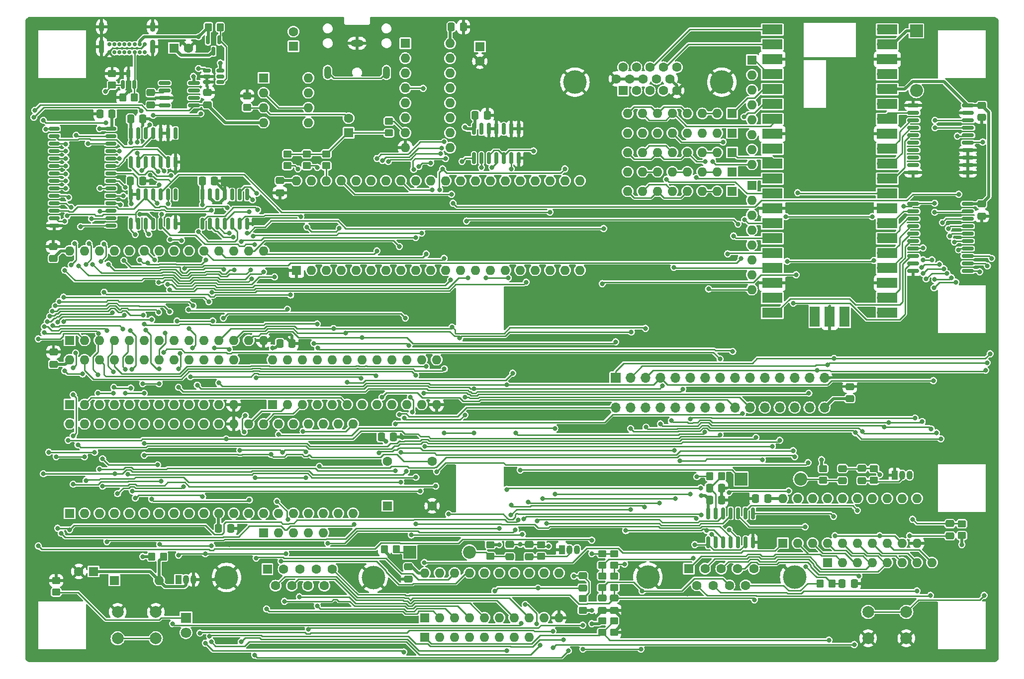
<source format=gbr>
%TF.GenerationSoftware,KiCad,Pcbnew,7.0.2-0*%
%TF.CreationDate,2024-12-21T14:04:36-08:00*%
%TF.ProjectId,CoPicoVision,436f5069-636f-4566-9973-696f6e2e6b69,2.0*%
%TF.SameCoordinates,Original*%
%TF.FileFunction,Copper,L1,Top*%
%TF.FilePolarity,Positive*%
%FSLAX46Y46*%
G04 Gerber Fmt 4.6, Leading zero omitted, Abs format (unit mm)*
G04 Created by KiCad (PCBNEW 7.0.2-0) date 2024-12-21 14:04:36*
%MOMM*%
%LPD*%
G01*
G04 APERTURE LIST*
G04 Aperture macros list*
%AMRoundRect*
0 Rectangle with rounded corners*
0 $1 Rounding radius*
0 $2 $3 $4 $5 $6 $7 $8 $9 X,Y pos of 4 corners*
0 Add a 4 corners polygon primitive as box body*
4,1,4,$2,$3,$4,$5,$6,$7,$8,$9,$2,$3,0*
0 Add four circle primitives for the rounded corners*
1,1,$1+$1,$2,$3*
1,1,$1+$1,$4,$5*
1,1,$1+$1,$6,$7*
1,1,$1+$1,$8,$9*
0 Add four rect primitives between the rounded corners*
20,1,$1+$1,$2,$3,$4,$5,0*
20,1,$1+$1,$4,$5,$6,$7,0*
20,1,$1+$1,$6,$7,$8,$9,0*
20,1,$1+$1,$8,$9,$2,$3,0*%
G04 Aperture macros list end*
%TA.AperFunction,SMDPad,CuDef*%
%ADD10RoundRect,0.250000X0.450000X-0.350000X0.450000X0.350000X-0.450000X0.350000X-0.450000X-0.350000X0*%
%TD*%
%TA.AperFunction,ComponentPad*%
%ADD11R,2.200000X2.200000*%
%TD*%
%TA.AperFunction,ComponentPad*%
%ADD12O,2.200000X2.200000*%
%TD*%
%TA.AperFunction,SMDPad,CuDef*%
%ADD13RoundRect,0.250000X0.475000X-0.337500X0.475000X0.337500X-0.475000X0.337500X-0.475000X-0.337500X0*%
%TD*%
%TA.AperFunction,ComponentPad*%
%ADD14O,1.700000X1.700000*%
%TD*%
%TA.AperFunction,SMDPad,CuDef*%
%ADD15R,3.500000X1.700000*%
%TD*%
%TA.AperFunction,ComponentPad*%
%ADD16R,1.700000X1.700000*%
%TD*%
%TA.AperFunction,SMDPad,CuDef*%
%ADD17R,1.700000X3.500000*%
%TD*%
%TA.AperFunction,SMDPad,CuDef*%
%ADD18RoundRect,0.150000X-0.825000X-0.150000X0.825000X-0.150000X0.825000X0.150000X-0.825000X0.150000X0*%
%TD*%
%TA.AperFunction,SMDPad,CuDef*%
%ADD19RoundRect,0.250000X0.350000X0.450000X-0.350000X0.450000X-0.350000X-0.450000X0.350000X-0.450000X0*%
%TD*%
%TA.AperFunction,SMDPad,CuDef*%
%ADD20RoundRect,0.250000X-0.337500X-0.475000X0.337500X-0.475000X0.337500X0.475000X-0.337500X0.475000X0*%
%TD*%
%TA.AperFunction,ComponentPad*%
%ADD21R,1.050000X1.500000*%
%TD*%
%TA.AperFunction,ComponentPad*%
%ADD22O,1.050000X1.500000*%
%TD*%
%TA.AperFunction,SMDPad,CuDef*%
%ADD23RoundRect,0.150000X-0.875000X-0.150000X0.875000X-0.150000X0.875000X0.150000X-0.875000X0.150000X0*%
%TD*%
%TA.AperFunction,ComponentPad*%
%ADD24C,2.000000*%
%TD*%
%TA.AperFunction,SMDPad,CuDef*%
%ADD25RoundRect,0.250000X-0.475000X0.337500X-0.475000X-0.337500X0.475000X-0.337500X0.475000X0.337500X0*%
%TD*%
%TA.AperFunction,SMDPad,CuDef*%
%ADD26RoundRect,0.150000X0.150000X-0.825000X0.150000X0.825000X-0.150000X0.825000X-0.150000X-0.825000X0*%
%TD*%
%TA.AperFunction,ComponentPad*%
%ADD27R,1.600000X1.600000*%
%TD*%
%TA.AperFunction,ComponentPad*%
%ADD28O,1.600000X1.600000*%
%TD*%
%TA.AperFunction,SMDPad,CuDef*%
%ADD29RoundRect,0.150000X-0.150000X0.587500X-0.150000X-0.587500X0.150000X-0.587500X0.150000X0.587500X0*%
%TD*%
%TA.AperFunction,SMDPad,CuDef*%
%ADD30RoundRect,0.250000X-0.450000X0.350000X-0.450000X-0.350000X0.450000X-0.350000X0.450000X0.350000X0*%
%TD*%
%TA.AperFunction,ComponentPad*%
%ADD31C,1.600000*%
%TD*%
%TA.AperFunction,ComponentPad*%
%ADD32O,1.200000X2.200000*%
%TD*%
%TA.AperFunction,ComponentPad*%
%ADD33O,2.200000X1.200000*%
%TD*%
%TA.AperFunction,ComponentPad*%
%ADD34C,0.700000*%
%TD*%
%TA.AperFunction,ComponentPad*%
%ADD35O,0.900000X2.400000*%
%TD*%
%TA.AperFunction,ComponentPad*%
%ADD36O,0.900000X1.700000*%
%TD*%
%TA.AperFunction,SMDPad,CuDef*%
%ADD37RoundRect,0.250000X-0.350000X-0.450000X0.350000X-0.450000X0.350000X0.450000X-0.350000X0.450000X0*%
%TD*%
%TA.AperFunction,SMDPad,CuDef*%
%ADD38RoundRect,0.250000X0.337500X0.475000X-0.337500X0.475000X-0.337500X-0.475000X0.337500X-0.475000X0*%
%TD*%
%TA.AperFunction,ComponentPad*%
%ADD39C,4.000000*%
%TD*%
%TA.AperFunction,SMDPad,CuDef*%
%ADD40RoundRect,0.150000X-0.750000X-0.150000X0.750000X-0.150000X0.750000X0.150000X-0.750000X0.150000X0*%
%TD*%
%TA.AperFunction,SMDPad,CuDef*%
%ADD41RoundRect,0.150000X0.150000X-0.587500X0.150000X0.587500X-0.150000X0.587500X-0.150000X-0.587500X0*%
%TD*%
%TA.AperFunction,SMDPad,CuDef*%
%ADD42RoundRect,0.150000X-0.512500X-0.150000X0.512500X-0.150000X0.512500X0.150000X-0.512500X0.150000X0*%
%TD*%
%TA.AperFunction,ComponentPad*%
%ADD43R,1.800000X1.800000*%
%TD*%
%TA.AperFunction,ComponentPad*%
%ADD44C,1.800000*%
%TD*%
%TA.AperFunction,ViaPad*%
%ADD45C,0.800000*%
%TD*%
%TA.AperFunction,Conductor*%
%ADD46C,0.500000*%
%TD*%
%TA.AperFunction,Conductor*%
%ADD47C,0.250000*%
%TD*%
G04 APERTURE END LIST*
D10*
%TO.P,R501,1*%
%TO.N,Net-(C503-Pad1)*%
X103124000Y-57642000D03*
%TO.P,R501,2*%
%TO.N,Net-(U501-AUDIO_OUT)*%
X103124000Y-55642000D03*
%TD*%
D11*
%TO.P,D401,1,K*%
%TO.N,Net-(D401-K)*%
X106680000Y-129032000D03*
D12*
%TO.P,D401,2,A*%
%TO.N,Net-(D401-A)*%
X116840000Y-129032000D03*
%TD*%
D13*
%TO.P,C413,1*%
%TO.N,Net-(D402-A)*%
X180340000Y-116883000D03*
%TO.P,C413,2*%
%TO.N,/Controller Interface/C2_D7*%
X180340000Y-114808000D03*
%TD*%
D14*
%TO.P,U301,1,GPIO0*%
%TO.N,/Video/HSYNC*%
X169291000Y-40020000D03*
D15*
X168391000Y-40020000D03*
D14*
%TO.P,U301,2,GPIO1*%
%TO.N,/Video/VSYNC*%
X169291000Y-42560000D03*
D15*
X168391000Y-42560000D03*
D16*
%TO.P,U301,3,GND*%
%TO.N,GND*%
X169291000Y-45100000D03*
D15*
X168391000Y-45100000D03*
D14*
%TO.P,U301,4,GPIO2*%
%TO.N,/Video/R0*%
X169291000Y-47640000D03*
D15*
X168391000Y-47640000D03*
D14*
%TO.P,U301,5,GPIO3*%
%TO.N,/Video/R1*%
X169291000Y-50180000D03*
D15*
X168391000Y-50180000D03*
D14*
%TO.P,U301,6,GPIO4*%
%TO.N,/Video/R2*%
X169291000Y-52720000D03*
D15*
X168391000Y-52720000D03*
D14*
%TO.P,U301,7,GPIO5*%
%TO.N,/Video/R3*%
X169291000Y-55260000D03*
D15*
X168391000Y-55260000D03*
D16*
%TO.P,U301,8,GND*%
%TO.N,GND*%
X169291000Y-57800000D03*
D15*
X168391000Y-57800000D03*
D14*
%TO.P,U301,9,GPIO6*%
%TO.N,/Video/G0*%
X169291000Y-60340000D03*
D15*
X168391000Y-60340000D03*
D14*
%TO.P,U301,10,GPIO7*%
%TO.N,/Video/G1*%
X169291000Y-62880000D03*
D15*
X168391000Y-62880000D03*
D14*
%TO.P,U301,11,GPIO8*%
%TO.N,/Video/G2*%
X169291000Y-65420000D03*
D15*
X168391000Y-65420000D03*
D14*
%TO.P,U301,12,GPIO9*%
%TO.N,/Video/G3*%
X169291000Y-67960000D03*
D15*
X168391000Y-67960000D03*
D16*
%TO.P,U301,13,GND*%
%TO.N,GND*%
X169291000Y-70500000D03*
D15*
X168391000Y-70500000D03*
D14*
%TO.P,U301,14,GPIO10*%
%TO.N,/Video/B0*%
X169291000Y-73040000D03*
D15*
X168391000Y-73040000D03*
D14*
%TO.P,U301,15,GPIO11*%
%TO.N,/Video/B1*%
X169291000Y-75580000D03*
D15*
X168391000Y-75580000D03*
D14*
%TO.P,U301,16,GPIO12*%
%TO.N,/Video/B2*%
X169291000Y-78120000D03*
D15*
X168391000Y-78120000D03*
D14*
%TO.P,U301,17,GPIO13*%
%TO.N,/Video/B3*%
X169291000Y-80660000D03*
D15*
X168391000Y-80660000D03*
D16*
%TO.P,U301,18,GND*%
%TO.N,GND*%
X169291000Y-83200000D03*
D15*
X168391000Y-83200000D03*
D14*
%TO.P,U301,19,GPIO14*%
%TO.N,/Video/CD7_L*%
X169291000Y-85740000D03*
D15*
X168391000Y-85740000D03*
D14*
%TO.P,U301,20,GPIO15*%
%TO.N,/Video/CD6_L*%
X169291000Y-88280000D03*
D15*
X168391000Y-88280000D03*
D14*
%TO.P,U301,21,GPIO16*%
%TO.N,/Video/CD5_L*%
X187071000Y-88280000D03*
D15*
X187971000Y-88280000D03*
D14*
%TO.P,U301,22,GPIO17*%
%TO.N,/Video/CD4_L*%
X187071000Y-85740000D03*
D15*
X187971000Y-85740000D03*
D16*
%TO.P,U301,23,GND*%
%TO.N,GND*%
X187071000Y-83200000D03*
D15*
X187971000Y-83200000D03*
D14*
%TO.P,U301,24,GPIO18*%
%TO.N,/Video/CD3_L*%
X187071000Y-80660000D03*
D15*
X187971000Y-80660000D03*
D14*
%TO.P,U301,25,GPIO19*%
%TO.N,/Video/CD2_L*%
X187071000Y-78120000D03*
D15*
X187971000Y-78120000D03*
D14*
%TO.P,U301,26,GPIO20*%
%TO.N,/Video/CD1_L*%
X187071000Y-75580000D03*
D15*
X187971000Y-75580000D03*
D14*
%TO.P,U301,27,GPIO21*%
%TO.N,/Video/CD0_L*%
X187071000Y-73040000D03*
D15*
X187971000Y-73040000D03*
D16*
%TO.P,U301,28,GND*%
%TO.N,GND*%
X187071000Y-70500000D03*
D15*
X187971000Y-70500000D03*
D14*
%TO.P,U301,29,GPIO22*%
%TO.N,/Video/INT_L*%
X187071000Y-67960000D03*
D15*
X187971000Y-67960000D03*
D14*
%TO.P,U301,30,RUN*%
%TO.N,/Video/RUN_L*%
X187071000Y-65420000D03*
D15*
X187971000Y-65420000D03*
D14*
%TO.P,U301,31,GPIO26_ADC0*%
%TO.N,/Video/~{CSR_L}*%
X187071000Y-62880000D03*
D15*
X187971000Y-62880000D03*
D14*
%TO.P,U301,32,GPIO27_ADC1*%
%TO.N,/Video/~{CSW_L}*%
X187071000Y-60340000D03*
D15*
X187971000Y-60340000D03*
D16*
%TO.P,U301,33,AGND*%
%TO.N,GND*%
X187071000Y-57800000D03*
D15*
X187971000Y-57800000D03*
D14*
%TO.P,U301,34,GPIO28_ADC2*%
%TO.N,/Video/MODE_L*%
X187071000Y-55260000D03*
D15*
X187971000Y-55260000D03*
D14*
%TO.P,U301,35,ADC_VREF*%
%TO.N,unconnected-(U301-ADC_VREF-Pad35)*%
X187071000Y-52720000D03*
D15*
X187971000Y-52720000D03*
D14*
%TO.P,U301,36,3V3*%
%TO.N,+3V3*%
X187071000Y-50180000D03*
D15*
X187971000Y-50180000D03*
D14*
%TO.P,U301,37,3V3_EN*%
%TO.N,unconnected-(U301-3V3_EN-Pad37)*%
X187071000Y-47640000D03*
D15*
X187971000Y-47640000D03*
D16*
%TO.P,U301,38,GND*%
%TO.N,GND*%
X187071000Y-45100000D03*
D15*
X187971000Y-45100000D03*
D14*
%TO.P,U301,39,VSYS*%
%TO.N,Net-(D301-K)*%
X187071000Y-42560000D03*
D15*
X187971000Y-42560000D03*
D14*
%TO.P,U301,40,VBUS*%
%TO.N,unconnected-(U301-VBUS-Pad40)*%
X187071000Y-40020000D03*
D15*
X187971000Y-40020000D03*
D14*
%TO.P,U301,41,SWCLK*%
%TO.N,unconnected-(U301-SWCLK-Pad41)*%
X175641000Y-88050000D03*
D17*
X175641000Y-88950000D03*
D16*
%TO.P,U301,42,GND*%
%TO.N,GND*%
X178181000Y-88050000D03*
D17*
X178181000Y-88950000D03*
D14*
%TO.P,U301,43,SWDIO*%
%TO.N,unconnected-(U301-SWDIO-Pad43)*%
X180721000Y-88050000D03*
D17*
X180721000Y-88950000D03*
%TD*%
D18*
%TO.P,U104,1,NC*%
%TO.N,unconnected-(U104-NC-Pad1)*%
X64967500Y-49149000D03*
%TO.P,U104,2,CAP+*%
%TO.N,Net-(U104-CAP+)*%
X64967500Y-50419000D03*
%TO.P,U104,3,GND*%
%TO.N,GND*%
X64967500Y-51689000D03*
%TO.P,U104,4,CAP-*%
%TO.N,Net-(U104-CAP-)*%
X64967500Y-52959000D03*
%TO.P,U104,5,VOUT*%
%TO.N,-5V*%
X69917500Y-52959000D03*
%TO.P,U104,6,LV*%
%TO.N,unconnected-(U104-LV-Pad6)*%
X69917500Y-51689000D03*
%TO.P,U104,7,OSC*%
%TO.N,unconnected-(U104-OSC-Pad7)*%
X69917500Y-50419000D03*
%TO.P,U104,8,V+*%
%TO.N,VCC*%
X69917500Y-49149000D03*
%TD*%
D19*
%TO.P,R104,1*%
%TO.N,Net-(D101-A)*%
X64754000Y-129794000D03*
%TO.P,R104,2*%
%TO.N,VCC*%
X62754000Y-129794000D03*
%TD*%
D20*
%TO.P,C202,1*%
%TO.N,VCC*%
X84560500Y-93472000D03*
%TO.P,C202,2*%
%TO.N,GND*%
X86635500Y-93472000D03*
%TD*%
D21*
%TO.P,Q402,1,E*%
%TO.N,GND*%
X189230000Y-115930000D03*
D22*
%TO.P,Q402,2,B*%
%TO.N,Net-(Q402-B)*%
X190500000Y-115930000D03*
%TO.P,Q402,3,C*%
%TO.N,Net-(Q402-C)*%
X191770000Y-115930000D03*
%TD*%
D23*
%TO.P,U302,1,A->B*%
%TO.N,GND*%
X192405000Y-52959000D03*
%TO.P,U302,2,A0*%
%TO.N,/Video/MODE_L*%
X192405000Y-54229000D03*
%TO.P,U302,3,A1*%
%TO.N,/Video/~{CSW_L}*%
X192405000Y-55499000D03*
%TO.P,U302,4,A2*%
%TO.N,/Video/~{CSR_L}*%
X192405000Y-56769000D03*
%TO.P,U302,5,A3*%
%TO.N,/Video/RUN_L*%
X192405000Y-58039000D03*
%TO.P,U302,6,A4*%
%TO.N,unconnected-(U302-A4-Pad6)*%
X192405000Y-59309000D03*
%TO.P,U302,7,A5*%
%TO.N,unconnected-(U302-A5-Pad7)*%
X192405000Y-60579000D03*
%TO.P,U302,8,A6*%
%TO.N,unconnected-(U302-A6-Pad8)*%
X192405000Y-61849000D03*
%TO.P,U302,9,A7*%
%TO.N,unconnected-(U302-A7-Pad9)*%
X192405000Y-63119000D03*
%TO.P,U302,10,GND*%
%TO.N,GND*%
X192405000Y-64389000D03*
%TO.P,U302,11,B7*%
X201705000Y-64389000D03*
%TO.P,U302,12,B6*%
X201705000Y-63119000D03*
%TO.P,U302,13,B5*%
X201705000Y-61849000D03*
%TO.P,U302,14,B4*%
X201705000Y-60579000D03*
%TO.P,U302,15,B3*%
%TO.N,~{RESET}*%
X201705000Y-59309000D03*
%TO.P,U302,16,B2*%
%TO.N,~{VDPRSEL}*%
X201705000Y-58039000D03*
%TO.P,U302,17,B1*%
%TO.N,~{VDPWSEL}*%
X201705000Y-56769000D03*
%TO.P,U302,18,B0*%
%TO.N,A0*%
X201705000Y-55499000D03*
%TO.P,U302,19,CE*%
%TO.N,GND*%
X201705000Y-54229000D03*
%TO.P,U302,20,VCC*%
%TO.N,+3V3*%
X201705000Y-52959000D03*
%TD*%
D24*
%TO.P,SW102,1,1*%
%TO.N,GND*%
X56948000Y-139228000D03*
X63448000Y-139228000D03*
%TO.P,SW102,2,2*%
%TO.N,Net-(U105-IN)*%
X56948000Y-143728000D03*
X63448000Y-143728000D03*
%TD*%
D13*
%TO.P,C107,1*%
%TO.N,-5V*%
X72268500Y-52853500D03*
%TO.P,C107,2*%
%TO.N,GND*%
X72268500Y-50778500D03*
%TD*%
D25*
%TO.P,C302,1*%
%TO.N,+3V3*%
X204060000Y-69723000D03*
%TO.P,C302,2*%
%TO.N,GND*%
X204060000Y-71798000D03*
%TD*%
D26*
%TO.P,U103,1*%
%TO.N,Net-(U202-IO8)*%
X71374000Y-73090000D03*
%TO.P,U103,2*%
%TO.N,~{WAIT}*%
X72644000Y-73090000D03*
%TO.P,U103,3*%
%TO.N,/Video/INT_L*%
X73914000Y-73090000D03*
%TO.P,U103,4*%
%TO.N,~{NMI}*%
X75184000Y-73090000D03*
%TO.P,U103,5*%
%TO.N,A1*%
X76454000Y-73090000D03*
%TO.P,U103,6*%
%TO.N,Net-(RN101D-R4.2)*%
X77724000Y-73090000D03*
%TO.P,U103,7,GND*%
%TO.N,GND*%
X78994000Y-73090000D03*
%TO.P,U103,8*%
%TO.N,~{INT}*%
X78994000Y-68140000D03*
%TO.P,U103,9*%
%TO.N,Net-(D401-K)*%
X77724000Y-68140000D03*
%TO.P,U103,10*%
%TO.N,unconnected-(U103-Pad10)*%
X76454000Y-68140000D03*
%TO.P,U103,11*%
%TO.N,GND*%
X75184000Y-68140000D03*
%TO.P,U103,12*%
%TO.N,unconnected-(U103-Pad12)*%
X73914000Y-68140000D03*
%TO.P,U103,13*%
%TO.N,GND*%
X72644000Y-68140000D03*
%TO.P,U103,14,VCC*%
%TO.N,VCC*%
X71374000Y-68140000D03*
%TD*%
D27*
%TO.P,D101,1,K*%
%TO.N,VCC*%
X56388000Y-133858000D03*
D28*
%TO.P,D101,2,A*%
%TO.N,Net-(D101-A)*%
X64008000Y-133858000D03*
%TD*%
D29*
%TO.P,Q101,1,G*%
%TO.N,Net-(Q101-G)*%
X74234500Y-41813000D03*
%TO.P,Q101,2,S*%
%TO.N,/VBUS*%
X72334500Y-41813000D03*
%TO.P,Q101,3,D*%
%TO.N,VCC*%
X73284500Y-43688000D03*
%TD*%
D27*
%TO.P,RN101,1,R1*%
%TO.N,VCC*%
X81788000Y-125730000D03*
D28*
%TO.P,RN101,2,R1.2*%
%TO.N,~{WAIT}*%
X84328000Y-125730000D03*
%TO.P,RN101,3,R2.2*%
%TO.N,~{INT}*%
X86868000Y-125730000D03*
%TO.P,RN101,4,R3.2*%
%TO.N,~{NMI}*%
X89408000Y-125730000D03*
%TO.P,RN101,5,R4.2*%
%TO.N,Net-(RN101D-R4.2)*%
X91948000Y-125730000D03*
%TD*%
D30*
%TO.P,R504,1*%
%TO.N,Net-(C503-Pad1)*%
X89154000Y-61230000D03*
%TO.P,R504,2*%
%TO.N,Net-(U503-OUT_B)*%
X89154000Y-63230000D03*
%TD*%
D25*
%TO.P,C505,1*%
%TO.N,VCC*%
X84582000Y-65764500D03*
%TO.P,C505,2*%
%TO.N,GND*%
X84582000Y-67839500D03*
%TD*%
D30*
%TO.P,R411,1*%
%TO.N,/Controller Interface/C2_D7*%
X185674000Y-114824000D03*
%TO.P,R411,2*%
%TO.N,Net-(Q402-B)*%
X185674000Y-116824000D03*
%TD*%
D27*
%TO.P,C503,1*%
%TO.N,Net-(C503-Pad1)*%
X96266000Y-57618000D03*
D31*
%TO.P,C503,2*%
%TO.N,Net-(U502-+)*%
X96266000Y-55118000D03*
%TD*%
D27*
%TO.P,U401,1,G1*%
%TO.N,~{CRSEL}*%
X109220000Y-140208000D03*
D28*
%TO.P,U401,2,A0*%
%TO.N,/Controller Interface/C1_1*%
X111760000Y-140208000D03*
%TO.P,U401,3,A1*%
%TO.N,/Controller Interface/C1_4*%
X114300000Y-140208000D03*
%TO.P,U401,4,A2*%
%TO.N,/Controller Interface/C1_2*%
X116840000Y-140208000D03*
%TO.P,U401,5,A3*%
%TO.N,/Controller Interface/C1_3*%
X119380000Y-140208000D03*
%TO.P,U401,6,A4*%
%TO.N,/Controller Interface/C1_D4*%
X121920000Y-140208000D03*
%TO.P,U401,7,A5*%
%TO.N,/Controller Interface/C1_7*%
X124460000Y-140208000D03*
%TO.P,U401,8,A6*%
%TO.N,/Controller Interface/C1_6*%
X127000000Y-140208000D03*
%TO.P,U401,9,A7*%
%TO.N,/Controller Interface/C1_D7*%
X129540000Y-140208000D03*
%TO.P,U401,10,GND*%
%TO.N,GND*%
X132080000Y-140208000D03*
%TO.P,U401,11,Y7*%
%TO.N,D7*%
X132080000Y-132588000D03*
%TO.P,U401,12,Y6*%
%TO.N,D6*%
X129540000Y-132588000D03*
%TO.P,U401,13,Y5*%
%TO.N,D5*%
X127000000Y-132588000D03*
%TO.P,U401,14,Y4*%
%TO.N,D4*%
X124460000Y-132588000D03*
%TO.P,U401,15,Y3*%
%TO.N,D3*%
X121920000Y-132588000D03*
%TO.P,U401,16,Y2*%
%TO.N,D2*%
X119380000Y-132588000D03*
%TO.P,U401,17,Y1*%
%TO.N,D1*%
X116840000Y-132588000D03*
%TO.P,U401,18,Y0*%
%TO.N,D0*%
X114300000Y-132588000D03*
%TO.P,U401,19,G2*%
%TO.N,A1*%
X111760000Y-132588000D03*
%TO.P,U401,20,VCC*%
%TO.N,VCC*%
X109220000Y-132588000D03*
%TD*%
D27*
%TO.P,RN306,1,R1.1*%
%TO.N,/Video/G1*%
X161556000Y-60960000D03*
D28*
%TO.P,RN306,2,R1.2*%
%TO.N,Net-(RN306-R1.2)*%
X159016000Y-60960000D03*
%TO.P,RN306,3,R2.1*%
X156476000Y-60960000D03*
%TO.P,RN306,4,R2.2*%
%TO.N,/Video/VGA_G*%
X153936000Y-60960000D03*
%TO.P,RN306,5,R3.1*%
%TO.N,/Video/G3*%
X151396000Y-60960000D03*
%TO.P,RN306,6,R3.2*%
%TO.N,/Video/VGA_G*%
X148856000Y-60960000D03*
%TO.P,RN306,7,R4.1*%
%TO.N,/Video/G3*%
X146316000Y-60960000D03*
%TO.P,RN306,8,R4.2*%
%TO.N,/Video/VGA_G*%
X143776000Y-60960000D03*
%TD*%
D10*
%TO.P,R406,1*%
%TO.N,/Controller Interface/~{NESW_EN}*%
X139446000Y-135112000D03*
%TO.P,R406,2*%
%TO.N,Net-(R404-Pad1)*%
X139446000Y-133112000D03*
%TD*%
D13*
%TO.P,C201,1*%
%TO.N,VCC*%
X46024800Y-97049500D03*
%TO.P,C201,2*%
%TO.N,GND*%
X46024800Y-94974500D03*
%TD*%
D26*
%TO.P,U504,1*%
%TO.N,Net-(U503-BC1)*%
X117602000Y-61911000D03*
%TO.P,U504,2*%
%TO.N,A0*%
X118872000Y-61911000D03*
%TO.P,U504,3*%
%TO.N,~{AYSEL}*%
X120142000Y-61911000D03*
%TO.P,U504,4*%
%TO.N,Net-(U503-BDIR)*%
X121412000Y-61911000D03*
%TO.P,U504,5*%
%TO.N,~{AYSEL}*%
X122682000Y-61911000D03*
%TO.P,U504,6*%
%TO.N,~{WR}*%
X123952000Y-61911000D03*
%TO.P,U504,7,GND*%
%TO.N,GND*%
X125222000Y-61911000D03*
%TO.P,U504,8*%
X125222000Y-56961000D03*
%TO.P,U504,9*%
X123952000Y-56961000D03*
%TO.P,U504,10*%
%TO.N,unconnected-(U504-Pad10)*%
X122682000Y-56961000D03*
%TO.P,U504,11*%
%TO.N,GND*%
X121412000Y-56961000D03*
%TO.P,U504,12*%
X120142000Y-56961000D03*
%TO.P,U504,13*%
%TO.N,unconnected-(U504-Pad13)*%
X118872000Y-56961000D03*
%TO.P,U504,14,VCC*%
%TO.N,VCC*%
X117602000Y-56961000D03*
%TD*%
%TO.P,U403,1*%
%TO.N,Net-(R404-Pad1)*%
X157480000Y-127378000D03*
%TO.P,U403,2*%
%TO.N,~{C1WSEL}*%
X158750000Y-127378000D03*
%TO.P,U403,3*%
%TO.N,Net-(R403-Pad1)*%
X160020000Y-127378000D03*
%TO.P,U403,4*%
%TO.N,~{C2WSEL}*%
X161290000Y-127378000D03*
%TO.P,U403,5*%
%TO.N,Net-(R403-Pad1)*%
X162560000Y-127378000D03*
%TO.P,U403,6*%
%TO.N,Net-(R404-Pad1)*%
X163830000Y-127378000D03*
%TO.P,U403,7,GND*%
%TO.N,GND*%
X165100000Y-127378000D03*
%TO.P,U403,8*%
%TO.N,/Controller Interface/C2_D7*%
X165100000Y-122428000D03*
%TO.P,U403,9*%
%TO.N,/Controller Interface/C2_D4*%
X163830000Y-122428000D03*
%TO.P,U403,10*%
%TO.N,Net-(C409-Pad1)*%
X162560000Y-122428000D03*
%TO.P,U403,11*%
%TO.N,/Controller Interface/C1_D7*%
X161290000Y-122428000D03*
%TO.P,U403,12*%
%TO.N,/Controller Interface/C1_D4*%
X160020000Y-122428000D03*
%TO.P,U403,13*%
%TO.N,Net-(C406-Pad1)*%
X158750000Y-122428000D03*
%TO.P,U403,14,VCC*%
%TO.N,VCC*%
X157480000Y-122428000D03*
%TD*%
D27*
%TO.P,RN401,1,common*%
%TO.N,/Controller Interface/2V5*%
X109220000Y-143510000D03*
D28*
%TO.P,RN401,2,R1*%
%TO.N,/Controller Interface/C1_1*%
X111760000Y-143510000D03*
%TO.P,RN401,3,R2*%
%TO.N,/Controller Interface/C1_4*%
X114300000Y-143510000D03*
%TO.P,RN401,4,R3*%
%TO.N,/Controller Interface/C1_2*%
X116840000Y-143510000D03*
%TO.P,RN401,5,R4*%
%TO.N,/Controller Interface/C1_3*%
X119380000Y-143510000D03*
%TO.P,RN401,6,R5*%
%TO.N,/Controller Interface/C1_D4*%
X121920000Y-143510000D03*
%TO.P,RN401,7,R6*%
%TO.N,/Controller Interface/C1_7*%
X124460000Y-143510000D03*
%TO.P,RN401,8,R7*%
%TO.N,/Controller Interface/C1_6*%
X127000000Y-143510000D03*
%TD*%
D25*
%TO.P,C412,1*%
%TO.N,/Controller Interface/C1_D7*%
X123698000Y-127740500D03*
%TO.P,C412,2*%
%TO.N,Net-(D401-A)*%
X123698000Y-129815500D03*
%TD*%
D27*
%TO.P,RN301,1,R1.1*%
%TO.N,/Video/R2*%
X161556000Y-57658000D03*
D28*
%TO.P,RN301,2,R1.2*%
%TO.N,/Video/VGA_R*%
X159016000Y-57658000D03*
%TO.P,RN301,3,R2.1*%
%TO.N,/Video/G2*%
X156476000Y-57658000D03*
%TO.P,RN301,4,R2.2*%
%TO.N,/Video/VGA_G*%
X153936000Y-57658000D03*
%TO.P,RN301,5,R3.1*%
%TO.N,/Video/B2*%
X151396000Y-57658000D03*
%TO.P,RN301,6,R3.2*%
%TO.N,/Video/VGA_B*%
X148856000Y-57658000D03*
%TO.P,RN301,7,R4.1*%
%TO.N,unconnected-(RN301-R4.1-Pad7)*%
X146316000Y-57658000D03*
%TO.P,RN301,8,R4.2*%
%TO.N,unconnected-(RN301-R4.2-Pad8)*%
X143776000Y-57658000D03*
%TD*%
D16*
%TO.P,J102,1,Pin_1*%
%TO.N,D2*%
X141732000Y-99330000D03*
D14*
%TO.P,J102,2,Pin_2*%
%TO.N,~{CRTCSEL}*%
X141732000Y-104410000D03*
%TO.P,J102,3,Pin_3*%
%TO.N,D1*%
X144272000Y-99330000D03*
%TO.P,J102,4,Pin_4*%
%TO.N,D3*%
X144272000Y-104410000D03*
%TO.P,J102,5,Pin_5*%
%TO.N,D0*%
X146812000Y-99330000D03*
%TO.P,J102,6,Pin_6*%
%TO.N,D4*%
X146812000Y-104410000D03*
%TO.P,J102,7,Pin_7*%
%TO.N,A0*%
X149352000Y-99330000D03*
%TO.P,J102,8,Pin_8*%
%TO.N,D5*%
X149352000Y-104410000D03*
%TO.P,J102,9,Pin_9*%
%TO.N,A1*%
X151892000Y-99330000D03*
%TO.P,J102,10,Pin_10*%
%TO.N,D6*%
X151892000Y-104410000D03*
%TO.P,J102,11,Pin_11*%
%TO.N,A2*%
X154432000Y-99330000D03*
%TO.P,J102,12,Pin_12*%
%TO.N,D7*%
X154432000Y-104410000D03*
%TO.P,J102,13,Pin_13*%
%TO.N,GND*%
X156972000Y-99330000D03*
%TO.P,J102,14,Pin_14*%
%TO.N,A11*%
X156972000Y-104410000D03*
%TO.P,J102,15,Pin_15*%
%TO.N,A3*%
X159512000Y-99330000D03*
%TO.P,J102,16,Pin_16*%
%TO.N,A10*%
X159512000Y-104410000D03*
%TO.P,J102,17,Pin_17*%
%TO.N,A4*%
X162052000Y-99330000D03*
%TO.P,J102,18,Pin_18*%
%TO.N,~{CRT8SEL}*%
X162052000Y-104410000D03*
%TO.P,J102,19,Pin_19*%
%TO.N,A13*%
X164592000Y-99330000D03*
%TO.P,J102,20,Pin_20*%
%TO.N,A14*%
X164592000Y-104410000D03*
%TO.P,J102,21,Pin_21*%
%TO.N,A5*%
X167132000Y-99330000D03*
%TO.P,J102,22,Pin_22*%
%TO.N,~{CRTASEL}*%
X167132000Y-104410000D03*
%TO.P,J102,23,Pin_23*%
%TO.N,A6*%
X169672000Y-99330000D03*
%TO.P,J102,24,Pin_24*%
%TO.N,A12*%
X169672000Y-104410000D03*
%TO.P,J102,25,Pin_25*%
%TO.N,A7*%
X172212000Y-99330000D03*
%TO.P,J102,26,Pin_26*%
%TO.N,A9*%
X172212000Y-104410000D03*
%TO.P,J102,27,Pin_27*%
%TO.N,~{CRTESEL}*%
X174752000Y-99330000D03*
%TO.P,J102,28,Pin_28*%
%TO.N,A8*%
X174752000Y-104410000D03*
%TO.P,J102,29,Pin_29*%
%TO.N,GND*%
X177292000Y-99330000D03*
%TO.P,J102,30,Pin_30*%
%TO.N,VCC*%
X177292000Y-104410000D03*
%TD*%
D20*
%TO.P,C403,1*%
%TO.N,VCC*%
X157712500Y-120142000D03*
%TO.P,C403,2*%
%TO.N,GND*%
X159787500Y-120142000D03*
%TD*%
D13*
%TO.P,C203,1*%
%TO.N,VCC*%
X45974000Y-79037000D03*
%TO.P,C203,2*%
%TO.N,GND*%
X45974000Y-76962000D03*
%TD*%
D30*
%TO.P,R401,1*%
%TO.N,VCC*%
X139446000Y-140732000D03*
%TO.P,R401,2*%
%TO.N,/Controller Interface/2V5*%
X139446000Y-142732000D03*
%TD*%
D32*
%TO.P,J501,R*%
%TO.N,Net-(C504-Pad2)*%
X102710000Y-47352600D03*
D33*
%TO.P,J501,S*%
%TO.N,GND*%
X97710000Y-42352600D03*
D32*
%TO.P,J501,T*%
%TO.N,Net-(C504-Pad2)*%
X92710000Y-47352600D03*
%TD*%
D25*
%TO.P,C301,1*%
%TO.N,+3V3*%
X204089000Y-52937500D03*
%TO.P,C301,2*%
%TO.N,GND*%
X204089000Y-55012500D03*
%TD*%
D34*
%TO.P,J101,A1*%
%TO.N,N/C*%
X61527500Y-43903000D03*
%TO.P,J101,A4*%
X60677500Y-43903000D03*
%TO.P,J101,A5,CC1*%
%TO.N,Net-(J101-CC1)*%
X59827500Y-43903000D03*
%TO.P,J101,A6*%
%TO.N,N/C*%
X58977500Y-43903000D03*
%TO.P,J101,A7*%
X58127500Y-43903000D03*
%TO.P,J101,A8*%
X57277500Y-43903000D03*
%TO.P,J101,A9,VBUS*%
%TO.N,/VBUS*%
X56427500Y-43903000D03*
%TO.P,J101,A12,GND*%
%TO.N,GND*%
X55577500Y-43903000D03*
%TO.P,J101,B1*%
%TO.N,N/C*%
X55577500Y-42553000D03*
%TO.P,J101,B4*%
X56427500Y-42553000D03*
%TO.P,J101,B5,CC2*%
%TO.N,Net-(J101-CC2)*%
X57277500Y-42553000D03*
%TO.P,J101,B6*%
%TO.N,N/C*%
X58127500Y-42553000D03*
%TO.P,J101,B7*%
X58977500Y-42553000D03*
%TO.P,J101,B8*%
X59827500Y-42553000D03*
%TO.P,J101,B9,VBUS*%
%TO.N,/VBUS*%
X60677500Y-42553000D03*
%TO.P,J101,B12,GND*%
%TO.N,GND*%
X61527500Y-42553000D03*
D35*
%TO.P,J101,S1,SHIELD*%
X62877500Y-42923000D03*
D36*
X62877500Y-39543000D03*
D35*
X54227500Y-42923000D03*
D36*
X54227500Y-39543000D03*
%TD*%
D30*
%TO.P,R409,1*%
%TO.N,Net-(Q401-C)*%
X136144000Y-136938000D03*
%TO.P,R409,2*%
%TO.N,VCC*%
X136144000Y-138938000D03*
%TD*%
D10*
%TO.P,R403,1*%
%TO.N,Net-(R403-Pad1)*%
X141478000Y-131303500D03*
%TO.P,R403,2*%
%TO.N,-5V*%
X141478000Y-129303500D03*
%TD*%
D37*
%TO.P,R103,1*%
%TO.N,/VBUS*%
X72390000Y-39624000D03*
%TO.P,R103,2*%
%TO.N,Net-(Q101-G)*%
X74390000Y-39624000D03*
%TD*%
D38*
%TO.P,C204,1*%
%TO.N,VCC*%
X55999500Y-54381400D03*
%TO.P,C204,2*%
%TO.N,GND*%
X53924500Y-54381400D03*
%TD*%
D30*
%TO.P,R105,1*%
%TO.N,GND*%
X46482000Y-133874000D03*
%TO.P,R105,2*%
%TO.N,Net-(D103-K)*%
X46482000Y-135874000D03*
%TD*%
D27*
%TO.P,RN402,1,common*%
%TO.N,/Controller Interface/2V5*%
X177800000Y-130810000D03*
D28*
%TO.P,RN402,2,R1*%
%TO.N,/Controller Interface/C2_1*%
X180340000Y-130810000D03*
%TO.P,RN402,3,R2*%
%TO.N,/Controller Interface/C2_4*%
X182880000Y-130810000D03*
%TO.P,RN402,4,R3*%
%TO.N,/Controller Interface/C2_2*%
X185420000Y-130810000D03*
%TO.P,RN402,5,R4*%
%TO.N,/Controller Interface/C2_3*%
X187960000Y-130810000D03*
%TO.P,RN402,6,R5*%
%TO.N,/Controller Interface/C2_D4*%
X190500000Y-130810000D03*
%TO.P,RN402,7,R6*%
%TO.N,/Controller Interface/C2_7*%
X193040000Y-130810000D03*
%TO.P,RN402,8,R7*%
%TO.N,/Controller Interface/C2_6*%
X195580000Y-130810000D03*
%TD*%
D27*
%TO.P,U501,1,D2*%
%TO.N,D5*%
X105918000Y-42378000D03*
D28*
%TO.P,U501,2,D1*%
%TO.N,D6*%
X105918000Y-44918000D03*
%TO.P,U501,3,D0*%
%TO.N,D7*%
X105918000Y-47458000D03*
%TO.P,U501,4,READY*%
%TO.N,~{WAIT}*%
X105918000Y-49998000D03*
%TO.P,U501,5,~{WE}*%
%TO.N,~{SNWSEL}*%
X105918000Y-52538000D03*
%TO.P,U501,6,~{OE}*%
X105918000Y-55078000D03*
%TO.P,U501,7,AUDIO_OUT*%
%TO.N,Net-(U501-AUDIO_OUT)*%
X105918000Y-57618000D03*
%TO.P,U501,8,GND*%
%TO.N,GND*%
X105918000Y-60158000D03*
%TO.P,U501,9,NC*%
%TO.N,unconnected-(U501-NC-Pad9)*%
X113538000Y-60158000D03*
%TO.P,U501,10,D7*%
%TO.N,D0*%
X113538000Y-57618000D03*
%TO.P,U501,11,D6*%
%TO.N,D1*%
X113538000Y-55078000D03*
%TO.P,U501,12,D5*%
%TO.N,D2*%
X113538000Y-52538000D03*
%TO.P,U501,13,D4*%
%TO.N,D3*%
X113538000Y-49998000D03*
%TO.P,U501,14,CLK*%
%TO.N,CPUCLK*%
X113538000Y-47458000D03*
%TO.P,U501,15,D3*%
%TO.N,D4*%
X113538000Y-44918000D03*
%TO.P,U501,16,Vcc*%
%TO.N,VCC*%
X113538000Y-42378000D03*
%TD*%
D39*
%TO.P,J301,0*%
%TO.N,GND*%
X159803600Y-48999000D03*
X134803600Y-48999000D03*
D27*
%TO.P,J301,1*%
%TO.N,/Video/VGA_R*%
X142988600Y-50419000D03*
D31*
%TO.P,J301,2*%
%TO.N,/Video/VGA_G*%
X145278600Y-50419000D03*
%TO.P,J301,3*%
%TO.N,/Video/VGA_B*%
X147568600Y-50419000D03*
%TO.P,J301,4*%
%TO.N,unconnected-(J301-Pad4)*%
X149858600Y-50419000D03*
%TO.P,J301,5*%
%TO.N,GND*%
X152148600Y-50419000D03*
%TO.P,J301,6*%
X141843600Y-48439000D03*
%TO.P,J301,7*%
X144133600Y-48439000D03*
%TO.P,J301,8*%
X146423600Y-48439000D03*
%TO.P,J301,9*%
%TO.N,unconnected-(J301-Pad9)*%
X148713600Y-48439000D03*
%TO.P,J301,10*%
%TO.N,GND*%
X151003600Y-48439000D03*
%TO.P,J301,11*%
%TO.N,unconnected-(J301-Pad11)*%
X142988600Y-46459000D03*
%TO.P,J301,12*%
%TO.N,unconnected-(J301-Pad12)*%
X145278600Y-46459000D03*
%TO.P,J301,13*%
%TO.N,/Video/HSYNC*%
X147568600Y-46459000D03*
%TO.P,J301,14*%
%TO.N,/Video/VSYNC*%
X149858600Y-46459000D03*
%TO.P,J301,15*%
%TO.N,unconnected-(J301-Pad15)*%
X152148600Y-46459000D03*
%TD*%
D21*
%TO.P,U102,1,~{RST}*%
%TO.N,~{RESET}*%
X67310000Y-133710000D03*
D22*
%TO.P,U102,2,Vcc*%
%TO.N,Net-(D101-A)*%
X68580000Y-133710000D03*
%TO.P,U102,3,GND*%
%TO.N,GND*%
X69850000Y-133710000D03*
%TD*%
D11*
%TO.P,D301,1,K*%
%TO.N,Net-(D301-K)*%
X192925000Y-40259000D03*
D12*
%TO.P,D301,2,A*%
%TO.N,VCC*%
X192925000Y-50419000D03*
%TD*%
D10*
%TO.P,R414,1*%
%TO.N,Net-(D401-A)*%
X120396000Y-129778000D03*
%TO.P,R414,2*%
%TO.N,VCC*%
X120396000Y-127778000D03*
%TD*%
%TO.P,R415,1*%
%TO.N,Net-(D402-A)*%
X177038000Y-116824000D03*
%TO.P,R415,2*%
%TO.N,VCC*%
X177038000Y-114824000D03*
%TD*%
D27*
%TO.P,C504,1*%
%TO.N,Net-(U502--)*%
X86868000Y-42886000D03*
D31*
%TO.P,C504,2*%
%TO.N,Net-(C504-Pad2)*%
X86868000Y-40386000D03*
%TD*%
D40*
%TO.P,U204,1,A14*%
%TO.N,A14*%
X46176000Y-56896000D03*
%TO.P,U204,2,A12*%
%TO.N,Net-(U204-A12)*%
X46176000Y-58166000D03*
%TO.P,U204,3,A7*%
%TO.N,A7*%
X46176000Y-59436000D03*
%TO.P,U204,4,A6*%
%TO.N,A6*%
X46176000Y-60706000D03*
%TO.P,U204,5,A5*%
%TO.N,A5*%
X46176000Y-61976000D03*
%TO.P,U204,6,A4*%
%TO.N,A4*%
X46176000Y-63246000D03*
%TO.P,U204,7,A3*%
%TO.N,A3*%
X46176000Y-64516000D03*
%TO.P,U204,8,A2*%
%TO.N,A2*%
X46176000Y-65786000D03*
%TO.P,U204,9,A1*%
%TO.N,A1*%
X46176000Y-67056000D03*
%TO.P,U204,10,A0*%
%TO.N,A0*%
X46176000Y-68326000D03*
%TO.P,U204,11,Q0*%
%TO.N,D0*%
X46176000Y-69596000D03*
%TO.P,U204,12,Q1*%
%TO.N,D1*%
X46176000Y-70866000D03*
%TO.P,U204,13,Q2*%
%TO.N,D2*%
X46176000Y-72136000D03*
%TO.P,U204,14,GND*%
%TO.N,GND*%
X46176000Y-73406000D03*
%TO.P,U204,15,Q3*%
%TO.N,D3*%
X55776000Y-73406000D03*
%TO.P,U204,16,Q4*%
%TO.N,D4*%
X55776000Y-72136000D03*
%TO.P,U204,17,Q5*%
%TO.N,D5*%
X55776000Y-70866000D03*
%TO.P,U204,18,Q6*%
%TO.N,D6*%
X55776000Y-69596000D03*
%TO.P,U204,19,Q7*%
%TO.N,D7*%
X55776000Y-68326000D03*
%TO.P,U204,20,~{CS}*%
%TO.N,~{RAMSEL}*%
X55776000Y-67056000D03*
%TO.P,U204,21,A10*%
%TO.N,Net-(U204-A10)*%
X55776000Y-65786000D03*
%TO.P,U204,22,~{OE}*%
%TO.N,~{RD}*%
X55776000Y-64516000D03*
%TO.P,U204,23,A11*%
%TO.N,Net-(U204-A11)*%
X55776000Y-63246000D03*
%TO.P,U204,24,A9*%
%TO.N,A9*%
X55776000Y-61976000D03*
%TO.P,U204,25,A8*%
%TO.N,A8*%
X55776000Y-60706000D03*
%TO.P,U204,26,A13*%
%TO.N,A13*%
X55776000Y-59436000D03*
%TO.P,U204,27,~{WE}*%
%TO.N,~{WR}*%
X55776000Y-58166000D03*
%TO.P,U204,28,VCC*%
%TO.N,VCC*%
X55776000Y-56896000D03*
%TD*%
D41*
%TO.P,D102,1,K*%
%TO.N,Net-(J101-CC2)*%
X57856500Y-49373000D03*
%TO.P,D102,2,K*%
%TO.N,Net-(J101-CC1)*%
X59756500Y-49373000D03*
%TO.P,D102,3,A*%
%TO.N,GND*%
X58806500Y-47498000D03*
%TD*%
D27*
%TO.P,U202,1,I1/CLK*%
%TO.N,CPUCLK*%
X83312000Y-103886000D03*
D28*
%TO.P,U202,2,I2*%
%TO.N,~{RFSH}*%
X85852000Y-103886000D03*
%TO.P,U202,3,I3*%
%TO.N,~{M1}*%
X88392000Y-103886000D03*
%TO.P,U202,4,I4*%
%TO.N,unconnected-(U202-I4-Pad4)*%
X90932000Y-103886000D03*
%TO.P,U202,5,I5*%
%TO.N,~{MREQ}*%
X93472000Y-103886000D03*
%TO.P,U202,6,I6*%
%TO.N,~{WR}*%
X96012000Y-103886000D03*
%TO.P,U202,7,I7*%
%TO.N,XRAMEN*%
X98552000Y-103886000D03*
%TO.P,U202,8,I8*%
%TO.N,ROMEN*%
X101092000Y-103886000D03*
%TO.P,U202,9,I9*%
%TO.N,A13*%
X103632000Y-103886000D03*
%TO.P,U202,10,I10*%
%TO.N,A14*%
X106172000Y-103886000D03*
%TO.P,U202,11,I11*%
%TO.N,A15*%
X108712000Y-103886000D03*
%TO.P,U202,12,GND*%
%TO.N,GND*%
X111252000Y-103886000D03*
%TO.P,U202,13,I12*%
%TO.N,unconnected-(U202-I12-Pad13)*%
X111252000Y-96266000D03*
%TO.P,U202,14,IO1*%
%TO.N,~{CRTESEL}*%
X108712000Y-96266000D03*
%TO.P,U202,15,IO2*%
%TO.N,~{CRTCSEL}*%
X106172000Y-96266000D03*
%TO.P,U202,16,IO3*%
%TO.N,~{CRTASEL}*%
X103632000Y-96266000D03*
%TO.P,U202,17,IO4*%
%TO.N,~{CRT8SEL}*%
X101092000Y-96266000D03*
%TO.P,U202,18,IO5*%
%TO.N,unconnected-(U202-IO5-Pad18)*%
X98552000Y-96266000D03*
%TO.P,U202,19,IO6*%
%TO.N,unconnected-(U202-IO6-Pad19)*%
X96012000Y-96266000D03*
%TO.P,U202,20,IO7*%
%TO.N,unconnected-(U202-IO7-Pad20)*%
X93472000Y-96266000D03*
%TO.P,U202,21,IO8*%
%TO.N,Net-(U202-IO8)*%
X90932000Y-96266000D03*
%TO.P,U202,22,IO9*%
%TO.N,~{RAMSEL}*%
X88392000Y-96266000D03*
%TO.P,U202,23,IO10*%
%TO.N,~{ROMSEL}*%
X85852000Y-96266000D03*
%TO.P,U202,24,VCC*%
%TO.N,VCC*%
X83312000Y-96266000D03*
%TD*%
D21*
%TO.P,Q401,1,E*%
%TO.N,GND*%
X132588000Y-128630000D03*
D22*
%TO.P,Q401,2,B*%
%TO.N,Net-(Q401-B)*%
X133858000Y-128630000D03*
%TO.P,Q401,3,C*%
%TO.N,Net-(Q401-C)*%
X135128000Y-128630000D03*
%TD*%
D25*
%TO.P,C401,1*%
%TO.N,VCC*%
X106426000Y-131550500D03*
%TO.P,C401,2*%
%TO.N,GND*%
X106426000Y-133625500D03*
%TD*%
D27*
%TO.P,U101,1,A11*%
%TO.N,A11*%
X48768000Y-122428000D03*
D28*
%TO.P,U101,2,A12*%
%TO.N,A12*%
X51308000Y-122428000D03*
%TO.P,U101,3,A13*%
%TO.N,A13*%
X53848000Y-122428000D03*
%TO.P,U101,4,A14*%
%TO.N,A14*%
X56388000Y-122428000D03*
%TO.P,U101,5,A15*%
%TO.N,A15*%
X58928000Y-122428000D03*
%TO.P,U101,6,~{CLK}*%
%TO.N,CPUCLK*%
X61468000Y-122428000D03*
%TO.P,U101,7,D4*%
%TO.N,D4*%
X64008000Y-122428000D03*
%TO.P,U101,8,D3*%
%TO.N,D3*%
X66548000Y-122428000D03*
%TO.P,U101,9,D5*%
%TO.N,D5*%
X69088000Y-122428000D03*
%TO.P,U101,10,D6*%
%TO.N,D6*%
X71628000Y-122428000D03*
%TO.P,U101,11,VCC*%
%TO.N,VCC*%
X74168000Y-122428000D03*
%TO.P,U101,12,D2*%
%TO.N,D2*%
X76708000Y-122428000D03*
%TO.P,U101,13,D7*%
%TO.N,D7*%
X79248000Y-122428000D03*
%TO.P,U101,14,D0*%
%TO.N,D0*%
X81788000Y-122428000D03*
%TO.P,U101,15,D1*%
%TO.N,D1*%
X84328000Y-122428000D03*
%TO.P,U101,16,~{INT}*%
%TO.N,~{INT}*%
X86868000Y-122428000D03*
%TO.P,U101,17,~{NMI}*%
%TO.N,~{NMI}*%
X89408000Y-122428000D03*
%TO.P,U101,18,~{HALT}*%
%TO.N,unconnected-(U101-~{HALT}-Pad18)*%
X91948000Y-122428000D03*
%TO.P,U101,19,~{MREQ}*%
%TO.N,~{MREQ}*%
X94488000Y-122428000D03*
%TO.P,U101,20,~{IORQ}*%
%TO.N,~{IORQ}*%
X97028000Y-122428000D03*
%TO.P,U101,21,~{RD}*%
%TO.N,~{RD}*%
X97028000Y-107188000D03*
%TO.P,U101,22,~{WR}*%
%TO.N,~{WR}*%
X94488000Y-107188000D03*
%TO.P,U101,23,~{BUSACK}*%
%TO.N,unconnected-(U101-~{BUSACK}-Pad23)*%
X91948000Y-107188000D03*
%TO.P,U101,24,~{WAIT}*%
%TO.N,~{WAIT}*%
X89408000Y-107188000D03*
%TO.P,U101,25,~{BUSRQ}*%
%TO.N,VCC*%
X86868000Y-107188000D03*
%TO.P,U101,26,~{RESET}*%
%TO.N,~{RESET}*%
X84328000Y-107188000D03*
%TO.P,U101,27,~{M1}*%
%TO.N,~{M1}*%
X81788000Y-107188000D03*
%TO.P,U101,28,~{RFSH}*%
%TO.N,~{RFSH}*%
X79248000Y-107188000D03*
%TO.P,U101,29,GND*%
%TO.N,GND*%
X76708000Y-107188000D03*
%TO.P,U101,30,A0*%
%TO.N,A0*%
X74168000Y-107188000D03*
%TO.P,U101,31,A1*%
%TO.N,A1*%
X71628000Y-107188000D03*
%TO.P,U101,32,A2*%
%TO.N,A2*%
X69088000Y-107188000D03*
%TO.P,U101,33,A3*%
%TO.N,A3*%
X66548000Y-107188000D03*
%TO.P,U101,34,A4*%
%TO.N,A4*%
X64008000Y-107188000D03*
%TO.P,U101,35,A5*%
%TO.N,A5*%
X61468000Y-107188000D03*
%TO.P,U101,36,A6*%
%TO.N,A6*%
X58928000Y-107188000D03*
%TO.P,U101,37,A7*%
%TO.N,A7*%
X56388000Y-107188000D03*
%TO.P,U101,38,A8*%
%TO.N,A8*%
X53848000Y-107188000D03*
%TO.P,U101,39,A9*%
%TO.N,A9*%
X51308000Y-107188000D03*
%TO.P,U101,40,A10*%
%TO.N,A10*%
X48768000Y-107188000D03*
%TD*%
D19*
%TO.P,R102,1*%
%TO.N,Net-(J101-CC1)*%
X59806500Y-51562000D03*
%TO.P,R102,2*%
%TO.N,GND*%
X57806500Y-51562000D03*
%TD*%
D27*
%TO.P,C502,1*%
%TO.N,VCC*%
X118618000Y-42926000D03*
D31*
%TO.P,C502,2*%
%TO.N,GND*%
X118618000Y-45426000D03*
%TD*%
D11*
%TO.P,D402,1,K*%
%TO.N,Net-(D401-K)*%
X163068000Y-116586000D03*
D12*
%TO.P,D402,2,A*%
%TO.N,Net-(D402-A)*%
X173228000Y-116586000D03*
%TD*%
D10*
%TO.P,R405,1*%
%TO.N,/Controller Interface/~{PAD_EN}*%
X141478000Y-135112000D03*
%TO.P,R405,2*%
%TO.N,Net-(R403-Pad1)*%
X141478000Y-133112000D03*
%TD*%
D25*
%TO.P,C404,1*%
%TO.N,/Controller Interface/~{PAD_EN}*%
X141478000Y-136883000D03*
%TO.P,C404,2*%
%TO.N,GND*%
X141478000Y-138958000D03*
%TD*%
D27*
%TO.P,U201,1,I1/CLK*%
%TO.N,~{IORQ}*%
X48768000Y-103886000D03*
D28*
%TO.P,U201,2,I2*%
%TO.N,~{WR}*%
X51308000Y-103886000D03*
%TO.P,U201,3,I3*%
%TO.N,unconnected-(U201-I3-Pad3)*%
X53848000Y-103886000D03*
%TO.P,U201,4,I4*%
%TO.N,A7*%
X56388000Y-103886000D03*
%TO.P,U201,5,I5*%
%TO.N,A6*%
X58928000Y-103886000D03*
%TO.P,U201,6,I6*%
%TO.N,A5*%
X61468000Y-103886000D03*
%TO.P,U201,7,I7*%
%TO.N,A4*%
X64008000Y-103886000D03*
%TO.P,U201,8,I8*%
%TO.N,A3*%
X66548000Y-103886000D03*
%TO.P,U201,9,I9*%
%TO.N,A2*%
X69088000Y-103886000D03*
%TO.P,U201,10,I10*%
%TO.N,A1*%
X71628000Y-103886000D03*
%TO.P,U201,11,I11*%
%TO.N,A0*%
X74168000Y-103886000D03*
%TO.P,U201,12,GND*%
%TO.N,GND*%
X76708000Y-103886000D03*
%TO.P,U201,13,I12*%
%TO.N,unconnected-(U201-I12-Pad13)*%
X76708000Y-96266000D03*
%TO.P,U201,14,IO1*%
%TO.N,~{SNWSEL}*%
X74168000Y-96266000D03*
%TO.P,U201,15,IO2*%
%TO.N,~{AYSEL}*%
X71628000Y-96266000D03*
%TO.P,U201,16,IO3*%
%TO.N,~{VDPEN}*%
X69088000Y-96266000D03*
%TO.P,U201,17,IO4*%
%TO.N,~{VDPWSEL}*%
X66548000Y-96266000D03*
%TO.P,U201,18,IO5*%
%TO.N,~{VDPRSEL}*%
X64008000Y-96266000D03*
%TO.P,U201,19,IO6*%
%TO.N,~{FF2WSEL}*%
X61468000Y-96266000D03*
%TO.P,U201,20,IO7*%
%TO.N,~{FF1WSEL}*%
X58928000Y-96266000D03*
%TO.P,U201,21,IO8*%
%TO.N,~{CRSEL}*%
X56388000Y-96266000D03*
%TO.P,U201,22,IO9*%
%TO.N,~{C1WSEL}*%
X53848000Y-96266000D03*
%TO.P,U201,23,IO10*%
%TO.N,~{C2WSEL}*%
X51308000Y-96266000D03*
%TO.P,U201,24,VCC*%
%TO.N,VCC*%
X48768000Y-96266000D03*
%TD*%
D39*
%TO.P,J401,0,PAD*%
%TO.N,GND*%
X75475000Y-133350000D03*
X100475000Y-133350000D03*
D27*
%TO.P,J401,1,1*%
%TO.N,/Controller Interface/C1_1*%
X82435000Y-131930000D03*
D31*
%TO.P,J401,2,2*%
%TO.N,/Controller Interface/C1_2*%
X85205000Y-131930000D03*
%TO.P,J401,3,3*%
%TO.N,/Controller Interface/C1_3*%
X87975000Y-131930000D03*
%TO.P,J401,4,4*%
%TO.N,/Controller Interface/C1_4*%
X90745000Y-131930000D03*
%TO.P,J401,5,5*%
%TO.N,/Controller Interface/~{PAD_EN}*%
X93515000Y-131930000D03*
%TO.P,J401,6,6*%
%TO.N,/Controller Interface/C1_6*%
X83820000Y-134770000D03*
%TO.P,J401,7,7*%
%TO.N,/Controller Interface/C1_7*%
X86590000Y-134770000D03*
%TO.P,J401,8,8*%
%TO.N,/Controller Interface/~{NESW_EN}*%
X89360000Y-134770000D03*
%TO.P,J401,9,9*%
%TO.N,/Controller Interface/C1_9*%
X92130000Y-134770000D03*
%TD*%
D13*
%TO.P,C408,1*%
%TO.N,/Controller Interface/C1_D4*%
X136144000Y-135149500D03*
%TO.P,C408,2*%
%TO.N,Net-(Q401-C)*%
X136144000Y-133074500D03*
%TD*%
D26*
%TO.P,U206,1,~{R}*%
%TO.N,~{RESET}*%
X59182000Y-73087000D03*
%TO.P,U206,2,D*%
%TO.N,D0*%
X60452000Y-73087000D03*
%TO.P,U206,3,C*%
%TO.N,~{FF1WSEL}*%
X61722000Y-73087000D03*
%TO.P,U206,4,~{S}*%
%TO.N,VCC*%
X62992000Y-73087000D03*
%TO.P,U206,5,Q*%
%TO.N,XRAMEN*%
X64262000Y-73087000D03*
%TO.P,U206,6,~{Q}*%
%TO.N,unconnected-(U206A-~{Q}-Pad6)*%
X65532000Y-73087000D03*
%TO.P,U206,7,GND*%
%TO.N,GND*%
X66802000Y-73087000D03*
%TO.P,U206,8,~{Q}*%
%TO.N,unconnected-(U206B-~{Q}-Pad8)*%
X66802000Y-68137000D03*
%TO.P,U206,9,Q*%
%TO.N,ROMEN*%
X65532000Y-68137000D03*
%TO.P,U206,10,~{S}*%
%TO.N,~{RESET}*%
X64262000Y-68137000D03*
%TO.P,U206,11,C*%
%TO.N,~{FF2WSEL}*%
X62992000Y-68137000D03*
%TO.P,U206,12,D*%
%TO.N,D1*%
X61722000Y-68137000D03*
%TO.P,U206,13,~{R}*%
%TO.N,VCC*%
X60452000Y-68137000D03*
%TO.P,U206,14,VCC*%
X59182000Y-68137000D03*
%TD*%
D13*
%TO.P,C108,1*%
%TO.N,VCC*%
X181610000Y-102907500D03*
%TO.P,C108,2*%
%TO.N,GND*%
X181610000Y-100832500D03*
%TD*%
D42*
%TO.P,U105,1,IN*%
%TO.N,Net-(U105-IN)*%
X72147000Y-47056000D03*
%TO.P,U105,2,GND*%
%TO.N,GND*%
X72147000Y-48006000D03*
%TO.P,U105,3,CLEAR*%
X72147000Y-48956000D03*
%TO.P,U105,4,~{OUT}*%
%TO.N,Net-(Q101-G)*%
X74422000Y-48956000D03*
%TO.P,U105,5,OUT*%
%TO.N,unconnected-(U105-OUT-Pad5)*%
X74422000Y-48006000D03*
%TO.P,U105,6,Vcc*%
%TO.N,/VBUS*%
X74422000Y-47056000D03*
%TD*%
D20*
%TO.P,C205,1*%
%TO.N,VCC*%
X59160500Y-55245000D03*
%TO.P,C205,2*%
%TO.N,GND*%
X61235500Y-55245000D03*
%TD*%
%TO.P,C206,1*%
%TO.N,VCC*%
X59139000Y-65786000D03*
%TO.P,C206,2*%
%TO.N,GND*%
X61214000Y-65786000D03*
%TD*%
D27*
%TO.P,U402,1,G1*%
%TO.N,~{CRSEL}*%
X170180000Y-127508000D03*
D28*
%TO.P,U402,2,A0*%
%TO.N,/Controller Interface/C2_1*%
X172720000Y-127508000D03*
%TO.P,U402,3,A1*%
%TO.N,/Controller Interface/C2_4*%
X175260000Y-127508000D03*
%TO.P,U402,4,A2*%
%TO.N,/Controller Interface/C2_2*%
X177800000Y-127508000D03*
%TO.P,U402,5,A3*%
%TO.N,/Controller Interface/C2_3*%
X180340000Y-127508000D03*
%TO.P,U402,6,A4*%
%TO.N,/Controller Interface/C2_D4*%
X182880000Y-127508000D03*
%TO.P,U402,7,A5*%
%TO.N,/Controller Interface/C2_7*%
X185420000Y-127508000D03*
%TO.P,U402,8,A6*%
%TO.N,/Controller Interface/C2_6*%
X187960000Y-127508000D03*
%TO.P,U402,9,A7*%
%TO.N,/Controller Interface/C2_D7*%
X190500000Y-127508000D03*
%TO.P,U402,10,GND*%
%TO.N,GND*%
X193040000Y-127508000D03*
%TO.P,U402,11,Y7*%
%TO.N,D7*%
X193040000Y-119888000D03*
%TO.P,U402,12,Y6*%
%TO.N,D6*%
X190500000Y-119888000D03*
%TO.P,U402,13,Y5*%
%TO.N,D5*%
X187960000Y-119888000D03*
%TO.P,U402,14,Y4*%
%TO.N,D4*%
X185420000Y-119888000D03*
%TO.P,U402,15,Y3*%
%TO.N,D3*%
X182880000Y-119888000D03*
%TO.P,U402,16,Y2*%
%TO.N,D2*%
X180340000Y-119888000D03*
%TO.P,U402,17,Y1*%
%TO.N,D1*%
X177800000Y-119888000D03*
%TO.P,U402,18,Y0*%
%TO.N,D0*%
X175260000Y-119888000D03*
%TO.P,U402,19,G2*%
%TO.N,Net-(RN101D-R4.2)*%
X172720000Y-119888000D03*
%TO.P,U402,20,VCC*%
%TO.N,VCC*%
X170180000Y-119888000D03*
%TD*%
D30*
%TO.P,R402,1*%
%TO.N,/Controller Interface/2V5*%
X141478000Y-140732000D03*
%TO.P,R402,2*%
%TO.N,GND*%
X141478000Y-142732000D03*
%TD*%
%TO.P,R505,1*%
%TO.N,Net-(C503-Pad1)*%
X92456000Y-61230000D03*
%TO.P,R505,2*%
%TO.N,Net-(U503-OUT_C)*%
X92456000Y-63230000D03*
%TD*%
D25*
%TO.P,C407,1*%
%TO.N,/Controller Interface/C1_D7*%
X127000000Y-127740500D03*
%TO.P,C407,2*%
%TO.N,Net-(Q401-B)*%
X127000000Y-129815500D03*
%TD*%
D20*
%TO.P,C406,1*%
%TO.N,Net-(C406-Pad1)*%
X157712500Y-118110000D03*
%TO.P,C406,2*%
%TO.N,GND*%
X159787500Y-118110000D03*
%TD*%
%TO.P,C501,1*%
%TO.N,VCC*%
X113749000Y-39584000D03*
%TO.P,C501,2*%
%TO.N,GND*%
X115824000Y-39584000D03*
%TD*%
D24*
%TO.P,SW101,1,1*%
%TO.N,~{RESET}*%
X184710000Y-139228000D03*
X191210000Y-139228000D03*
%TO.P,SW101,2,2*%
%TO.N,GND*%
X184710000Y-143728000D03*
X191210000Y-143728000D03*
%TD*%
D37*
%TO.P,R407,1*%
%TO.N,/Controller Interface/C1_9*%
X157750000Y-116078000D03*
%TO.P,R407,2*%
%TO.N,Net-(C406-Pad1)*%
X159750000Y-116078000D03*
%TD*%
D25*
%TO.P,C411,1*%
%TO.N,/Controller Interface/C2_D7*%
X183642000Y-114786500D03*
%TO.P,C411,2*%
%TO.N,Net-(Q402-B)*%
X183642000Y-116861500D03*
%TD*%
D27*
%TO.P,RN305,1,R1.1*%
%TO.N,/Video/R1*%
X161556000Y-54330600D03*
D28*
%TO.P,RN305,2,R1.2*%
%TO.N,Net-(RN305-R1.2)*%
X159016000Y-54330600D03*
%TO.P,RN305,3,R2.1*%
X156476000Y-54330600D03*
%TO.P,RN305,4,R2.2*%
%TO.N,/Video/VGA_R*%
X153936000Y-54330600D03*
%TO.P,RN305,5,R3.1*%
%TO.N,/Video/R3*%
X151396000Y-54330600D03*
%TO.P,RN305,6,R3.2*%
%TO.N,/Video/VGA_R*%
X148856000Y-54330600D03*
%TO.P,RN305,7,R4.1*%
%TO.N,/Video/R3*%
X146316000Y-54330600D03*
%TO.P,RN305,8,R4.2*%
%TO.N,/Video/VGA_R*%
X143776000Y-54330600D03*
%TD*%
D13*
%TO.P,C405,1*%
%TO.N,GND*%
X139446000Y-138938000D03*
%TO.P,C405,2*%
%TO.N,/Controller Interface/~{NESW_EN}*%
X139446000Y-136863000D03*
%TD*%
D27*
%TO.P,U503,1,GND*%
%TO.N,GND*%
X87376000Y-81026000D03*
D28*
%TO.P,U503,2,NC*%
%TO.N,unconnected-(U503-NC-Pad2)*%
X89916000Y-81026000D03*
%TO.P,U503,3,OUT_B*%
%TO.N,Net-(U503-OUT_B)*%
X92456000Y-81026000D03*
%TO.P,U503,4,OUT_A*%
%TO.N,Net-(U503-OUT_A)*%
X94996000Y-81026000D03*
%TO.P,U503,5,NC*%
%TO.N,unconnected-(U503-NC-Pad5)*%
X97536000Y-81026000D03*
%TO.P,U503,6,IOB7*%
%TO.N,unconnected-(U503-IOB7-Pad6)*%
X100076000Y-81026000D03*
%TO.P,U503,7,IOB6*%
%TO.N,unconnected-(U503-IOB6-Pad7)*%
X102616000Y-81026000D03*
%TO.P,U503,8,IOB5*%
%TO.N,unconnected-(U503-IOB5-Pad8)*%
X105156000Y-81026000D03*
%TO.P,U503,9,IOB4*%
%TO.N,unconnected-(U503-IOB4-Pad9)*%
X107696000Y-81026000D03*
%TO.P,U503,10,IOB3*%
%TO.N,unconnected-(U503-IOB3-Pad10)*%
X110236000Y-81026000D03*
%TO.P,U503,11,IOB2*%
%TO.N,unconnected-(U503-IOB2-Pad11)*%
X112776000Y-81026000D03*
%TO.P,U503,12,IOB1*%
%TO.N,unconnected-(U503-IOB1-Pad12)*%
X115316000Y-81026000D03*
%TO.P,U503,13,IOB0*%
%TO.N,unconnected-(U503-IOB0-Pad13)*%
X117856000Y-81026000D03*
%TO.P,U503,14,IOA7*%
%TO.N,unconnected-(U503-IOA7-Pad14)*%
X120396000Y-81026000D03*
%TO.P,U503,15,IOA6*%
%TO.N,unconnected-(U503-IOA6-Pad15)*%
X122936000Y-81026000D03*
%TO.P,U503,16,IOA5*%
%TO.N,unconnected-(U503-IOA5-Pad16)*%
X125476000Y-81026000D03*
%TO.P,U503,17,IOA4*%
%TO.N,unconnected-(U503-IOA4-Pad17)*%
X128016000Y-81026000D03*
%TO.P,U503,18,IOA3*%
%TO.N,unconnected-(U503-IOA3-Pad18)*%
X130556000Y-81026000D03*
%TO.P,U503,19,IOA2*%
%TO.N,unconnected-(U503-IOA2-Pad19)*%
X133096000Y-81026000D03*
%TO.P,U503,20,IOA1*%
%TO.N,unconnected-(U503-IOA1-Pad20)*%
X135636000Y-81026000D03*
%TO.P,U503,21,IOA0*%
%TO.N,unconnected-(U503-IOA0-Pad21)*%
X135636000Y-65786000D03*
%TO.P,U503,22,CLOCK*%
%TO.N,CPUCLK*%
X133096000Y-65786000D03*
%TO.P,U503,23,~{RESET}*%
%TO.N,~{RESET}*%
X130556000Y-65786000D03*
%TO.P,U503,24,~{A9}*%
%TO.N,~{AYSEL}*%
X128016000Y-65786000D03*
%TO.P,U503,25,A8*%
%TO.N,VCC*%
X125476000Y-65786000D03*
%TO.P,U503,26,TEST2/~{SEL}*%
%TO.N,unconnected-(U503-TEST2{slash}~{SEL}-Pad26)*%
X122936000Y-65786000D03*
%TO.P,U503,27,BDIR*%
%TO.N,Net-(U503-BDIR)*%
X120396000Y-65786000D03*
%TO.P,U503,28,BC2*%
%TO.N,VCC*%
X117856000Y-65786000D03*
%TO.P,U503,29,BC1*%
%TO.N,Net-(U503-BC1)*%
X115316000Y-65786000D03*
%TO.P,U503,30,DA7*%
%TO.N,D7*%
X112776000Y-65786000D03*
%TO.P,U503,31,DA6*%
%TO.N,D6*%
X110236000Y-65786000D03*
%TO.P,U503,32,DA5*%
%TO.N,D5*%
X107696000Y-65786000D03*
%TO.P,U503,33,DA4*%
%TO.N,D4*%
X105156000Y-65786000D03*
%TO.P,U503,34,DA3*%
%TO.N,D3*%
X102616000Y-65786000D03*
%TO.P,U503,35,DA2*%
%TO.N,D2*%
X100076000Y-65786000D03*
%TO.P,U503,36,DA1*%
%TO.N,D1*%
X97536000Y-65786000D03*
%TO.P,U503,37,DA0*%
%TO.N,D0*%
X94996000Y-65786000D03*
%TO.P,U503,38,OUT_C*%
%TO.N,Net-(U503-OUT_C)*%
X92456000Y-65786000D03*
%TO.P,U503,39,TEST1*%
%TO.N,unconnected-(U503-TEST1-Pad39)*%
X89916000Y-65786000D03*
%TO.P,U503,40,VCC*%
%TO.N,VCC*%
X87376000Y-65786000D03*
%TD*%
D27*
%TO.P,RN307,1,R1.1*%
%TO.N,/Video/B1*%
X161556000Y-67564000D03*
D28*
%TO.P,RN307,2,R1.2*%
%TO.N,Net-(RN307-R1.2)*%
X159016000Y-67564000D03*
%TO.P,RN307,3,R2.1*%
X156476000Y-67564000D03*
%TO.P,RN307,4,R2.2*%
%TO.N,/Video/VGA_B*%
X153936000Y-67564000D03*
%TO.P,RN307,5,R3.1*%
%TO.N,/Video/B3*%
X151396000Y-67564000D03*
%TO.P,RN307,6,R3.2*%
%TO.N,/Video/VGA_B*%
X148856000Y-67564000D03*
%TO.P,RN307,7,R4.1*%
%TO.N,/Video/B3*%
X146316000Y-67564000D03*
%TO.P,RN307,8,R4.2*%
%TO.N,/Video/VGA_B*%
X143776000Y-67564000D03*
%TD*%
D27*
%TO.P,RN302,1,R1.1*%
%TO.N,/Video/R0*%
X164934200Y-45212000D03*
D28*
%TO.P,RN302,2,R1.2*%
%TO.N,Net-(RN302-R1.2)*%
X164934200Y-47752000D03*
%TO.P,RN302,3,R2.1*%
X164934200Y-50292000D03*
%TO.P,RN302,4,R2.2*%
%TO.N,Net-(RN302-R2.2)*%
X164934200Y-52832000D03*
%TO.P,RN302,5,R3.1*%
X164934200Y-55372000D03*
%TO.P,RN302,6,R3.2*%
%TO.N,Net-(RN302-R3.2)*%
X164934200Y-57912000D03*
%TO.P,RN302,7,R4.1*%
X164934200Y-60452000D03*
%TO.P,RN302,8,R4.2*%
%TO.N,/Video/VGA_R*%
X164934200Y-62992000D03*
%TD*%
D13*
%TO.P,C410,1*%
%TO.N,/Controller Interface/C2_D4*%
X198628000Y-126259500D03*
%TO.P,C410,2*%
%TO.N,Net-(Q402-C)*%
X198628000Y-124184500D03*
%TD*%
D27*
%TO.P,U502,1,NULL*%
%TO.N,unconnected-(U502-NULL-Pad1)*%
X81788000Y-48260000D03*
D28*
%TO.P,U502,2,-*%
%TO.N,Net-(U502--)*%
X81788000Y-50800000D03*
%TO.P,U502,3,+*%
%TO.N,Net-(U502-+)*%
X81788000Y-53340000D03*
%TO.P,U502,4,V-*%
%TO.N,-5V*%
X81788000Y-55880000D03*
%TO.P,U502,5,NULL*%
%TO.N,unconnected-(U502-NULL-Pad5)*%
X89408000Y-55880000D03*
%TO.P,U502,6*%
%TO.N,Net-(U502--)*%
X89408000Y-53340000D03*
%TO.P,U502,7,V+*%
%TO.N,VCC*%
X89408000Y-50800000D03*
%TO.P,U502,8,NC*%
%TO.N,unconnected-(U502-NC-Pad8)*%
X89408000Y-48260000D03*
%TD*%
D27*
%TO.P,C105,1*%
%TO.N,VCC*%
X66514121Y-43180000D03*
D31*
%TO.P,C105,2*%
%TO.N,GND*%
X69014121Y-43180000D03*
%TD*%
D10*
%TO.P,R101,1*%
%TO.N,Net-(J101-CC2)*%
X56012500Y-49514000D03*
%TO.P,R101,2*%
%TO.N,GND*%
X56012500Y-47514000D03*
%TD*%
D20*
%TO.P,C506,1*%
%TO.N,VCC*%
X117813000Y-54610000D03*
%TO.P,C506,2*%
%TO.N,GND*%
X119888000Y-54610000D03*
%TD*%
D30*
%TO.P,R408,1*%
%TO.N,/Controller Interface/C1_D7*%
X129032000Y-127778000D03*
%TO.P,R408,2*%
%TO.N,Net-(Q401-B)*%
X129032000Y-129778000D03*
%TD*%
D39*
%TO.P,J402,0,PAD*%
%TO.N,GND*%
X147212000Y-133281669D03*
X172212000Y-133281669D03*
D27*
%TO.P,J402,1,1*%
%TO.N,/Controller Interface/C2_1*%
X154172000Y-131861669D03*
D31*
%TO.P,J402,2,2*%
%TO.N,/Controller Interface/C2_2*%
X156942000Y-131861669D03*
%TO.P,J402,3,3*%
%TO.N,/Controller Interface/C2_3*%
X159712000Y-131861669D03*
%TO.P,J402,4,4*%
%TO.N,/Controller Interface/C2_4*%
X162482000Y-131861669D03*
%TO.P,J402,5,5*%
%TO.N,/Controller Interface/~{PAD_EN}*%
X165252000Y-131861669D03*
%TO.P,J402,6,6*%
%TO.N,/Controller Interface/C2_6*%
X155557000Y-134701669D03*
%TO.P,J402,7,7*%
%TO.N,/Controller Interface/C2_7*%
X158327000Y-134701669D03*
%TO.P,J402,8,8*%
%TO.N,/Controller Interface/~{NESW_EN}*%
X161097000Y-134701669D03*
%TO.P,J402,9,9*%
%TO.N,/Controller Interface/C2_9*%
X163867000Y-134701669D03*
%TD*%
D38*
%TO.P,C402,1*%
%TO.N,VCC*%
X167640000Y-119888000D03*
%TO.P,C402,2*%
%TO.N,GND*%
X165565000Y-119888000D03*
%TD*%
D27*
%TO.P,U203,1*%
%TO.N,N/C*%
X48768000Y-92964000D03*
D28*
%TO.P,U203,2,A12*%
%TO.N,A12*%
X51308000Y-92964000D03*
%TO.P,U203,3,A7*%
%TO.N,A7*%
X53848000Y-92964000D03*
%TO.P,U203,4,A6*%
%TO.N,A6*%
X56388000Y-92964000D03*
%TO.P,U203,5,A5*%
%TO.N,A5*%
X58928000Y-92964000D03*
%TO.P,U203,6,A4*%
%TO.N,A4*%
X61468000Y-92964000D03*
%TO.P,U203,7,A3*%
%TO.N,A3*%
X64008000Y-92964000D03*
%TO.P,U203,8,A2*%
%TO.N,A2*%
X66548000Y-92964000D03*
%TO.P,U203,9,A1*%
%TO.N,A1*%
X69088000Y-92964000D03*
%TO.P,U203,10,A0*%
%TO.N,A0*%
X71628000Y-92964000D03*
%TO.P,U203,11,IO0*%
%TO.N,D0*%
X74168000Y-92964000D03*
%TO.P,U203,12,IO1*%
%TO.N,D1*%
X76708000Y-92964000D03*
%TO.P,U203,13,IO2*%
%TO.N,D2*%
X79248000Y-92964000D03*
%TO.P,U203,14,GND*%
%TO.N,GND*%
X81788000Y-92964000D03*
%TO.P,U203,15,IO3*%
%TO.N,D3*%
X81788000Y-77724000D03*
%TO.P,U203,16,IO4*%
%TO.N,D4*%
X79248000Y-77724000D03*
%TO.P,U203,17,IO5*%
%TO.N,D5*%
X76708000Y-77724000D03*
%TO.P,U203,18,IO6*%
%TO.N,D6*%
X74168000Y-77724000D03*
%TO.P,U203,19,IO7*%
%TO.N,D7*%
X71628000Y-77724000D03*
%TO.P,U203,20,~{CE}*%
%TO.N,~{ROMSEL}*%
X69088000Y-77724000D03*
%TO.P,U203,21,A10*%
%TO.N,A10*%
X66548000Y-77724000D03*
%TO.P,U203,22,~{OE}*%
%TO.N,~{RD}*%
X64008000Y-77724000D03*
%TO.P,U203,23,A11*%
%TO.N,A11*%
X61468000Y-77724000D03*
%TO.P,U203,24,A9*%
%TO.N,A9*%
X58928000Y-77724000D03*
%TO.P,U203,25,A8*%
%TO.N,A8*%
X56388000Y-77724000D03*
%TO.P,U203,26*%
%TO.N,N/C*%
X53848000Y-77724000D03*
%TO.P,U203,27,~{WE}*%
%TO.N,VCC*%
X51308000Y-77724000D03*
%TO.P,U203,28,VCC*%
X48768000Y-77724000D03*
%TD*%
D10*
%TO.P,R404,1*%
%TO.N,Net-(R404-Pad1)*%
X139446000Y-131303500D03*
%TO.P,R404,2*%
%TO.N,-5V*%
X139446000Y-129303500D03*
%TD*%
D37*
%TO.P,R410,1*%
%TO.N,/Controller Interface/C2_9*%
X176530000Y-134366000D03*
%TO.P,R410,2*%
%TO.N,Net-(C409-Pad1)*%
X178530000Y-134366000D03*
%TD*%
D25*
%TO.P,C106,1*%
%TO.N,Net-(U104-CAP+)*%
X62616500Y-50778500D03*
%TO.P,C106,2*%
%TO.N,Net-(U104-CAP-)*%
X62616500Y-52853500D03*
%TD*%
D30*
%TO.P,R503,1*%
%TO.N,Net-(C503-Pad1)*%
X85852000Y-61230000D03*
%TO.P,R503,2*%
%TO.N,Net-(U503-OUT_A)*%
X85852000Y-63230000D03*
%TD*%
D37*
%TO.P,R413,1*%
%TO.N,GND*%
X102378000Y-128524000D03*
%TO.P,R413,2*%
%TO.N,Net-(D401-K)*%
X104378000Y-128524000D03*
%TD*%
D27*
%TO.P,RN304,1,R1.1*%
%TO.N,/Video/B0*%
X161556000Y-64262000D03*
D28*
%TO.P,RN304,2,R1.2*%
%TO.N,Net-(RN304-R1.2)*%
X159016000Y-64262000D03*
%TO.P,RN304,3,R2.1*%
X156476000Y-64262000D03*
%TO.P,RN304,4,R2.2*%
%TO.N,Net-(RN304-R2.2)*%
X153936000Y-64262000D03*
%TO.P,RN304,5,R3.1*%
X151396000Y-64262000D03*
%TO.P,RN304,6,R3.2*%
%TO.N,Net-(RN304-R3.2)*%
X148856000Y-64262000D03*
%TO.P,RN304,7,R4.1*%
X146316000Y-64262000D03*
%TO.P,RN304,8,R4.2*%
%TO.N,/Video/VGA_B*%
X143776000Y-64262000D03*
%TD*%
D43*
%TO.P,D103,1,K*%
%TO.N,Net-(D103-K)*%
X68580000Y-140203000D03*
D44*
%TO.P,D103,2,A*%
%TO.N,VCC*%
X68580000Y-142743000D03*
%TD*%
D27*
%TO.P,RN303,1,R1.1*%
%TO.N,/Video/G0*%
X164908800Y-66548000D03*
D28*
%TO.P,RN303,2,R1.2*%
%TO.N,Net-(RN303-R1.2)*%
X164908800Y-69088000D03*
%TO.P,RN303,3,R2.1*%
X164908800Y-71628000D03*
%TO.P,RN303,4,R2.2*%
%TO.N,Net-(RN303-R2.2)*%
X164908800Y-74168000D03*
%TO.P,RN303,5,R3.1*%
X164908800Y-76708000D03*
%TO.P,RN303,6,R3.2*%
%TO.N,Net-(RN303-R3.2)*%
X164908800Y-79248000D03*
%TO.P,RN303,7,R4.1*%
X164908800Y-81788000D03*
%TO.P,RN303,8,R4.2*%
%TO.N,/Video/VGA_G*%
X164908800Y-84328000D03*
%TD*%
D27*
%TO.P,C102,1*%
%TO.N,Net-(D101-A)*%
X52832000Y-132334000D03*
D31*
%TO.P,C102,2*%
%TO.N,GND*%
X50332000Y-132334000D03*
%TD*%
D30*
%TO.P,R412,1*%
%TO.N,Net-(Q402-C)*%
X200660000Y-124222000D03*
%TO.P,R412,2*%
%TO.N,VCC*%
X200660000Y-126222000D03*
%TD*%
D20*
%TO.P,C103,1*%
%TO.N,VCC*%
X101832500Y-109454000D03*
%TO.P,C103,2*%
%TO.N,GND*%
X103907500Y-109454000D03*
%TD*%
%TO.P,C101,1*%
%TO.N,VCC*%
X74125000Y-124968000D03*
%TO.P,C101,2*%
%TO.N,GND*%
X76200000Y-124968000D03*
%TD*%
%TO.P,C104,1*%
%TO.N,VCC*%
X71352500Y-65786000D03*
%TO.P,C104,2*%
%TO.N,GND*%
X73427500Y-65786000D03*
%TD*%
D26*
%TO.P,U205,1*%
%TO.N,A10*%
X59182000Y-62608000D03*
%TO.P,U205,2*%
%TO.N,XRAMEN*%
X60452000Y-62608000D03*
%TO.P,U205,3*%
%TO.N,Net-(U204-A10)*%
X61722000Y-62608000D03*
%TO.P,U205,4*%
%TO.N,A11*%
X62992000Y-62608000D03*
%TO.P,U205,5*%
%TO.N,XRAMEN*%
X64262000Y-62608000D03*
%TO.P,U205,6*%
%TO.N,Net-(U204-A11)*%
X65532000Y-62608000D03*
%TO.P,U205,7,GND*%
%TO.N,GND*%
X66802000Y-62608000D03*
%TO.P,U205,8*%
%TO.N,unconnected-(U205-Pad8)*%
X66802000Y-57658000D03*
%TO.P,U205,9*%
%TO.N,GND*%
X65532000Y-57658000D03*
%TO.P,U205,10*%
X64262000Y-57658000D03*
%TO.P,U205,11*%
%TO.N,Net-(U204-A12)*%
X62992000Y-57658000D03*
%TO.P,U205,12*%
%TO.N,A12*%
X61722000Y-57658000D03*
%TO.P,U205,13*%
%TO.N,XRAMEN*%
X60452000Y-57658000D03*
%TO.P,U205,14,VCC*%
%TO.N,VCC*%
X59182000Y-57658000D03*
%TD*%
D10*
%TO.P,R502,1*%
%TO.N,Net-(U502-+)*%
X78994000Y-53324000D03*
%TO.P,R502,2*%
%TO.N,GND*%
X78994000Y-51324000D03*
%TD*%
D23*
%TO.P,U303,1,A->B*%
%TO.N,~{VDPWSEL}*%
X192376000Y-69723000D03*
%TO.P,U303,2,A0*%
%TO.N,/Video/CD0_L*%
X192376000Y-70993000D03*
%TO.P,U303,3,A1*%
%TO.N,/Video/CD1_L*%
X192376000Y-72263000D03*
%TO.P,U303,4,A2*%
%TO.N,/Video/CD2_L*%
X192376000Y-73533000D03*
%TO.P,U303,5,A3*%
%TO.N,/Video/CD3_L*%
X192376000Y-74803000D03*
%TO.P,U303,6,A4*%
%TO.N,/Video/CD4_L*%
X192376000Y-76073000D03*
%TO.P,U303,7,A5*%
%TO.N,/Video/CD5_L*%
X192376000Y-77343000D03*
%TO.P,U303,8,A6*%
%TO.N,/Video/CD6_L*%
X192376000Y-78613000D03*
%TO.P,U303,9,A7*%
%TO.N,/Video/CD7_L*%
X192376000Y-79883000D03*
%TO.P,U303,10,GND*%
%TO.N,GND*%
X192376000Y-81153000D03*
%TO.P,U303,11,B7*%
%TO.N,D0*%
X201676000Y-81153000D03*
%TO.P,U303,12,B6*%
%TO.N,D1*%
X201676000Y-79883000D03*
%TO.P,U303,13,B5*%
%TO.N,D2*%
X201676000Y-78613000D03*
%TO.P,U303,14,B4*%
%TO.N,D3*%
X201676000Y-77343000D03*
%TO.P,U303,15,B3*%
%TO.N,D4*%
X201676000Y-76073000D03*
%TO.P,U303,16,B2*%
%TO.N,D5*%
X201676000Y-74803000D03*
%TO.P,U303,17,B1*%
%TO.N,D6*%
X201676000Y-73533000D03*
%TO.P,U303,18,B0*%
%TO.N,D7*%
X201676000Y-72263000D03*
%TO.P,U303,19,CE*%
%TO.N,~{VDPEN}*%
X201676000Y-70993000D03*
%TO.P,U303,20,VCC*%
%TO.N,+3V3*%
X201676000Y-69723000D03*
%TD*%
D27*
%TO.P,X101,1,EN*%
%TO.N,unconnected-(X101-EN-Pad1)*%
X102870000Y-121158000D03*
D31*
%TO.P,X101,4,GND*%
%TO.N,GND*%
X110490000Y-121158000D03*
%TO.P,X101,5,OUT*%
%TO.N,CPUCLK*%
X110490000Y-113538000D03*
%TO.P,X101,8,Vcc*%
%TO.N,VCC*%
X102870000Y-113538000D03*
%TD*%
D20*
%TO.P,C409,1*%
%TO.N,Net-(C409-Pad1)*%
X180302500Y-134366000D03*
%TO.P,C409,2*%
%TO.N,GND*%
X182377500Y-134366000D03*
%TD*%
D45*
%TO.N,VCC*%
X83312000Y-94271500D03*
X60743500Y-71504946D03*
X53848000Y-56896000D03*
X156299500Y-119395086D03*
X59302501Y-69723000D03*
X200660000Y-127762000D03*
X102648448Y-110194953D03*
X137668000Y-141224000D03*
X71374000Y-69850000D03*
X59182000Y-59309000D03*
X61214000Y-129794000D03*
X121920000Y-127762000D03*
X137668000Y-138938000D03*
X69850000Y-48006000D03*
X176784000Y-113284000D03*
X116078000Y-56642000D03*
%TO.N,GND*%
X75946000Y-127762000D03*
X68580000Y-125476000D03*
X62738000Y-65786000D03*
X153924000Y-136144000D03*
X154432000Y-71374000D03*
X78486000Y-60706000D03*
X74168000Y-70866000D03*
X135890000Y-105664000D03*
X93980000Y-137822498D03*
X93980000Y-145034000D03*
X53086000Y-62992000D03*
X94234000Y-135636000D03*
X135890000Y-116332000D03*
X178816000Y-75946000D03*
X99060000Y-129286000D03*
X87122000Y-73660000D03*
X184658000Y-87884000D03*
X133604000Y-92456000D03*
X92202000Y-77216000D03*
X69596000Y-73152000D03*
X99822000Y-109728000D03*
X69342000Y-65786000D03*
X92202000Y-73406000D03*
X135890000Y-107950000D03*
X77724000Y-125222000D03*
X93980000Y-140462000D03*
X81280000Y-95758000D03*
X135890000Y-98044000D03*
X75184000Y-65786000D03*
X108712000Y-87122000D03*
X73152000Y-75184000D03*
X94996000Y-125476000D03*
X82296000Y-70866000D03*
X119380000Y-138176000D03*
X103378000Y-132080000D03*
X82296000Y-72390000D03*
X103632000Y-130048000D03*
X76962000Y-89408000D03*
X105410000Y-109474000D03*
X99060000Y-127000000D03*
X140716000Y-126746000D03*
X75438000Y-144018000D03*
X64516000Y-46990000D03*
%TO.N,/Video/VGA_R*%
X158254000Y-62484000D03*
%TO.N,/Video/VGA_G*%
X157542800Y-84226400D03*
X156984000Y-62560200D03*
%TO.N,~{WAIT}*%
X108711501Y-74676000D03*
X76607291Y-75425467D03*
X88983262Y-111978817D03*
X77761500Y-111723000D03*
X108966000Y-50038000D03*
X80010000Y-75184012D03*
X85000500Y-112057558D03*
%TO.N,~{INT}*%
X79912500Y-69058500D03*
%TO.N,~{NMI}*%
X88992386Y-116369500D03*
X79317493Y-71065500D03*
X80356386Y-116369500D03*
%TO.N,/Video/R2*%
X163613400Y-54889400D03*
%TO.N,/Video/G2*%
X155434600Y-65251578D03*
%TO.N,/Video/B2*%
X160794000Y-78232000D03*
X160032000Y-59182000D03*
%TO.N,/Video/B0*%
X163689600Y-72390000D03*
%TO.N,/Video/G3*%
X150380000Y-65532000D03*
%TO.N,/Video/B1*%
X161810000Y-75184000D03*
%TO.N,/Video/B3*%
X151650000Y-80518000D03*
%TO.N,~{RESET}*%
X182372000Y-144780000D03*
X131369595Y-107987500D03*
X130556000Y-71120000D03*
X131064000Y-145288000D03*
X84328000Y-108966000D03*
X67310000Y-129540000D03*
X85598000Y-129286000D03*
X85928028Y-123467633D03*
X59944000Y-74930000D03*
X62451674Y-64828387D03*
X71882000Y-144526000D03*
X71882000Y-129286000D03*
X105664000Y-146050000D03*
X84074000Y-120396000D03*
X204216000Y-59182000D03*
X204470000Y-136398000D03*
%TO.N,A11*%
X63834573Y-64197687D03*
X46736000Y-124968000D03*
X48768000Y-125222000D03*
X63246000Y-79248000D03*
X125137575Y-123563317D03*
X156921957Y-108612498D03*
X124714000Y-108712000D03*
X62738000Y-89408000D03*
X47752000Y-89765993D03*
%TO.N,A12*%
X169672000Y-109982000D03*
X43434000Y-92710000D03*
X50183000Y-110744000D03*
X54991000Y-55880000D03*
X44323000Y-55499000D03*
X62372192Y-56249021D03*
%TO.N,A13*%
X52070000Y-76454000D03*
X53885500Y-114935000D03*
X51943000Y-59436000D03*
X104225935Y-115151500D03*
X163322000Y-105410000D03*
X51562000Y-80010000D03*
X104225935Y-107188000D03*
%TO.N,A14*%
X56515000Y-115697000D03*
X44323000Y-115697000D03*
X44704000Y-57023000D03*
X116078000Y-102616000D03*
X116078000Y-105664000D03*
X105756386Y-106209500D03*
X106076289Y-115263236D03*
%TO.N,A15*%
X58711500Y-115768939D03*
X107733500Y-116290911D03*
%TO.N,D4*%
X123952000Y-121031000D03*
X52529799Y-72263000D03*
X128879643Y-144881643D03*
X110490000Y-67310000D03*
X79597055Y-80951000D03*
X183708620Y-108529120D03*
X196049589Y-82618165D03*
X63754000Y-114173000D03*
X196342000Y-108712000D03*
X72923620Y-144348578D03*
X72936362Y-127978500D03*
X146886423Y-107770423D03*
X126338649Y-137963831D03*
X128270000Y-141224000D03*
X104902000Y-76962000D03*
X52705000Y-80010000D03*
X64119914Y-127724500D03*
X146685000Y-121374500D03*
X198884733Y-82298644D03*
X54393500Y-113152050D03*
X199390000Y-76200000D03*
%TO.N,D3*%
X64374171Y-116994498D03*
X49403000Y-97663000D03*
X199644000Y-83058000D03*
X200114500Y-77550333D03*
X123914500Y-122737195D03*
X144272000Y-107987500D03*
X144269685Y-121824001D03*
X50292000Y-80264000D03*
X197104000Y-109728000D03*
X111973864Y-61198725D03*
X50635500Y-73586139D03*
X101092000Y-77724000D03*
X49784000Y-95123000D03*
X103005626Y-62541746D03*
X182516054Y-108697087D03*
X125684983Y-141184830D03*
X195949092Y-83997822D03*
X49403000Y-109220000D03*
X81788000Y-81280000D03*
X49403000Y-102235000D03*
X66294000Y-141224000D03*
X49403000Y-117475000D03*
%TO.N,D5*%
X149225000Y-120650000D03*
X107696000Y-75438000D03*
X126873000Y-120523000D03*
X195456945Y-108081654D03*
X198628000Y-75184000D03*
X55372000Y-80010000D03*
X70941573Y-142832173D03*
X53978799Y-70993000D03*
X149352000Y-107188000D03*
X198166424Y-81603636D03*
X187452000Y-107696000D03*
X76761436Y-80951000D03*
X56942752Y-119086991D03*
X77978000Y-76149477D03*
X68142587Y-117893500D03*
X194600589Y-82503650D03*
X131064000Y-142494000D03*
%TO.N,D6*%
X109474000Y-78232000D03*
X59928537Y-119842621D03*
X57404000Y-69850000D03*
X194056000Y-81534000D03*
X57984176Y-79363076D03*
X193922915Y-106808808D03*
X129286000Y-119888000D03*
X71414619Y-119595361D03*
X132842000Y-143946500D03*
X188214000Y-106934000D03*
X197612000Y-80772000D03*
X110236000Y-62738000D03*
X59382670Y-97940629D03*
X151892000Y-119888000D03*
X72606500Y-143400717D03*
X59106046Y-91271587D03*
X75036679Y-80927493D03*
X198374000Y-73914000D03*
X108217001Y-63359619D03*
X151195358Y-106638997D03*
%TO.N,D2*%
X77978000Y-144309500D03*
X178908386Y-96049500D03*
X47944794Y-72690851D03*
X123190835Y-145809500D03*
X112139191Y-60202057D03*
X141732000Y-93218000D03*
X79746373Y-82461971D03*
X102032046Y-62315587D03*
X205740000Y-78994000D03*
X78486000Y-108585000D03*
X47917999Y-81021701D03*
X78702500Y-105791000D03*
X205486000Y-95250000D03*
X98552000Y-92456000D03*
%TO.N,D7*%
X79375000Y-120142000D03*
X71941394Y-79287938D03*
X133684316Y-145842016D03*
X154432000Y-106364993D03*
X112522000Y-78994000D03*
X131445000Y-119126000D03*
X57912000Y-68326000D03*
X80264000Y-146558000D03*
X196850000Y-80010000D03*
X61722000Y-91186000D03*
X154432000Y-119126000D03*
X192696859Y-106209500D03*
X62735305Y-120046001D03*
X64008000Y-97790000D03*
X197358000Y-72898000D03*
X107329026Y-63874866D03*
X112776000Y-61976000D03*
X193823789Y-80519612D03*
X60706000Y-79248000D03*
X62098185Y-79829342D03*
%TO.N,D0*%
X176022000Y-98044000D03*
X113875248Y-90715500D03*
X113792000Y-68072000D03*
X203708000Y-81280000D03*
X49024508Y-70306241D03*
X72898000Y-70828500D03*
X80518000Y-130048000D03*
X146812000Y-90932000D03*
X204724000Y-98044000D03*
X48369393Y-71786019D03*
X93726000Y-90939000D03*
%TO.N,D1*%
X205015500Y-80264000D03*
X115184701Y-92578701D03*
X177781731Y-97155500D03*
X204978000Y-96774000D03*
X112542999Y-59173087D03*
X101092000Y-61976000D03*
X95758000Y-91694000D03*
X144399000Y-91567000D03*
X84767070Y-130600781D03*
X75583000Y-70358000D03*
%TO.N,~{IORQ}*%
X97168013Y-124301796D03*
X47371000Y-125857000D03*
%TO.N,~{RD}*%
X63970500Y-83107947D03*
X64034323Y-66530979D03*
X83661999Y-82169000D03*
X88523299Y-108454701D03*
%TO.N,~{WR}*%
X50944940Y-98705538D03*
X49022000Y-80137000D03*
X96012000Y-100076000D03*
X49657000Y-76454000D03*
X49911000Y-58039000D03*
X124206000Y-98552000D03*
X123952000Y-63754000D03*
X47917999Y-98182314D03*
%TO.N,A0*%
X123455762Y-82325406D03*
X118872000Y-63500000D03*
X48575007Y-68643793D03*
X119634000Y-82296000D03*
X72461471Y-86395674D03*
X195834000Y-99822000D03*
X196088000Y-55499000D03*
X47752000Y-85598000D03*
X74168000Y-100203000D03*
X123190000Y-100505000D03*
%TO.N,A1*%
X46990000Y-86360000D03*
X69813242Y-87107267D03*
X70503000Y-100584000D03*
X117602000Y-101229500D03*
X48133000Y-67056000D03*
X117602000Y-108712000D03*
X149737497Y-100727301D03*
X112522000Y-108712000D03*
X70675881Y-74491540D03*
%TO.N,A2*%
X67544956Y-95193455D03*
X48133000Y-65786000D03*
X46297533Y-87109571D03*
X67310000Y-97790000D03*
X67310000Y-100965000D03*
X153177086Y-101256500D03*
X65823500Y-88063194D03*
%TO.N,A3*%
X159512000Y-96139000D03*
X63924999Y-88209531D03*
X45853335Y-88004944D03*
X64770000Y-94996000D03*
X48133000Y-64643000D03*
%TO.N,A4*%
X90932000Y-90170000D03*
X91003980Y-94271500D03*
X48133000Y-63246000D03*
X61460589Y-90176275D03*
X161671000Y-94869000D03*
X61214000Y-100330000D03*
X61306578Y-88683500D03*
X64008000Y-100330000D03*
X45377284Y-88884615D03*
%TO.N,A5*%
X44949620Y-89788002D03*
X61468000Y-101981000D03*
X58293000Y-101981000D03*
X165608000Y-109511500D03*
X58293000Y-97917000D03*
X61468000Y-110490000D03*
X56088523Y-88233999D03*
X48133000Y-61976000D03*
%TO.N,A6*%
X44435924Y-90645395D03*
X56261000Y-98298000D03*
X56285994Y-100981811D03*
X55165971Y-91346255D03*
X59436000Y-118618000D03*
X168402000Y-110998000D03*
X109220000Y-110998000D03*
X59182000Y-101092000D03*
X108458000Y-118618000D03*
X48133000Y-60706000D03*
%TO.N,A7*%
X123190000Y-118364000D03*
X53594000Y-101981000D03*
X56261000Y-101981000D03*
X121920000Y-124968000D03*
X156210000Y-118110000D03*
X44417932Y-91644736D03*
X48133000Y-59563000D03*
X53716971Y-91795756D03*
X53594000Y-98806000D03*
X161036000Y-118872000D03*
X171196000Y-118618000D03*
X55118000Y-127254000D03*
%TO.N,A8*%
X111099899Y-117777863D03*
X57862241Y-91052380D03*
X53048001Y-112014000D03*
X57277000Y-60706000D03*
X111252000Y-115316000D03*
X54393500Y-117775667D03*
X174498000Y-113792000D03*
X45212000Y-112014000D03*
X45904364Y-90470424D03*
%TO.N,A9*%
X51308000Y-112776000D03*
X171958000Y-111760000D03*
X57277000Y-61976000D03*
X58077547Y-88683500D03*
X51562000Y-116840000D03*
X46708724Y-89871027D03*
X105156000Y-117094000D03*
X46468999Y-112776000D03*
X105177402Y-112052089D03*
%TO.N,A10*%
X48514000Y-109982000D03*
X75438000Y-109765500D03*
X75946000Y-94488000D03*
X73152000Y-89662000D03*
X66040000Y-64897000D03*
X159512000Y-109061999D03*
X73406000Y-94234000D03*
X67056000Y-89662000D03*
%TO.N,/Video/INT_L*%
X172466000Y-81788000D03*
X78994000Y-74676000D03*
X75946000Y-74676000D03*
X139446000Y-83312000D03*
X139700000Y-73914000D03*
X172720000Y-67818000D03*
%TO.N,~{C1WSEL}*%
X156299500Y-122705333D03*
X113274778Y-122580104D03*
X112569578Y-97827500D03*
X158116198Y-125982594D03*
%TO.N,~{C2WSEL}*%
X107676736Y-124243500D03*
X107696000Y-98933000D03*
%TO.N,~{VDPEN}*%
X185677799Y-79370701D03*
X69088000Y-90932000D03*
X69684754Y-94271500D03*
X163068000Y-78994000D03*
X194056000Y-79248000D03*
X170942000Y-79502000D03*
X196050500Y-71120000D03*
X195580000Y-79248000D03*
X68326000Y-80734500D03*
%TO.N,~{VDPWSEL}*%
X190754000Y-70104000D03*
X116586000Y-82296000D03*
X185420000Y-71882000D03*
X116332000Y-72644000D03*
X170725500Y-71888079D03*
X196088000Y-56769000D03*
X196050500Y-69596000D03*
X65823500Y-84341681D03*
X162560000Y-73152000D03*
%TO.N,~{VDPRSEL}*%
X114046000Y-69596000D03*
X65475168Y-83404840D03*
X113635467Y-82647467D03*
X65019701Y-91689701D03*
X200152000Y-68072000D03*
X199898000Y-58166000D03*
%TO.N,~{SNWSEL}*%
X105918000Y-89154000D03*
X74930000Y-89154000D03*
%TO.N,~{CRSEL}*%
X109488304Y-97430456D03*
X109152189Y-130810000D03*
%TO.N,CPUCLK*%
X112268000Y-63754000D03*
X133096000Y-63754000D03*
X83058000Y-112395000D03*
X61468000Y-112522000D03*
X111760000Y-67310000D03*
%TO.N,~{CRTESEL}*%
X109093000Y-101981000D03*
X174625000Y-101981000D03*
%TO.N,~{CRTCSEL}*%
X104944360Y-105626731D03*
%TO.N,~{CRTASEL}*%
X166713327Y-113324410D03*
X152703462Y-113466617D03*
X151770108Y-111722500D03*
X101434606Y-112172001D03*
%TO.N,~{CRT8SEL}*%
X101981000Y-102616000D03*
%TO.N,~{RAMSEL}*%
X54658799Y-84749201D03*
X54589735Y-76537224D03*
X86410043Y-85248001D03*
X54102000Y-79502000D03*
X53975000Y-67056000D03*
%TO.N,~{ROMSEL}*%
X69050500Y-87753201D03*
X85852000Y-87667500D03*
%TO.N,/Video/CD7_L*%
X171958000Y-86614000D03*
%TO.N,/Video/CD5_L*%
X194056000Y-77216000D03*
%TO.N,-5V*%
X137668000Y-129286000D03*
X43450999Y-127999001D03*
X42867151Y-53771251D03*
X137668000Y-127000000D03*
%TO.N,Net-(J101-CC2)*%
X54864000Y-50546000D03*
%TO.N,/VBUS*%
X70741000Y-41273000D03*
X74422000Y-45720000D03*
%TO.N,Net-(U105-IN)*%
X71094600Y-54356000D03*
X42697400Y-54965600D03*
X70739000Y-46659800D03*
X62992000Y-54610000D03*
X60960000Y-53848000D03*
%TO.N,/Controller Interface/C1_1*%
X82296000Y-138721500D03*
%TO.N,/Controller Interface/C1_2*%
X85344000Y-137414000D03*
%TO.N,/Controller Interface/C1_3*%
X87884000Y-136652000D03*
%TO.N,/Controller Interface/C1_4*%
X90932000Y-138176000D03*
%TO.N,/Controller Interface/~{PAD_EN}*%
X165354000Y-137160000D03*
%TO.N,/Controller Interface/~{NESW_EN}*%
X146253666Y-135698074D03*
X89408000Y-142202500D03*
X146050000Y-145542000D03*
X136144000Y-141478000D03*
X136144000Y-145542000D03*
%TO.N,/Controller Interface/C1_9*%
X92727996Y-127507919D03*
X124676500Y-125259500D03*
X126117636Y-123367140D03*
X155575000Y-116205000D03*
X155445665Y-123279500D03*
%TO.N,/Controller Interface/C2_4*%
X183134000Y-133109059D03*
%TO.N,/Controller Interface/C2_6*%
X195326000Y-136398000D03*
%TO.N,/Controller Interface/C2_7*%
X193040000Y-135636000D03*
%TO.N,/Controller Interface/2V5*%
X178054000Y-144018000D03*
%TO.N,Net-(R403-Pad1)*%
X161073500Y-125222000D03*
X157226000Y-125371726D03*
X143459957Y-125380001D03*
X143256000Y-131064000D03*
%TO.N,Net-(R404-Pad1)*%
X155194000Y-127762000D03*
X154940000Y-130048000D03*
%TO.N,/Controller Interface/C1_D7*%
X125476000Y-127740500D03*
X130302000Y-128016000D03*
X129957662Y-124178502D03*
%TO.N,/Controller Interface/C1_D4*%
X128524000Y-135149500D03*
X128368780Y-123729001D03*
X121161946Y-135639946D03*
%TO.N,Net-(Q401-C)*%
X134620000Y-133096000D03*
%TO.N,Net-(C409-Pad1)*%
X173990000Y-124714000D03*
X174085779Y-131479902D03*
%TO.N,/Controller Interface/C2_D4*%
X182880000Y-121920000D03*
X191770000Y-126238000D03*
%TO.N,Net-(Q402-C)*%
X192278000Y-123444000D03*
%TO.N,/Controller Interface/C2_D7*%
X186690000Y-115824000D03*
X179070000Y-126238000D03*
X186690000Y-126238000D03*
X178816000Y-122936000D03*
%TO.N,Net-(D401-K)*%
X106797877Y-102634247D03*
X106553000Y-93821999D03*
X125476000Y-115062000D03*
X107084204Y-105193500D03*
X125857000Y-125984000D03*
X80630280Y-67938172D03*
X90328001Y-93467701D03*
X106931305Y-126142001D03*
%TO.N,Net-(RN101D-R4.2)*%
X172212000Y-112776000D03*
X88138000Y-71882000D03*
X91313000Y-114427000D03*
%TO.N,Net-(U204-A10)*%
X58225834Y-66885708D03*
X61087000Y-64008000D03*
%TO.N,XRAMEN*%
X60325000Y-61118001D03*
X98408800Y-99464003D03*
X64467974Y-71501000D03*
X64831779Y-64129974D03*
X80518000Y-99351500D03*
X60325000Y-59182000D03*
X80264053Y-76633012D03*
%TO.N,~{FF1WSEL}*%
X62267500Y-74909997D03*
%TO.N,ROMEN*%
X69342000Y-99187000D03*
X100965000Y-99014504D03*
X65532000Y-69723000D03*
X65913000Y-75819000D03*
X67818000Y-75946000D03*
%TO.N,~{FF2WSEL}*%
X63716500Y-69612230D03*
%TO.N,Net-(U202-IO8)*%
X80765614Y-70733051D03*
%TO.N,~{AYSEL}*%
X73027444Y-84805102D03*
X126492000Y-83058000D03*
X127762000Y-60706000D03*
%TO.N,Net-(U503-OUT_A)*%
X94705468Y-73880525D03*
X87630000Y-63754000D03*
X89154000Y-73660000D03*
%TO.N,Net-(U503-OUT_B)*%
X90932000Y-63500000D03*
%TO.N,Net-(U503-BDIR)*%
X120650000Y-63500000D03*
%TO.N,Net-(U503-BC1)*%
X115570000Y-62484000D03*
%TD*%
D46*
%TO.N,VCC*%
X156965586Y-119395086D02*
X156299500Y-119395086D01*
X117813000Y-54610000D02*
X117813000Y-56750000D01*
X61214000Y-129794000D02*
X62754000Y-129794000D01*
X47984500Y-97049500D02*
X48768000Y-96266000D01*
X69917500Y-49149000D02*
X69917500Y-48073500D01*
X108088630Y-132588000D02*
X109220000Y-132588000D01*
X69917500Y-48073500D02*
X69850000Y-48006000D01*
X55999500Y-56672500D02*
X55776000Y-56896000D01*
X62992000Y-72482000D02*
X62014946Y-71504946D01*
X72542500Y-44430000D02*
X67764121Y-44430000D01*
X59182000Y-68137000D02*
X59182000Y-69602499D01*
X120396000Y-127778000D02*
X121904000Y-127778000D01*
X55999500Y-54381400D02*
X55999500Y-56672500D01*
X200660000Y-126222000D02*
X200660000Y-127762000D01*
X84560500Y-93472000D02*
X83761000Y-94271500D01*
X116397000Y-56961000D02*
X116078000Y-56642000D01*
X46024800Y-97049500D02*
X47984500Y-97049500D01*
X167640000Y-119888000D02*
X170180000Y-119888000D01*
X106426000Y-131550500D02*
X107051130Y-131550500D01*
X62014946Y-71504946D02*
X60743500Y-71504946D01*
X59139000Y-68094000D02*
X59182000Y-68137000D01*
X176784000Y-113284000D02*
X176784000Y-114570000D01*
X59160500Y-57636500D02*
X59182000Y-57658000D01*
X157480000Y-122428000D02*
X157480000Y-120374500D01*
X176784000Y-114570000D02*
X177038000Y-114824000D01*
X107051130Y-131550500D02*
X108088630Y-132588000D01*
X178794500Y-102907500D02*
X177292000Y-104410000D01*
X55626000Y-56896000D02*
X53848000Y-56896000D01*
X73284500Y-43688000D02*
X72542500Y-44430000D01*
X59182000Y-57658000D02*
X59182000Y-59309000D01*
X113538000Y-42378000D02*
X113538000Y-39795000D01*
X84582000Y-65764500D02*
X87354500Y-65764500D01*
X101832500Y-109454000D02*
X102690704Y-110312204D01*
X71352500Y-65786000D02*
X71352500Y-68118500D01*
X87354500Y-65764500D02*
X87376000Y-65786000D01*
X181610000Y-102907500D02*
X178794500Y-102907500D01*
X59139000Y-65786000D02*
X59139000Y-68094000D01*
X74125000Y-124968000D02*
X74125000Y-122471000D01*
X59160500Y-55245000D02*
X59160500Y-57636500D01*
X138954000Y-141224000D02*
X139446000Y-140732000D01*
X59182000Y-68137000D02*
X60452000Y-68137000D01*
X157480000Y-120374500D02*
X157712500Y-120142000D01*
X157712500Y-120142000D02*
X156965586Y-119395086D01*
X137668000Y-141224000D02*
X138954000Y-141224000D01*
X71374000Y-68140000D02*
X71374000Y-69850000D01*
X117602000Y-56961000D02*
X116397000Y-56961000D01*
X83761000Y-94271500D02*
X83312000Y-94271500D01*
X59182000Y-69602499D02*
X59302501Y-69723000D01*
X121904000Y-127778000D02*
X121920000Y-127762000D01*
X62992000Y-73087000D02*
X62992000Y-72482000D01*
X117813000Y-56750000D02*
X117602000Y-56961000D01*
X113538000Y-39795000D02*
X113749000Y-39584000D01*
X67764121Y-44430000D02*
X66514121Y-43180000D01*
X45974000Y-79037000D02*
X47287000Y-77724000D01*
X71352500Y-68118500D02*
X71374000Y-68140000D01*
X136144000Y-138938000D02*
X137668000Y-138938000D01*
X47287000Y-77724000D02*
X48768000Y-77724000D01*
%TO.N,GND*%
X85460500Y-92297000D02*
X83217000Y-92297000D01*
X86635500Y-93472000D02*
X85460500Y-92297000D01*
X102378000Y-128524000D02*
X102378000Y-128794000D01*
X139446000Y-138938000D02*
X141458000Y-138938000D01*
X138176000Y-140208000D02*
X139446000Y-138938000D01*
X75184000Y-67542500D02*
X73427500Y-65786000D01*
X82550000Y-92964000D02*
X81788000Y-92964000D01*
X83217000Y-92297000D02*
X82550000Y-92964000D01*
X152148600Y-49584000D02*
X151003600Y-48439000D01*
X58790500Y-47514000D02*
X58806500Y-47498000D01*
X103907500Y-109454000D02*
X105390000Y-109454000D01*
X76200000Y-124968000D02*
X77470000Y-124968000D01*
X141843600Y-48439000D02*
X144133600Y-48439000D01*
X105390000Y-109454000D02*
X105410000Y-109474000D01*
X75115000Y-133710000D02*
X75475000Y-133350000D01*
X74312528Y-69565000D02*
X75184000Y-68693528D01*
X132080000Y-140208000D02*
X138176000Y-140208000D01*
X75184000Y-68693528D02*
X75184000Y-68140000D01*
X81596000Y-73090000D02*
X82296000Y-72390000D01*
X141498000Y-138958000D02*
X142628000Y-140088000D01*
X142628000Y-140088000D02*
X142628000Y-141582000D01*
X72644000Y-68140000D02*
X72644000Y-68693528D01*
X106426000Y-133625500D02*
X104923500Y-133625500D01*
X69850000Y-133710000D02*
X75115000Y-133710000D01*
X78994000Y-73090000D02*
X81596000Y-73090000D01*
X73427500Y-65786000D02*
X75184000Y-65786000D01*
X61214000Y-65786000D02*
X62738000Y-65786000D01*
X102378000Y-128794000D02*
X103632000Y-130048000D01*
X58806500Y-50562000D02*
X58806500Y-47498000D01*
X57806500Y-51562000D02*
X58806500Y-50562000D01*
X104923500Y-133625500D02*
X103378000Y-132080000D01*
X142628000Y-141582000D02*
X141478000Y-142732000D01*
X144133600Y-48439000D02*
X146423600Y-48439000D01*
X141458000Y-138938000D02*
X141478000Y-138958000D01*
X152148600Y-50419000D02*
X152148600Y-49584000D01*
X72644000Y-68693528D02*
X73515472Y-69565000D01*
X141478000Y-138958000D02*
X141498000Y-138958000D01*
X75184000Y-68140000D02*
X75184000Y-67542500D01*
X77470000Y-124968000D02*
X77724000Y-125222000D01*
X56012500Y-47514000D02*
X58790500Y-47514000D01*
X73515472Y-69565000D02*
X74312528Y-69565000D01*
%TO.N,Net-(D101-A)*%
X68285000Y-134910000D02*
X68580000Y-134615000D01*
X52832000Y-132334000D02*
X62484000Y-132334000D01*
X64008000Y-133858000D02*
X64008000Y-130540000D01*
X64008000Y-133858000D02*
X65060000Y-134910000D01*
X62484000Y-132334000D02*
X64008000Y-133858000D01*
X64008000Y-130540000D02*
X64754000Y-129794000D01*
X65060000Y-134910000D02*
X68285000Y-134910000D01*
X68580000Y-134615000D02*
X68580000Y-133710000D01*
%TO.N,+3V3*%
X201705000Y-52959000D02*
X204067500Y-52959000D01*
X205264000Y-54112500D02*
X205264000Y-68519000D01*
X205264000Y-68519000D02*
X204060000Y-69723000D01*
X187071000Y-50180000D02*
X190971968Y-50180000D01*
X197615000Y-48869000D02*
X201705000Y-52959000D01*
X201676000Y-69723000D02*
X204060000Y-69723000D01*
X190971968Y-50180000D02*
X192282968Y-48869000D01*
X204089000Y-52937500D02*
X205264000Y-54112500D01*
X192282968Y-48869000D02*
X197615000Y-48869000D01*
X204067500Y-52959000D02*
X204089000Y-52937500D01*
%TO.N,Net-(D301-K)*%
X191232000Y-40259000D02*
X192925000Y-40259000D01*
X188931000Y-42560000D02*
X191232000Y-40259000D01*
X187071000Y-42560000D02*
X188931000Y-42560000D01*
D47*
%TO.N,/Video/VGA_R*%
X148856000Y-54330600D02*
X147731000Y-53205600D01*
X158762000Y-62992000D02*
X158254000Y-62484000D01*
X164934200Y-62992000D02*
X158762000Y-62992000D01*
X144901000Y-53205600D02*
X143776000Y-54330600D01*
X149981000Y-53205600D02*
X148856000Y-54330600D01*
X153936000Y-54330600D02*
X152811000Y-53205600D01*
X152811000Y-53205600D02*
X149981000Y-53205600D01*
X147731000Y-53205600D02*
X144901000Y-53205600D01*
%TO.N,/Video/VGA_G*%
X148856000Y-60960000D02*
X149981000Y-62085000D01*
X156984000Y-62560200D02*
X155536200Y-62560200D01*
X149981000Y-62085000D02*
X152811000Y-62085000D01*
X152811000Y-62085000D02*
X153936000Y-60960000D01*
X164908800Y-84328000D02*
X157644400Y-84328000D01*
X147731000Y-62085000D02*
X148856000Y-60960000D01*
X143776000Y-60960000D02*
X144901000Y-62085000D01*
X144901000Y-62085000D02*
X147731000Y-62085000D01*
X155536200Y-62560200D02*
X153936000Y-60960000D01*
X157644400Y-84328000D02*
X157542800Y-84226400D01*
%TO.N,/Video/VGA_B*%
X148856000Y-67564000D02*
X147731000Y-68689000D01*
X148856000Y-67564000D02*
X149981000Y-68689000D01*
X144901000Y-68689000D02*
X143776000Y-67564000D01*
X149981000Y-68689000D02*
X152811000Y-68689000D01*
X152811000Y-68689000D02*
X153936000Y-67564000D01*
X147731000Y-68689000D02*
X144901000Y-68689000D01*
%TO.N,/Video/HSYNC*%
X147889000Y-46459000D02*
X147568600Y-46459000D01*
X169291000Y-40020000D02*
X154328000Y-40020000D01*
X154328000Y-40020000D02*
X147889000Y-46459000D01*
%TO.N,/Video/VSYNC*%
X154078000Y-42560000D02*
X150179000Y-46459000D01*
X150179000Y-46459000D02*
X149858600Y-46459000D01*
X169291000Y-42560000D02*
X154078000Y-42560000D01*
%TO.N,~{WAIT}*%
X108926000Y-49998000D02*
X108966000Y-50038000D01*
X84575942Y-111633000D02*
X77851500Y-111633000D01*
X74917467Y-75425467D02*
X76607291Y-75425467D01*
X85000500Y-112057558D02*
X85046442Y-112057558D01*
X85046442Y-112057558D02*
X85471000Y-111633000D01*
X72644000Y-73090000D02*
X72644000Y-73466751D01*
X94174685Y-75046998D02*
X80147014Y-75046998D01*
X85000500Y-112057558D02*
X84575942Y-111633000D01*
X94545683Y-74676000D02*
X94174685Y-75046998D01*
X73567249Y-74390000D02*
X73882000Y-74390000D01*
X88637445Y-111633000D02*
X88983262Y-111978817D01*
X85471000Y-111633000D02*
X88637445Y-111633000D01*
X80147014Y-75046998D02*
X80010000Y-75184012D01*
X105918000Y-49998000D02*
X108926000Y-49998000D01*
X108711501Y-74676000D02*
X94545683Y-74676000D01*
X72644000Y-73466751D02*
X73567249Y-74390000D01*
X73882000Y-74390000D02*
X74917467Y-75425467D01*
X77851500Y-111633000D02*
X77761500Y-111723000D01*
%TO.N,~{INT}*%
X78994000Y-68140000D02*
X79912500Y-69058500D01*
%TO.N,~{NMI}*%
X88992386Y-116369500D02*
X80356386Y-116369500D01*
X75184000Y-72713249D02*
X76831749Y-71065500D01*
X75184000Y-73090000D02*
X75184000Y-72713249D01*
X76831749Y-71065500D02*
X79317493Y-71065500D01*
%TO.N,/Video/R2*%
X165400191Y-54247000D02*
X164255800Y-54247000D01*
X166927191Y-52720000D02*
X165400191Y-54247000D01*
X169291000Y-52720000D02*
X166927191Y-52720000D01*
X164255800Y-54247000D02*
X163613400Y-54889400D01*
%TO.N,/Video/G2*%
X155603022Y-65420000D02*
X155434600Y-65251578D01*
X169291000Y-65420000D02*
X155603022Y-65420000D01*
%TO.N,/Video/B2*%
X160906000Y-78120000D02*
X160794000Y-78232000D01*
X169291000Y-78120000D02*
X160906000Y-78120000D01*
X160032000Y-59182000D02*
X152920000Y-59182000D01*
X152920000Y-59182000D02*
X151396000Y-57658000D01*
%TO.N,/Video/R0*%
X167794000Y-47640000D02*
X165366000Y-45212000D01*
X165366000Y-45212000D02*
X164934200Y-45212000D01*
X169291000Y-47640000D02*
X167794000Y-47640000D01*
%TO.N,/Video/B0*%
X164339600Y-73040000D02*
X163689600Y-72390000D01*
X169291000Y-73040000D02*
X164339600Y-73040000D01*
%TO.N,Net-(RN304-R1.2)*%
X159016000Y-64262000D02*
X156476000Y-64262000D01*
%TO.N,Net-(RN304-R2.2)*%
X153936000Y-64262000D02*
X151396000Y-64262000D01*
%TO.N,Net-(RN304-R3.2)*%
X148856000Y-64262000D02*
X146316000Y-64262000D01*
%TO.N,/Video/R1*%
X169291000Y-50180000D02*
X166927191Y-50180000D01*
X165400191Y-51707000D02*
X164179600Y-51707000D01*
X166927191Y-50180000D02*
X165400191Y-51707000D01*
X164179600Y-51707000D02*
X161556000Y-54330600D01*
%TO.N,Net-(RN305-R1.2)*%
X159016000Y-54330600D02*
X156476000Y-54330600D01*
%TO.N,/Video/R3*%
X150271000Y-55455600D02*
X151396000Y-54330600D01*
X151624600Y-54330600D02*
X151396000Y-54330600D01*
X147441000Y-55455600D02*
X150271000Y-55455600D01*
X146316000Y-54330600D02*
X147441000Y-55455600D01*
X153791000Y-56497000D02*
X151624600Y-54330600D01*
X169291000Y-55260000D02*
X168054000Y-56497000D01*
X168054000Y-56497000D02*
X153791000Y-56497000D01*
%TO.N,/Video/G1*%
X169291000Y-62880000D02*
X168278000Y-61867000D01*
X162463000Y-61867000D02*
X161556000Y-60960000D01*
X168278000Y-61867000D02*
X162463000Y-61867000D01*
%TO.N,Net-(RN306-R1.2)*%
X159016000Y-60960000D02*
X156476000Y-60960000D01*
%TO.N,/Video/G3*%
X164070800Y-67960000D02*
X162086878Y-65976078D01*
X147441000Y-59835000D02*
X146316000Y-60960000D01*
X150271000Y-59835000D02*
X147441000Y-59835000D01*
X169291000Y-67960000D02*
X164070800Y-67960000D01*
X151396000Y-60960000D02*
X150271000Y-59835000D01*
X162086878Y-65976078D02*
X150824078Y-65976078D01*
X150824078Y-65976078D02*
X150380000Y-65532000D01*
%TO.N,/Video/B1*%
X169291000Y-75580000D02*
X162206000Y-75580000D01*
X162206000Y-75580000D02*
X161810000Y-75184000D01*
%TO.N,Net-(RN307-R1.2)*%
X156476000Y-67564000D02*
X159016000Y-67564000D01*
%TO.N,/Video/B3*%
X151396000Y-67564000D02*
X150271000Y-66439000D01*
X151792000Y-80660000D02*
X151650000Y-80518000D01*
X150271000Y-66439000D02*
X147441000Y-66439000D01*
X169291000Y-80660000D02*
X151792000Y-80660000D01*
X147441000Y-66439000D02*
X146316000Y-67564000D01*
%TO.N,~{RESET}*%
X85598000Y-129286000D02*
X67564000Y-129286000D01*
X63038098Y-65061500D02*
X62684787Y-65061500D01*
X85743000Y-122065000D02*
X85743000Y-123282605D01*
X193278000Y-137160000D02*
X191210000Y-139228000D01*
X84541201Y-109179201D02*
X96814799Y-109179201D01*
X65532000Y-65532000D02*
X63550468Y-65532000D01*
X63483967Y-65465499D02*
X63442097Y-65465499D01*
X64262000Y-67760249D02*
X64262000Y-68137000D01*
X130556000Y-71120000D02*
X84836707Y-71120000D01*
X204216000Y-59182000D02*
X201832000Y-59182000D01*
X73189500Y-145833500D02*
X71882000Y-144526000D01*
X84328000Y-108966000D02*
X84541201Y-109179201D01*
X191210000Y-139228000D02*
X184710000Y-139228000D01*
X59182000Y-74168000D02*
X59182000Y-73087000D01*
X84836707Y-71120000D02*
X78452707Y-64736000D01*
X67286249Y-64736000D02*
X66011124Y-66011124D01*
X131294595Y-107912500D02*
X131369595Y-107987500D01*
X84074000Y-120396000D02*
X85743000Y-122065000D01*
X131572000Y-144780000D02*
X131064000Y-145288000D01*
X66011124Y-66011124D02*
X64262000Y-67760249D01*
X182372000Y-144780000D02*
X131572000Y-144780000D01*
X59944000Y-74930000D02*
X59182000Y-74168000D01*
X62684787Y-65061500D02*
X62451674Y-64828387D01*
X67564000Y-129286000D02*
X67310000Y-129540000D01*
X63550468Y-65532000D02*
X63483967Y-65465499D01*
X105664000Y-146050000D02*
X105447500Y-145833500D01*
X66011124Y-66011124D02*
X65532000Y-65532000D01*
X201832000Y-59182000D02*
X201705000Y-59309000D01*
X203708000Y-137160000D02*
X193278000Y-137160000D01*
X85743000Y-123282605D02*
X85928028Y-123467633D01*
X96814799Y-109179201D02*
X98081500Y-107912500D01*
X78452707Y-64736000D02*
X67286249Y-64736000D01*
X105447500Y-145833500D02*
X73189500Y-145833500D01*
X63442097Y-65465499D02*
X63038098Y-65061500D01*
X98081500Y-107912500D02*
X131294595Y-107912500D01*
X204470000Y-136398000D02*
X203708000Y-137160000D01*
%TO.N,A11*%
X75037500Y-124254827D02*
X75374327Y-123918000D01*
X86155795Y-124155499D02*
X86918501Y-124155499D01*
X61468000Y-77724000D02*
X61722000Y-77724000D01*
X71882000Y-124460000D02*
X73440000Y-126018000D01*
X75374327Y-123918000D02*
X84742682Y-123918000D01*
X107376638Y-123519000D02*
X122896468Y-123519000D01*
X152438243Y-109061999D02*
X152612745Y-108887497D01*
X122896468Y-123519000D02*
X123288664Y-123911196D01*
X84742682Y-123918000D02*
X85030682Y-124206000D01*
X48514000Y-124968000D02*
X48768000Y-125222000D01*
X152612745Y-108887497D02*
X156646958Y-108887497D01*
X87502059Y-123571941D02*
X107323697Y-123571941D01*
X124789696Y-123911196D02*
X125137575Y-123563317D01*
X86918501Y-124155499D02*
X87502059Y-123571941D01*
X74700673Y-126018000D02*
X75037500Y-125681173D01*
X125063999Y-109061999D02*
X152438243Y-109061999D01*
X85030682Y-124206000D02*
X86105294Y-124206000D01*
X73440000Y-126018000D02*
X74700673Y-126018000D01*
X61722000Y-77724000D02*
X63246000Y-79248000D01*
X62992000Y-62608000D02*
X62992000Y-63355114D01*
X62992000Y-63355114D02*
X63834573Y-64197687D01*
X49530000Y-124460000D02*
X71882000Y-124460000D01*
X156646958Y-108887497D02*
X156921957Y-108612498D01*
X46736000Y-124968000D02*
X48514000Y-124968000D01*
X86105294Y-124206000D02*
X86155795Y-124155499D01*
X62738000Y-89408000D02*
X48109993Y-89408000D01*
X124714000Y-108712000D02*
X125063999Y-109061999D01*
X107323697Y-123571941D02*
X107376638Y-123519000D01*
X123288664Y-123911196D02*
X124789696Y-123911196D01*
X75037500Y-125681173D02*
X75037500Y-124254827D01*
X48768000Y-125222000D02*
X49530000Y-124460000D01*
X48109993Y-89408000D02*
X47752000Y-89765993D01*
%TO.N,A12*%
X54957000Y-55914000D02*
X54991000Y-55880000D01*
X47643000Y-92243003D02*
X47176003Y-92710000D01*
X109520098Y-110273500D02*
X109795097Y-110548499D01*
X169418000Y-110236000D02*
X169672000Y-109982000D01*
X108545401Y-110648001D02*
X108919902Y-110273500D01*
X109795097Y-110548499D02*
X152858813Y-110548499D01*
X44323000Y-55499000D02*
X44738000Y-55914000D01*
X62043097Y-110939501D02*
X88967811Y-110939501D01*
X104669362Y-110953501D02*
X104974862Y-110648001D01*
X61722000Y-56899213D02*
X61722000Y-57658000D01*
X61768098Y-111214500D02*
X62043097Y-110939501D01*
X50653500Y-111214500D02*
X61768098Y-111214500D01*
X88967811Y-110939501D02*
X89475811Y-111447501D01*
X152858813Y-110548499D02*
X153171312Y-110236000D01*
X103564189Y-111447501D02*
X104058189Y-110953501D01*
X153171312Y-110236000D02*
X169418000Y-110236000D01*
X108919902Y-110273500D02*
X109520098Y-110273500D01*
X62372192Y-56249021D02*
X61722000Y-56899213D01*
X50183000Y-91839000D02*
X47643000Y-91839000D01*
X47176003Y-92710000D02*
X43434000Y-92710000D01*
X50183000Y-110744000D02*
X50653500Y-111214500D01*
X104058189Y-110953501D02*
X104669362Y-110953501D01*
X51308000Y-92964000D02*
X50183000Y-91839000D01*
X44738000Y-55914000D02*
X54957000Y-55914000D01*
X104974862Y-110648001D02*
X108545401Y-110648001D01*
X89475811Y-111447501D02*
X103564189Y-111447501D01*
X47643000Y-91839000D02*
X47643000Y-92243003D01*
%TO.N,A13*%
X52070000Y-76454000D02*
X52433000Y-76817000D01*
X65253835Y-114900496D02*
X59619504Y-114900496D01*
X90607400Y-114745998D02*
X65408333Y-114745998D01*
X59313946Y-114594938D02*
X58225213Y-114594938D01*
X52433000Y-76817000D02*
X52433000Y-79139000D01*
X104225935Y-115151500D02*
X91012902Y-115151500D01*
X141193396Y-105585000D02*
X139844396Y-106934000D01*
X163147000Y-105585000D02*
X141193396Y-105585000D01*
X57885151Y-114935000D02*
X53885500Y-114935000D01*
X55626000Y-59436000D02*
X51943000Y-59436000D01*
X52433000Y-79139000D02*
X51562000Y-80010000D01*
X163322000Y-105410000D02*
X163147000Y-105585000D01*
X59619504Y-114900496D02*
X59313946Y-114594938D01*
X65408333Y-114745998D02*
X65253835Y-114900496D01*
X104479935Y-106934000D02*
X104225935Y-107188000D01*
X139844396Y-106934000D02*
X104479935Y-106934000D01*
X58225213Y-114594938D02*
X57885151Y-114935000D01*
X91012902Y-115151500D02*
X90607400Y-114745998D01*
%TO.N,A14*%
X59433315Y-115349997D02*
X79715601Y-115349997D01*
X79870099Y-115195499D02*
X89478673Y-115195499D01*
X115257501Y-106484499D02*
X106031385Y-106484499D01*
X162798000Y-102616000D02*
X118511478Y-102616000D01*
X118274476Y-102853002D02*
X116929524Y-102853002D01*
X79715601Y-115349997D02*
X79870099Y-115195499D01*
X116929524Y-102853002D02*
X116692522Y-102616000D01*
X116078000Y-105664000D02*
X115257501Y-106484499D01*
X89478673Y-115195499D02*
X90159174Y-115876000D01*
X58411402Y-115044439D02*
X59127757Y-115044439D01*
X46326000Y-56896000D02*
X44831000Y-56896000D01*
X164592000Y-104410000D02*
X162798000Y-102616000D01*
X116692522Y-102616000D02*
X116078000Y-102616000D01*
X57758841Y-115697000D02*
X58411402Y-115044439D01*
X106031385Y-106484499D02*
X105756386Y-106209500D01*
X105463525Y-115876000D02*
X106076289Y-115263236D01*
X44323000Y-115697000D02*
X56515000Y-115697000D01*
X44831000Y-56896000D02*
X44704000Y-57023000D01*
X118511478Y-102616000D02*
X118274476Y-102853002D01*
X90159174Y-115876000D02*
X105463525Y-115876000D01*
X56515000Y-115697000D02*
X57758841Y-115697000D01*
X59127757Y-115044439D02*
X59433315Y-115349997D01*
%TO.N,A15*%
X80056288Y-115645000D02*
X79880791Y-115820497D01*
X79880791Y-115820497D02*
X58763058Y-115820497D01*
X89972985Y-116325501D02*
X89292484Y-115645000D01*
X58763058Y-115820497D02*
X58711500Y-115768939D01*
X107698910Y-116325501D02*
X89972985Y-116325501D01*
X107733500Y-116290911D02*
X107698910Y-116325501D01*
X89292484Y-115645000D02*
X80056288Y-115645000D01*
%TO.N,D4*%
X196247846Y-108806154D02*
X183985654Y-108806154D01*
X105156000Y-65786000D02*
X106680000Y-67310000D01*
X128879643Y-144881643D02*
X127227286Y-146534000D01*
X63754000Y-114173000D02*
X63726437Y-114145437D01*
X104902000Y-76962000D02*
X103886000Y-75946000D01*
X55386887Y-114145437D02*
X54393500Y-113152050D01*
X147165502Y-108049502D02*
X146886423Y-107770423D01*
X75972467Y-81675500D02*
X78872555Y-81675500D01*
X52705000Y-80010000D02*
X54170501Y-81475501D01*
X66654025Y-81358503D02*
X67653524Y-82358002D01*
X196342000Y-108712000D02*
X196247846Y-108806154D01*
X106099120Y-144309500D02*
X79336810Y-144309500D01*
X124168500Y-121247500D02*
X127173098Y-121247500D01*
X127321097Y-121099501D02*
X146410001Y-121099501D01*
X66360499Y-81358503D02*
X66654025Y-81358503D01*
X126735730Y-137963831D02*
X126338649Y-137963831D01*
X80197663Y-77724000D02*
X79248000Y-77724000D01*
X155885672Y-107988495D02*
X152240367Y-107988495D01*
X128270000Y-139498101D02*
X126735730Y-137963831D01*
X128270000Y-141224000D02*
X128270000Y-139498101D01*
X199517000Y-76073000D02*
X199390000Y-76200000D01*
X55626000Y-72136000D02*
X55499000Y-72263000D01*
X156435670Y-107438497D02*
X155885672Y-107988495D01*
X123952000Y-121031000D02*
X124168500Y-121247500D01*
X103886000Y-75946000D02*
X81975663Y-75946000D01*
X152240367Y-107988495D02*
X152179360Y-108049502D01*
X64616503Y-81331837D02*
X66333833Y-81331837D01*
X64373914Y-127978500D02*
X64119914Y-127724500D01*
X64320771Y-81475501D02*
X64437769Y-81358503D01*
X78872555Y-81675500D02*
X79597055Y-80951000D01*
X152179360Y-108049502D02*
X147165502Y-108049502D01*
X78612310Y-145034000D02*
X73609042Y-145034000D01*
X67653524Y-82358002D02*
X68998476Y-82358002D01*
X127227286Y-146534000D02*
X108323620Y-146534000D01*
X157408244Y-107438497D02*
X156435670Y-107438497D01*
X63726437Y-114145437D02*
X55386887Y-114145437D01*
X73609042Y-145034000D02*
X72923620Y-144348578D01*
X198884733Y-82298644D02*
X198565212Y-82618165D01*
X108323620Y-146534000D02*
X106099120Y-144309500D01*
X69548474Y-81808004D02*
X71964088Y-81808004D01*
X74526885Y-82101494D02*
X75546473Y-82101494D01*
X71964088Y-81808004D02*
X72080934Y-81691158D01*
X157857745Y-107887998D02*
X157408244Y-107438497D01*
X79336810Y-144309500D02*
X78612310Y-145034000D01*
X183067498Y-107887998D02*
X157857745Y-107887998D01*
X72080934Y-81691158D02*
X74116549Y-81691158D01*
X68998476Y-82358002D02*
X69548474Y-81808004D01*
X55499000Y-72263000D02*
X52529799Y-72263000D01*
X183708620Y-108529120D02*
X183067498Y-107887998D01*
X64437769Y-81358503D02*
X64589837Y-81358503D01*
X201676000Y-76073000D02*
X199517000Y-76073000D01*
X106680000Y-67310000D02*
X110490000Y-67310000D01*
X54170501Y-81475501D02*
X64320771Y-81475501D01*
X183985654Y-108806154D02*
X183708620Y-108529120D01*
X75546473Y-82101494D02*
X75972467Y-81675500D01*
X81975663Y-75946000D02*
X80197663Y-77724000D01*
X66333833Y-81331837D02*
X66360499Y-81358503D01*
X146410001Y-121099501D02*
X146685000Y-121374500D01*
X127173098Y-121247500D02*
X127321097Y-121099501D01*
X74116549Y-81691158D02*
X74526885Y-82101494D01*
X198565212Y-82618165D02*
X196049589Y-82618165D01*
X72936362Y-127978500D02*
X64373914Y-127978500D01*
X64589837Y-81358503D02*
X64616503Y-81331837D01*
%TO.N,D3*%
X152365549Y-108499003D02*
X144783503Y-108499003D01*
X100584000Y-78232000D02*
X82296000Y-78232000D01*
X79058744Y-82125001D02*
X79508245Y-81675500D01*
X157671556Y-108337499D02*
X157222055Y-107887998D01*
X53669000Y-117561302D02*
X53669000Y-117475569D01*
X69734663Y-82257505D02*
X72150277Y-82257505D01*
X201676000Y-77343000D02*
X200321833Y-77343000D01*
X74340696Y-82550995D02*
X78630461Y-82550995D01*
X111973864Y-61198725D02*
X107739646Y-61198725D01*
X196879248Y-83067666D02*
X195949092Y-83997822D01*
X103365370Y-62182002D02*
X103005626Y-62541746D01*
X49893000Y-102725000D02*
X49893000Y-108730000D01*
X157222055Y-107887998D02*
X156621859Y-107887998D01*
X55626000Y-73406000D02*
X50815639Y-73406000D01*
X182516054Y-108697087D02*
X182156466Y-108337499D01*
X49784000Y-95123000D02*
X49893000Y-95232000D01*
X64802692Y-81781338D02*
X66147644Y-81781338D01*
X198751401Y-83067666D02*
X196879248Y-83067666D01*
X53669000Y-117475569D02*
X54093402Y-117051167D01*
X50292000Y-80264000D02*
X51953002Y-81925002D01*
X66467836Y-81808004D02*
X67467335Y-82807503D01*
X182156466Y-108337499D02*
X157671556Y-108337499D01*
X82296000Y-78232000D02*
X81788000Y-77724000D01*
X49492500Y-117564500D02*
X53665802Y-117564500D01*
X66294000Y-141224000D02*
X66548000Y-141478000D01*
X72167686Y-82240096D02*
X74029797Y-82240096D01*
X49403000Y-117475000D02*
X49492500Y-117564500D01*
X66548000Y-141478000D02*
X125391813Y-141478000D01*
X144783503Y-108499003D02*
X144272000Y-107987500D01*
X49403000Y-102235000D02*
X49893000Y-102725000D01*
X78630461Y-82550995D02*
X79056455Y-82125001D01*
X124858695Y-121793000D02*
X123914500Y-122737195D01*
X67467335Y-82807503D02*
X69184665Y-82807503D01*
X49893000Y-97173000D02*
X49403000Y-97663000D01*
X156071861Y-108437996D02*
X152426556Y-108437996D01*
X64623958Y-81808004D02*
X64776026Y-81808004D01*
X53665802Y-117564500D02*
X53669000Y-117561302D01*
X144269685Y-121824001D02*
X144238684Y-121793000D01*
X200321833Y-77343000D02*
X200114500Y-77550333D01*
X81394789Y-81673211D02*
X81788000Y-81280000D01*
X66147644Y-81781338D02*
X66174310Y-81808004D01*
X79899442Y-81673211D02*
X81394789Y-81673211D01*
X106993213Y-61937199D02*
X106748410Y-62182002D01*
X50815639Y-73406000D02*
X50635500Y-73586139D01*
X144238684Y-121793000D02*
X124858695Y-121793000D01*
X198761067Y-83058000D02*
X198751401Y-83067666D01*
X64776026Y-81808004D02*
X64802692Y-81781338D01*
X74029797Y-82240096D02*
X74340696Y-82550995D01*
X106748410Y-62182002D02*
X103365370Y-62182002D01*
X197104000Y-109728000D02*
X183546967Y-109728000D01*
X72150277Y-82257505D02*
X72167686Y-82240096D01*
X199644000Y-83058000D02*
X198761067Y-83058000D01*
X49893000Y-95232000D02*
X49893000Y-97173000D01*
X51953002Y-81925002D02*
X64506960Y-81925002D01*
X152426556Y-108437996D02*
X152365549Y-108499003D01*
X107001172Y-61937199D02*
X106993213Y-61937199D01*
X183546967Y-109728000D02*
X182516054Y-108697087D01*
X54093402Y-117051167D02*
X58706855Y-117051167D01*
X58763524Y-116994498D02*
X64374171Y-116994498D01*
X66174310Y-81808004D02*
X66467836Y-81808004D01*
X49893000Y-108730000D02*
X49403000Y-109220000D01*
X69184665Y-82807503D02*
X69734663Y-82257505D01*
X79508245Y-81675500D02*
X79897153Y-81675500D01*
X101092000Y-77724000D02*
X100584000Y-78232000D01*
X58706855Y-117051167D02*
X58763524Y-116994498D01*
X64506960Y-81925002D02*
X64623958Y-81808004D01*
X107739646Y-61198725D02*
X107001172Y-61937199D01*
X79056455Y-82125001D02*
X79058744Y-82125001D01*
X79897153Y-81675500D02*
X79899442Y-81673211D01*
X156621859Y-107887998D02*
X156071861Y-108437996D01*
X125391813Y-141478000D02*
X125684983Y-141184830D01*
%TO.N,D5*%
X198166424Y-81603636D02*
X198096788Y-81534000D01*
X56942752Y-119086991D02*
X57882243Y-118147500D01*
X149225000Y-120650000D02*
X127000000Y-120650000D01*
X106174706Y-142782000D02*
X89853098Y-142782000D01*
X59135902Y-117893500D02*
X59736098Y-117893500D01*
X55499000Y-70993000D02*
X53978799Y-70993000D01*
X187194497Y-107438497D02*
X158043934Y-107438497D01*
X76761436Y-80951000D02*
X76061277Y-80951000D01*
X88857119Y-142676217D02*
X71097529Y-142676217D01*
X59736098Y-117893500D02*
X60011097Y-118168499D01*
X66546688Y-80909002D02*
X66520022Y-80882336D01*
X198096788Y-81534000D02*
X195570239Y-81534000D01*
X71777899Y-81358503D02*
X69362285Y-81358503D01*
X89853098Y-142782000D02*
X89708098Y-142927000D01*
X69362285Y-81358503D02*
X68812287Y-81908501D01*
X195071291Y-107696000D02*
X195456945Y-108081654D01*
X75360284Y-81651993D02*
X74713074Y-81651993D01*
X74713074Y-81651993D02*
X74302738Y-81241657D01*
X131064000Y-142494000D02*
X127879712Y-142494000D01*
X55626000Y-70866000D02*
X55499000Y-70993000D01*
X60011097Y-118168499D02*
X67867588Y-118168499D01*
X57882243Y-118147500D02*
X58881902Y-118147500D01*
X67839713Y-81908501D02*
X66840214Y-80909002D01*
X71097529Y-142676217D02*
X70941573Y-142832173D01*
X58881902Y-118147500D02*
X59135902Y-117893500D01*
X66520022Y-80882336D02*
X64430314Y-80882336D01*
X81789474Y-75496499D02*
X81377461Y-75908512D01*
X64134582Y-81026000D02*
X56388000Y-81026000D01*
X56388000Y-81026000D02*
X55372000Y-80010000D01*
X106571706Y-142385000D02*
X106174706Y-142782000D01*
X71894745Y-81241657D02*
X71777899Y-81358503D01*
X74302738Y-81241657D02*
X71894745Y-81241657D01*
X64430314Y-80882336D02*
X64403648Y-80909002D01*
X66840214Y-80909002D02*
X66546688Y-80909002D01*
X81377461Y-75908512D02*
X78218965Y-75908512D01*
X155699483Y-107538994D02*
X149702994Y-107538994D01*
X68812287Y-81908501D02*
X67839713Y-81908501D01*
X201676000Y-74803000D02*
X199009000Y-74803000D01*
X76061277Y-80951000D02*
X75360284Y-81651993D01*
X199009000Y-74803000D02*
X198628000Y-75184000D01*
X107637501Y-75496499D02*
X81789474Y-75496499D01*
X157594433Y-106988996D02*
X156249481Y-106988996D01*
X187452000Y-107696000D02*
X187194497Y-107438497D01*
X156249481Y-106988996D02*
X155699483Y-107538994D01*
X195570239Y-81534000D02*
X194600589Y-82503650D01*
X127770712Y-142385000D02*
X106571706Y-142385000D01*
X127000000Y-120650000D02*
X126873000Y-120523000D01*
X149702994Y-107538994D02*
X149352000Y-107188000D01*
X107696000Y-75438000D02*
X107637501Y-75496499D01*
X78218965Y-75908512D02*
X77978000Y-76149477D01*
X158043934Y-107438497D02*
X157594433Y-106988996D01*
X64403648Y-80909002D02*
X64251580Y-80909002D01*
X127879712Y-142494000D02*
X127770712Y-142385000D01*
X89107902Y-142927000D02*
X88857119Y-142676217D01*
X67867588Y-118168499D02*
X68142587Y-117893500D01*
X187452000Y-107696000D02*
X195071291Y-107696000D01*
X89708098Y-142927000D02*
X89107902Y-142927000D01*
X64251580Y-80909002D02*
X64134582Y-81026000D01*
%TO.N,D6*%
X66732877Y-80459501D02*
X67534403Y-80459501D01*
X59382670Y-97940629D02*
X60071000Y-97252299D01*
X60519811Y-119321501D02*
X59998691Y-119842621D01*
X123852845Y-145129526D02*
X123808319Y-145085000D01*
X64217459Y-80459501D02*
X64244125Y-80432835D01*
X188214000Y-106934000D02*
X193797723Y-106934000D01*
X63960794Y-80564098D02*
X64065391Y-80459501D01*
X158175127Y-106934000D02*
X157780622Y-106539495D01*
X59185198Y-80564098D02*
X63960794Y-80564098D01*
X154793105Y-107089493D02*
X154070895Y-107089493D01*
X132842000Y-143946500D02*
X128790181Y-143946500D01*
X197612000Y-80772000D02*
X194818000Y-80772000D01*
X74785187Y-80676001D02*
X75036679Y-80927493D01*
X107696000Y-144635000D02*
X106471498Y-143410498D01*
X108838620Y-62738000D02*
X108217001Y-63359619D01*
X67534403Y-80459501D02*
X67601500Y-80526598D01*
X193797723Y-106934000D02*
X193922915Y-106808808D01*
X64065391Y-80459501D02*
X64217459Y-80459501D01*
X81330567Y-143177497D02*
X72829720Y-143177497D01*
X154948598Y-106934000D02*
X154793105Y-107089493D01*
X59998691Y-119842621D02*
X59928537Y-119842621D01*
X72829720Y-143177497D02*
X72606500Y-143400717D01*
X60071000Y-92236541D02*
X59106046Y-91271587D01*
X68025902Y-81459000D02*
X68626098Y-81459000D01*
X81563568Y-143410498D02*
X81330567Y-143177497D01*
X153895398Y-106913996D02*
X151470357Y-106913996D01*
X156063292Y-106539495D02*
X155668787Y-106934000D01*
X151470357Y-106913996D02*
X151195358Y-106638997D01*
X60071000Y-97252299D02*
X60071000Y-92236541D01*
X128790181Y-143946500D02*
X127607155Y-145129526D01*
X57984176Y-79363076D02*
X59185198Y-80564098D01*
X71824711Y-80676001D02*
X74785187Y-80676001D01*
X108857000Y-78849000D02*
X75293000Y-78849000D01*
X151892000Y-119888000D02*
X129286000Y-119888000D01*
X106471498Y-143410498D02*
X81563568Y-143410498D01*
X68626098Y-81459000D02*
X69176096Y-80909002D01*
X66706211Y-80432835D02*
X66732877Y-80459501D01*
X127607155Y-145129526D02*
X123852845Y-145129526D01*
X154070895Y-107089493D02*
X153895398Y-106913996D01*
X198755000Y-73533000D02*
X198374000Y-73914000D01*
X110158604Y-145085000D02*
X109708604Y-144635000D01*
X57404000Y-69850000D02*
X57150000Y-69596000D01*
X71140759Y-119321501D02*
X60519811Y-119321501D01*
X71591710Y-80909002D02*
X71824711Y-80676001D01*
X109474000Y-78232000D02*
X108857000Y-78849000D01*
X69176096Y-80909002D02*
X71591710Y-80909002D01*
X67601500Y-81034598D02*
X68025902Y-81459000D01*
X67601500Y-80526598D02*
X67601500Y-81034598D01*
X64244125Y-80432835D02*
X66706211Y-80432835D01*
X188214000Y-106934000D02*
X158175127Y-106934000D01*
X155668787Y-106934000D02*
X154948598Y-106934000D01*
X194818000Y-80772000D02*
X194056000Y-81534000D01*
X75293000Y-78849000D02*
X74168000Y-77724000D01*
X71414619Y-119595361D02*
X71140759Y-119321501D01*
X157780622Y-106539495D02*
X156063292Y-106539495D01*
X57150000Y-69596000D02*
X55626000Y-69596000D01*
X123808319Y-145085000D02*
X110158604Y-145085000D01*
X201676000Y-73533000D02*
X198755000Y-73533000D01*
X109708604Y-144635000D02*
X107696000Y-144635000D01*
X110236000Y-62738000D02*
X108838620Y-62738000D01*
%TO.N,D2*%
X164982235Y-96894501D02*
X165827236Y-96049500D01*
X78123000Y-106370500D02*
X78702500Y-105791000D01*
X78660502Y-143626998D02*
X81144378Y-143626998D01*
X86688175Y-91440000D02*
X87704175Y-92456000D01*
X69920852Y-82707006D02*
X72336466Y-82707006D01*
X81322009Y-91839000D02*
X82253991Y-91839000D01*
X81377379Y-143859999D02*
X106285309Y-143859999D01*
X61400855Y-82374503D02*
X64693149Y-82374503D01*
X79999998Y-92212002D02*
X80949007Y-92212002D01*
X65988121Y-82257505D02*
X66281647Y-82257505D01*
X87704175Y-92456000D02*
X98552000Y-92456000D01*
X80949007Y-92212002D02*
X81322009Y-91839000D01*
X72336466Y-82707006D02*
X72353875Y-82689597D01*
X82652991Y-91440000D02*
X86688175Y-91440000D01*
X102615132Y-61732501D02*
X102032046Y-62315587D01*
X108221310Y-145796000D02*
X123177335Y-145796000D01*
X123177335Y-145796000D02*
X123190835Y-145809500D01*
X79207848Y-83000496D02*
X79746373Y-82461971D01*
X108100624Y-60202057D02*
X106814983Y-61487698D01*
X78486000Y-108585000D02*
X78123000Y-108222000D01*
X204686500Y-96049500D02*
X205486000Y-95250000D01*
X107227599Y-93472000D02*
X141478000Y-93472000D01*
X64962215Y-82257505D02*
X64988881Y-82230839D01*
X165827236Y-96049500D02*
X178908386Y-96049500D01*
X106285309Y-143859999D02*
X108221310Y-145796000D01*
X141478000Y-93472000D02*
X141732000Y-93218000D01*
X205359000Y-78613000D02*
X205740000Y-78994000D01*
X64988881Y-82230839D02*
X65961455Y-82230839D01*
X81144378Y-143626998D02*
X81377379Y-143859999D01*
X106211599Y-92456000D02*
X107227599Y-93472000D01*
X141732000Y-98230000D02*
X143067499Y-96894501D01*
X178908386Y-96049500D02*
X204686500Y-96049500D01*
X65961455Y-82230839D02*
X65988121Y-82257505D01*
X60988854Y-82786504D02*
X61400855Y-82374503D01*
X106562221Y-61732501D02*
X102615132Y-61732501D01*
X77978000Y-144309500D02*
X78660502Y-143626998D01*
X69370854Y-83257004D02*
X69920852Y-82707006D01*
X74154507Y-83000496D02*
X79207848Y-83000496D01*
X46326000Y-72136000D02*
X46880851Y-72690851D01*
X46880851Y-72690851D02*
X47944794Y-72690851D01*
X64810147Y-82257505D02*
X64962215Y-82257505D01*
X47917999Y-81021701D02*
X49682802Y-82786504D01*
X73843608Y-82689597D02*
X74154507Y-83000496D01*
X201676000Y-78613000D02*
X205359000Y-78613000D01*
X72353875Y-82689597D02*
X73843608Y-82689597D01*
X98552000Y-92456000D02*
X106211599Y-92456000D01*
X64693149Y-82374503D02*
X64810147Y-82257505D01*
X49682802Y-82786504D02*
X60988854Y-82786504D01*
X66281647Y-82257505D02*
X67281146Y-83257004D01*
X78123000Y-108222000D02*
X78123000Y-106370500D01*
X106807024Y-61487698D02*
X106562221Y-61732501D01*
X67281146Y-83257004D02*
X69370854Y-83257004D01*
X79248000Y-92964000D02*
X79999998Y-92212002D01*
X106814983Y-61487698D02*
X106807024Y-61487698D01*
X112139191Y-60202057D02*
X108100624Y-60202057D01*
X82253991Y-91839000D02*
X82652991Y-91440000D01*
X143067499Y-96894501D02*
X164982235Y-96894501D01*
X141732000Y-99330000D02*
X141732000Y-98230000D01*
%TO.N,D7*%
X64008000Y-97790000D02*
X63552101Y-97790000D01*
X194333401Y-80010000D02*
X193823789Y-80519612D01*
X61287342Y-79829342D02*
X62098185Y-79829342D01*
X62608000Y-92072000D02*
X61722000Y-91186000D01*
X62154499Y-79793795D02*
X62133732Y-79793795D01*
X158086317Y-106209500D02*
X157966811Y-106089994D01*
X71941394Y-79287938D02*
X71219332Y-80010000D01*
X107187361Y-62386700D02*
X107187361Y-63733201D01*
X197993000Y-72263000D02*
X197358000Y-72898000D01*
X132542831Y-146983501D02*
X80689501Y-146983501D01*
X60706000Y-79248000D02*
X61287342Y-79829342D01*
X64031270Y-80010000D02*
X62278843Y-80010000D01*
X133684316Y-145842016D02*
X132542831Y-146983501D01*
X112217499Y-79298501D02*
X73202501Y-79298501D01*
X66892400Y-79983334D02*
X64057936Y-79983334D01*
X71219332Y-80010000D02*
X66919066Y-80010000D01*
X80689501Y-146983501D02*
X80264000Y-146558000D01*
X112776000Y-61976000D02*
X107598061Y-61976000D01*
X63009165Y-120319861D02*
X62735305Y-120046001D01*
X57912000Y-68326000D02*
X55626000Y-68326000D01*
X62608000Y-96845899D02*
X62608000Y-92072000D01*
X157966811Y-106089994D02*
X154706999Y-106089994D01*
X107598061Y-61976000D02*
X107187361Y-62386700D01*
X64057936Y-79983334D02*
X64031270Y-80010000D01*
X63552101Y-97790000D02*
X62608000Y-96845899D01*
X154432000Y-119126000D02*
X131445000Y-119126000D01*
X107187361Y-63733201D02*
X107329026Y-63874866D01*
X79197139Y-120319861D02*
X63009165Y-120319861D01*
X201676000Y-72263000D02*
X197993000Y-72263000D01*
X79375000Y-120142000D02*
X79197139Y-120319861D01*
X66919066Y-80010000D02*
X66892400Y-79983334D01*
X196850000Y-80010000D02*
X194333401Y-80010000D01*
X192696859Y-106209500D02*
X158086317Y-106209500D01*
X154706999Y-106089994D02*
X154432000Y-106364993D01*
X62278843Y-80010000D02*
X62098185Y-79829342D01*
X73202501Y-79298501D02*
X71628000Y-77724000D01*
X112522000Y-78994000D02*
X112217499Y-79298501D01*
X62133732Y-79793795D02*
X62098185Y-79829342D01*
%TO.N,D0*%
X60453847Y-70770001D02*
X63140713Y-70770001D01*
X123747778Y-90805000D02*
X122733778Y-91819000D01*
X146812000Y-99330000D02*
X148098000Y-98044000D01*
X60019000Y-72654000D02*
X60019000Y-71204848D01*
X64896964Y-70748252D02*
X65172713Y-71024001D01*
X60019000Y-71501000D02*
X54495397Y-71501000D01*
X148098000Y-98044000D02*
X176022000Y-98044000D01*
X72702499Y-71024001D02*
X72898000Y-70828500D01*
X60019000Y-71204848D02*
X60453847Y-70770001D01*
X114429000Y-91745778D02*
X114429000Y-91187310D01*
X107139173Y-132713000D02*
X105272402Y-132713000D01*
X54278897Y-71717500D02*
X53184098Y-71717500D01*
X74168000Y-92964000D02*
X76193000Y-90939000D01*
X87060553Y-90540998D02*
X87458555Y-90939000D01*
X203581000Y-81153000D02*
X203708000Y-81280000D01*
X65172713Y-71024001D02*
X72702499Y-71024001D01*
X54495397Y-71501000D02*
X54278897Y-71717500D01*
X113957190Y-90715500D02*
X113875248Y-90715500D01*
X201676000Y-81153000D02*
X203581000Y-81153000D01*
X113792000Y-68072000D02*
X97282000Y-68072000D01*
X85260319Y-130069432D02*
X85067168Y-129876281D01*
X114429000Y-91187310D02*
X113957190Y-90715500D01*
X97282000Y-68072000D02*
X94996000Y-65786000D01*
X60273000Y-72908000D02*
X60019000Y-72654000D01*
X81882611Y-90939000D02*
X82280613Y-90540998D01*
X105272402Y-132713000D02*
X102628834Y-130069432D01*
X102628834Y-130069432D02*
X85260319Y-130069432D01*
X113651748Y-90939000D02*
X113875248Y-90715500D01*
X108139173Y-133713000D02*
X107139173Y-132713000D01*
X60452000Y-73087000D02*
X60273000Y-72908000D01*
X93726000Y-90939000D02*
X113651748Y-90939000D01*
X204528499Y-98239501D02*
X178375811Y-98239501D01*
X114502222Y-91819000D02*
X114429000Y-91745778D01*
X85067168Y-129876281D02*
X80689719Y-129876281D01*
X48843241Y-70306241D02*
X49024508Y-70306241D01*
X114300000Y-132588000D02*
X113175000Y-133713000D01*
X60019000Y-72654000D02*
X60019000Y-71501000D01*
X64270151Y-70748252D02*
X64896964Y-70748252D01*
X204724000Y-98044000D02*
X204528499Y-98239501D01*
X178375811Y-98239501D02*
X178180310Y-98044000D01*
X46326000Y-69596000D02*
X48133000Y-69596000D01*
X48133000Y-69596000D02*
X48843241Y-70306241D01*
X146812000Y-90805000D02*
X123747778Y-90805000D01*
X178180310Y-98044000D02*
X176022000Y-98044000D01*
X82280613Y-90540998D02*
X87060553Y-90540998D01*
X80689719Y-129876281D02*
X80518000Y-130048000D01*
X76193000Y-90939000D02*
X81882611Y-90939000D01*
X63159354Y-70788642D02*
X64229761Y-70788642D01*
X48654412Y-71501000D02*
X48369393Y-71786019D01*
X63140713Y-70770001D02*
X63159354Y-70788642D01*
X64229761Y-70788642D02*
X64270151Y-70748252D01*
X87458555Y-90939000D02*
X93726000Y-90939000D01*
X113175000Y-133713000D02*
X108139173Y-133713000D01*
X53184098Y-71717500D02*
X52967598Y-71501000D01*
X52967598Y-71501000D02*
X48654412Y-71501000D01*
X122733778Y-91819000D02*
X114502222Y-91819000D01*
%TO.N,D1*%
X87577865Y-91694000D02*
X95758000Y-91694000D01*
X175697400Y-97344002D02*
X175885902Y-97155500D01*
X82067802Y-91389499D02*
X82466802Y-90990499D01*
X106628794Y-61038197D02*
X106620835Y-61038197D01*
X57061700Y-70574500D02*
X56728200Y-70241000D01*
X64210212Y-70172501D02*
X64956903Y-70172501D01*
X144272000Y-99330000D02*
X146257998Y-97344002D01*
X64956903Y-70172501D02*
X65358902Y-70574500D01*
X106620835Y-61038197D02*
X106376032Y-61283000D01*
X107311173Y-134366000D02*
X114465575Y-134366000D01*
X106376032Y-61283000D02*
X101785000Y-61283000D01*
X115494901Y-92268501D02*
X115184701Y-92578701D01*
X122919967Y-92268501D02*
X115494901Y-92268501D01*
X175885902Y-97155500D02*
X177781731Y-97155500D01*
X78282501Y-91389499D02*
X82067802Y-91389499D01*
X114316033Y-92268501D02*
X113487532Y-91440000D01*
X61722000Y-68513751D02*
X61722000Y-68715598D01*
X116243575Y-132588000D02*
X116840000Y-132588000D01*
X74550495Y-70139501D02*
X74585995Y-70104000D01*
X123621468Y-91567000D02*
X122919967Y-92268501D01*
X48512441Y-70866000D02*
X46326000Y-70866000D01*
X107139173Y-134538000D02*
X107311173Y-134366000D01*
X204634500Y-79883000D02*
X205015500Y-80264000D01*
X178163231Y-96774000D02*
X204978000Y-96774000D01*
X112542999Y-59173087D02*
X108493904Y-59173087D01*
X73242004Y-70104000D02*
X73277506Y-70139501D01*
X102653500Y-132380098D02*
X104811402Y-134538000D01*
X48682708Y-71036267D02*
X48512441Y-70866000D01*
X113487532Y-91440000D02*
X96012000Y-91440000D01*
X56728200Y-70241000D02*
X50114347Y-70241000D01*
X61722000Y-68513751D02*
X59661251Y-70574500D01*
X82466802Y-90990499D02*
X86874364Y-90990499D01*
X104811402Y-134538000D02*
X107139173Y-134538000D01*
X61722000Y-68513751D02*
X61722000Y-68137000D01*
X144399000Y-91567000D02*
X123621468Y-91567000D01*
X71674098Y-70574500D02*
X72144598Y-70104000D01*
X64043572Y-70339141D02*
X64210212Y-70172501D01*
X72144598Y-70104000D02*
X73242004Y-70104000D01*
X73277506Y-70139501D02*
X74550495Y-70139501D01*
X76708000Y-92964000D02*
X78282501Y-91389499D01*
X59661251Y-70574500D02*
X57061700Y-70574500D01*
X115184701Y-92578701D02*
X114874501Y-92268501D01*
X101013828Y-130600781D02*
X102653500Y-132240453D01*
X102653500Y-132240453D02*
X102653500Y-132380098D01*
X201676000Y-79883000D02*
X204634500Y-79883000D01*
X75329000Y-70104000D02*
X75583000Y-70358000D01*
X49319080Y-71036267D02*
X48682708Y-71036267D01*
X86874364Y-90990499D02*
X87577865Y-91694000D01*
X108493904Y-59173087D02*
X106628794Y-61038197D01*
X84767070Y-130600781D02*
X101013828Y-130600781D01*
X101785000Y-61283000D02*
X101092000Y-61976000D01*
X146257998Y-97344002D02*
X175697400Y-97344002D01*
X65358902Y-70574500D02*
X71674098Y-70574500D01*
X177781731Y-97155500D02*
X178163231Y-96774000D01*
X96012000Y-91440000D02*
X95758000Y-91694000D01*
X74585995Y-70104000D02*
X75329000Y-70104000D01*
X114465575Y-134366000D02*
X116243575Y-132588000D01*
X50114347Y-70241000D02*
X49319080Y-71036267D01*
X114874501Y-92268501D02*
X114316033Y-92268501D01*
X63345543Y-70339141D02*
X64043572Y-70339141D01*
X61722000Y-68715598D02*
X63345543Y-70339141D01*
%TO.N,~{IORQ}*%
X86342690Y-124605000D02*
X96864809Y-124605000D01*
X48043500Y-126529500D02*
X74824863Y-126529500D01*
X79365598Y-124605000D02*
X84793991Y-124605000D01*
X74824863Y-126529500D02*
X74948864Y-126405499D01*
X85453000Y-125264009D02*
X85683681Y-125264009D01*
X77565099Y-126405499D02*
X79365598Y-124605000D01*
X74948864Y-126405499D02*
X77565099Y-126405499D01*
X47371000Y-125857000D02*
X48043500Y-126529500D01*
X85683681Y-125264009D02*
X86342690Y-124605000D01*
X96864809Y-124605000D02*
X97168013Y-124301796D01*
X84793991Y-124605000D02*
X85453000Y-125264009D01*
%TO.N,~{RD}*%
X95761299Y-108454701D02*
X88523299Y-108454701D01*
X63729302Y-66836000D02*
X64034323Y-66530979D01*
X81061652Y-82169000D02*
X80470873Y-82759779D01*
X60301500Y-66524500D02*
X60613000Y-66836000D01*
X60301500Y-65322827D02*
X60301500Y-66524500D01*
X80470873Y-82759779D02*
X80470873Y-82762069D01*
X79780655Y-83449997D02*
X73968318Y-83449997D01*
X72522655Y-83156507D02*
X70107041Y-83156507D01*
X83661999Y-82169000D02*
X81061652Y-82169000D01*
X69557043Y-83706505D02*
X67094957Y-83706505D01*
X73657419Y-83139098D02*
X72540064Y-83139098D01*
X64595395Y-83107947D02*
X63970500Y-83107947D01*
X72540064Y-83139098D02*
X72522655Y-83156507D01*
X73968318Y-83449997D02*
X73657419Y-83139098D01*
X80470873Y-82762069D02*
X80057944Y-83174998D01*
X66095458Y-82707006D02*
X65801932Y-82707006D01*
X65775266Y-82680340D02*
X65175070Y-82680340D01*
X80055654Y-83174998D02*
X79780655Y-83449997D01*
X80057944Y-83174998D02*
X80055654Y-83174998D01*
X55626000Y-64516000D02*
X59494673Y-64516000D01*
X65175070Y-82680340D02*
X65148404Y-82707006D01*
X59494673Y-64516000D02*
X60301500Y-65322827D01*
X65801932Y-82707006D02*
X65775266Y-82680340D01*
X65148404Y-82707006D02*
X64996336Y-82707006D01*
X67094957Y-83706505D02*
X66095458Y-82707006D01*
X97028000Y-107188000D02*
X95761299Y-108454701D01*
X70107041Y-83156507D02*
X69557043Y-83706505D01*
X64996336Y-82707006D02*
X64595395Y-83107947D01*
X60613000Y-66836000D02*
X63729302Y-66836000D01*
%TO.N,~{WR}*%
X98708898Y-100188505D02*
X96124505Y-100188505D01*
X124206000Y-98552000D02*
X123018496Y-99739504D01*
X55626000Y-58166000D02*
X50038000Y-58166000D01*
X99157899Y-99739504D02*
X98708898Y-100188505D01*
X50038000Y-58166000D02*
X49911000Y-58039000D01*
X50944940Y-98705538D02*
X48441223Y-98705538D01*
X94887000Y-102761000D02*
X96012000Y-103886000D01*
X123018496Y-99739504D02*
X99157899Y-99739504D01*
X48441223Y-98705538D02*
X47917999Y-98182314D01*
X49657000Y-76454000D02*
X49893000Y-76690000D01*
X49893000Y-76690000D02*
X49893000Y-79266000D01*
X123952000Y-61911000D02*
X123952000Y-63754000D01*
X51308000Y-103886000D02*
X52433000Y-102761000D01*
X49893000Y-79266000D02*
X49022000Y-80137000D01*
X96124505Y-100188505D02*
X96012000Y-100076000D01*
X52433000Y-102761000D02*
X94887000Y-102761000D01*
%TO.N,~{M1}*%
X81788000Y-107188000D02*
X83515499Y-105460501D01*
X86817499Y-105460501D02*
X88392000Y-103886000D01*
X83515499Y-105460501D02*
X86817499Y-105460501D01*
%TO.N,~{RFSH}*%
X79248000Y-107188000D02*
X81425000Y-105011000D01*
X84727000Y-105011000D02*
X85852000Y-103886000D01*
X81425000Y-105011000D02*
X84727000Y-105011000D01*
%TO.N,A0*%
X99261592Y-100271501D02*
X98732593Y-100800500D01*
X201705000Y-55499000D02*
X196088000Y-55499000D01*
X95690903Y-100779501D02*
X74744501Y-100779501D01*
X48133000Y-68326000D02*
X48450793Y-68643793D01*
X149364794Y-99330000D02*
X150539794Y-100505000D01*
X119634000Y-82296000D02*
X123426356Y-82296000D01*
X109933479Y-100271501D02*
X99261592Y-100271501D01*
X148177000Y-100505000D02*
X110166978Y-100505000D01*
X47752000Y-85598000D02*
X71663799Y-85598000D01*
X123426356Y-82296000D02*
X123455762Y-82325406D01*
X118872000Y-61911000D02*
X118872000Y-63500000D01*
X177778701Y-100505000D02*
X178461701Y-99822000D01*
X72461471Y-86395672D02*
X72461471Y-86395674D01*
X71663799Y-85598000D02*
X72461471Y-86395672D01*
X149352000Y-99330000D02*
X148177000Y-100505000D01*
X149352000Y-99330000D02*
X149364794Y-99330000D01*
X98732593Y-100800500D02*
X95711902Y-100800500D01*
X46326000Y-68326000D02*
X48133000Y-68326000D01*
X95711902Y-100800500D02*
X95690903Y-100779501D01*
X48450793Y-68643793D02*
X48575007Y-68643793D01*
X178461701Y-99822000D02*
X195834000Y-99822000D01*
X110166978Y-100505000D02*
X109933479Y-100271501D01*
X150539794Y-100505000D02*
X177778701Y-100505000D01*
X74744501Y-100779501D02*
X74168000Y-100203000D01*
%TO.N,A1*%
X69813242Y-87085242D02*
X69813242Y-87107267D01*
X116987478Y-101229500D02*
X117602000Y-101229500D01*
X110018786Y-100992498D02*
X116750476Y-100992498D01*
X77331791Y-75725565D02*
X76907389Y-76149967D01*
X77331791Y-75125369D02*
X77331791Y-75725565D01*
X46990000Y-86360000D02*
X55030854Y-86360000D01*
X76306725Y-76149499D02*
X72333840Y-76149499D01*
X117602000Y-101229500D02*
X149235298Y-101229500D01*
X112522000Y-108712000D02*
X117602000Y-108712000D01*
X55030854Y-86360000D02*
X55229858Y-86160996D01*
X55229858Y-86160996D02*
X56947188Y-86160996D01*
X76454000Y-73090000D02*
X76454000Y-73576402D01*
X77331378Y-74453780D02*
X77331378Y-75124956D01*
X72333840Y-76149499D02*
X70675881Y-74491540D01*
X57146192Y-86360000D02*
X69088000Y-86360000D01*
X99448173Y-100721002D02*
X109747290Y-100721002D01*
X98919174Y-101250001D02*
X99448173Y-100721002D01*
X70503000Y-100584000D02*
X71169001Y-101250001D01*
X109747290Y-100721002D02*
X110018786Y-100992498D01*
X71169001Y-101250001D02*
X98919174Y-101250001D01*
X149235298Y-101229500D02*
X149737497Y-100727301D01*
X76907389Y-76149967D02*
X76307193Y-76149967D01*
X77331378Y-75124956D02*
X77331791Y-75125369D01*
X76307193Y-76149967D02*
X76306725Y-76149499D01*
X76454000Y-73576402D02*
X77331378Y-74453780D01*
X56947188Y-86160996D02*
X57146192Y-86360000D01*
X69088000Y-86360000D02*
X69813242Y-87085242D01*
X48133000Y-67056000D02*
X46326000Y-67056000D01*
X116750476Y-100992498D02*
X116987478Y-101229500D01*
%TO.N,A2*%
X118177097Y-101679001D02*
X152754585Y-101679001D01*
X46298200Y-87110238D02*
X46297533Y-87109571D01*
X58800263Y-87110238D02*
X58750023Y-87059998D01*
X68044502Y-101699502D02*
X99105363Y-101699502D01*
X48133000Y-65786000D02*
X46326000Y-65786000D01*
X109561101Y-101170503D02*
X109832597Y-101441999D01*
X152754585Y-101679001D02*
X153177086Y-101256500D01*
X117902098Y-101954000D02*
X118177097Y-101679001D01*
X58750023Y-87059998D02*
X57405071Y-87059998D01*
X67673000Y-97427000D02*
X67673000Y-95321499D01*
X117301902Y-101954000D02*
X117902098Y-101954000D01*
X109832597Y-101441999D02*
X116564287Y-101441999D01*
X55416047Y-86610497D02*
X54916306Y-87110238D01*
X116564287Y-101441999D02*
X116801289Y-101679001D01*
X57405071Y-87059998D02*
X57354831Y-87110238D01*
X99105363Y-101699502D02*
X99634362Y-101170503D01*
X67310000Y-100965000D02*
X68044502Y-101699502D01*
X60579000Y-87110238D02*
X58800263Y-87110238D01*
X99634362Y-101170503D02*
X109561101Y-101170503D01*
X56760999Y-86610497D02*
X55416047Y-86610497D01*
X116801289Y-101679001D02*
X117026903Y-101679001D01*
X64882306Y-87122000D02*
X65823500Y-88063194D01*
X54916306Y-87110238D02*
X46298200Y-87110238D01*
X67310000Y-97790000D02*
X67673000Y-97427000D01*
X67673000Y-95321499D02*
X67544956Y-95193455D01*
X60579000Y-87110238D02*
X60590762Y-87122000D01*
X60590762Y-87122000D02*
X64882306Y-87122000D01*
X57260740Y-87110238D02*
X56760999Y-86610497D01*
X57354831Y-87110238D02*
X57260740Y-87110238D01*
X117026903Y-101679001D02*
X117301902Y-101954000D01*
%TO.N,A3*%
X68372099Y-94996000D02*
X67845054Y-94468955D01*
X45853335Y-88004944D02*
X46581381Y-88004944D01*
X46453000Y-64643000D02*
X46326000Y-64516000D01*
X57591260Y-87509499D02*
X58563834Y-87509499D01*
X67845054Y-94468955D02*
X65297045Y-94468955D01*
X58776719Y-87722384D02*
X63437852Y-87722384D01*
X65297045Y-94468955D02*
X64770000Y-94996000D01*
X48133000Y-64643000D02*
X46453000Y-64643000D01*
X46581381Y-88004944D02*
X46997328Y-87588997D01*
X159512000Y-96139000D02*
X158369000Y-94996000D01*
X75429402Y-94996000D02*
X68372099Y-94996000D01*
X57378375Y-87722384D02*
X57591260Y-87509499D01*
X63437852Y-87722384D02*
X63924999Y-88209531D01*
X58563834Y-87509499D02*
X58776719Y-87722384D01*
X57237196Y-87722384D02*
X57378375Y-87722384D01*
X56574810Y-87059998D02*
X57237196Y-87722384D01*
X76246098Y-95212500D02*
X75645902Y-95212500D01*
X55073237Y-87588997D02*
X55602236Y-87059998D01*
X55602236Y-87059998D02*
X56574810Y-87059998D01*
X46997328Y-87588997D02*
X55073237Y-87588997D01*
X75645902Y-95212500D02*
X75429402Y-94996000D01*
X76462598Y-94996000D02*
X76246098Y-95212500D01*
X158369000Y-94996000D02*
X76462598Y-94996000D01*
%TO.N,A4*%
X46326000Y-63246000D02*
X48133000Y-63246000D01*
X46456563Y-88462900D02*
X46759115Y-88462900D01*
X57564564Y-88171885D02*
X57777449Y-87959000D01*
X90853497Y-90091497D02*
X82094424Y-90091497D01*
X61670814Y-90386500D02*
X61460589Y-90176275D01*
X61214000Y-100330000D02*
X64008000Y-100330000D01*
X72635402Y-90170000D02*
X67572598Y-90170000D01*
X57051007Y-88171885D02*
X57564564Y-88171885D01*
X46759115Y-88462900D02*
X47183517Y-88038498D01*
X158555189Y-94546499D02*
X91278979Y-94546499D01*
X56388621Y-87509499D02*
X57051007Y-88171885D01*
X45377284Y-88884615D02*
X45498901Y-88762998D01*
X57777449Y-87959000D02*
X58377645Y-87959000D01*
X67356098Y-90386500D02*
X61670814Y-90386500D01*
X91278979Y-94546499D02*
X91003980Y-94271500D01*
X59102145Y-88683500D02*
X61306578Y-88683500D01*
X46156465Y-88762998D02*
X46456563Y-88462900D01*
X45498901Y-88762998D02*
X46156465Y-88762998D01*
X67572598Y-90170000D02*
X67356098Y-90386500D01*
X161493499Y-94691499D02*
X158700189Y-94691499D01*
X158700189Y-94691499D02*
X158555189Y-94546499D01*
X81799421Y-90386500D02*
X72851902Y-90386500D01*
X55259426Y-88038498D02*
X55788425Y-87509499D01*
X72851902Y-90386500D02*
X72635402Y-90170000D01*
X82094424Y-90091497D02*
X81799421Y-90386500D01*
X55788425Y-87509499D02*
X56388621Y-87509499D01*
X58377645Y-87959000D02*
X59102145Y-88683500D01*
X161671000Y-94869000D02*
X161493499Y-94691499D01*
X90932000Y-90170000D02*
X90853497Y-90091497D01*
X47183517Y-88038498D02*
X55259426Y-88038498D01*
%TO.N,A5*%
X57803000Y-97427000D02*
X58293000Y-97917000D01*
X89154706Y-110490000D02*
X89662706Y-110998000D01*
X55834523Y-88487999D02*
X56088523Y-88233999D01*
X105809600Y-110098998D02*
X108458714Y-110098998D01*
X152985123Y-109786499D02*
X165333001Y-109786499D01*
X45593998Y-89788002D02*
X46169501Y-89212499D01*
X61468000Y-110490000D02*
X89154706Y-110490000D01*
X108733713Y-109823999D02*
X109706287Y-109823999D01*
X104483173Y-110504000D02*
X104888175Y-110098998D01*
X89662706Y-110998000D02*
X102870706Y-110998000D01*
X46326000Y-61976000D02*
X48133000Y-61976000D01*
X46342654Y-89212499D02*
X46642752Y-88912401D01*
X58928000Y-92964000D02*
X58674000Y-93218000D01*
X57803000Y-95800009D02*
X57803000Y-97427000D01*
X109981286Y-110098998D02*
X152672624Y-110098998D01*
X105710098Y-110198500D02*
X105809600Y-110098998D01*
X58674000Y-94929009D02*
X57803000Y-95800009D01*
X105010400Y-110098998D02*
X105109902Y-110198500D01*
X46945304Y-88912401D02*
X47369706Y-88487999D01*
X47369706Y-88487999D02*
X55834523Y-88487999D01*
X58293000Y-101981000D02*
X61468000Y-101981000D01*
X165333001Y-109786499D02*
X165608000Y-109511500D01*
X109706287Y-109823999D02*
X109981286Y-110098998D01*
X105109902Y-110198500D02*
X105710098Y-110198500D01*
X104888175Y-110098998D02*
X105010400Y-110098998D01*
X108458714Y-110098998D02*
X108733713Y-109823999D01*
X103364706Y-110504000D02*
X104483173Y-110504000D01*
X44949620Y-89788002D02*
X45593998Y-89788002D01*
X152672624Y-110098998D02*
X152985123Y-109786499D01*
X58674000Y-93218000D02*
X58674000Y-94929009D01*
X46642752Y-88912401D02*
X46945304Y-88912401D01*
X102870706Y-110998000D02*
X103364706Y-110504000D01*
X46169501Y-89212499D02*
X46342654Y-89212499D01*
%TO.N,A6*%
X47270622Y-90939998D02*
X54759714Y-90939998D01*
X59182000Y-101092000D02*
X56396183Y-101092000D01*
X46326000Y-60706000D02*
X48133000Y-60706000D01*
X45054737Y-90645395D02*
X45753343Y-91344001D01*
X56007000Y-95056009D02*
X55263000Y-95800009D01*
X56007000Y-93345000D02*
X56007000Y-95056009D01*
X55263000Y-95800009D02*
X55263000Y-97300000D01*
X168402000Y-110998000D02*
X109220000Y-110998000D01*
X45753343Y-91344001D02*
X46866619Y-91344001D01*
X46866619Y-91344001D02*
X47270622Y-90939998D01*
X56396183Y-101092000D02*
X56285994Y-100981811D01*
X55263000Y-97300000D02*
X56261000Y-98298000D01*
X108458000Y-118618000D02*
X59436000Y-118618000D01*
X44435924Y-90645395D02*
X45054737Y-90645395D01*
X54759714Y-90939998D02*
X55165971Y-91346255D01*
X56388000Y-92964000D02*
X56007000Y-93345000D01*
%TO.N,A7*%
X74990053Y-127000000D02*
X55372000Y-127000000D01*
X53310714Y-91389499D02*
X53716971Y-91795756D01*
X52723000Y-95800009D02*
X52723000Y-97935000D01*
X161290000Y-118618000D02*
X161036000Y-118872000D01*
X156210000Y-118110000D02*
X123444000Y-118110000D01*
X47052808Y-91793502D02*
X47066166Y-91780144D01*
X47066166Y-91780144D02*
X47079524Y-91793502D01*
X53594000Y-101981000D02*
X56261000Y-101981000D01*
X48006000Y-59436000D02*
X48133000Y-59563000D01*
X55372000Y-127000000D02*
X55118000Y-127254000D01*
X47193499Y-91793502D02*
X47193499Y-91652811D01*
X53594000Y-93218000D02*
X53594000Y-94929009D01*
X53848000Y-92964000D02*
X53594000Y-93218000D01*
X123444000Y-118110000D02*
X123190000Y-118364000D01*
X95749114Y-126746000D02*
X92522991Y-126746000D01*
X171196000Y-118618000D02*
X161290000Y-118618000D01*
X47193499Y-91652811D02*
X47456811Y-91389499D01*
X44566698Y-91793502D02*
X47052808Y-91793502D01*
X92413991Y-126855000D02*
X75135053Y-126855000D01*
X46326000Y-59436000D02*
X48006000Y-59436000D01*
X47456811Y-91389499D02*
X53310714Y-91389499D01*
X75135053Y-126855000D02*
X74990053Y-127000000D01*
X44417932Y-91644736D02*
X44566698Y-91793502D01*
X53594000Y-94929009D02*
X52723000Y-95800009D01*
X52723000Y-97935000D02*
X53594000Y-98806000D01*
X121920000Y-124968000D02*
X97527114Y-124968000D01*
X47079524Y-91793502D02*
X47193499Y-91793502D01*
X97527114Y-124968000D02*
X95749114Y-126746000D01*
X92522991Y-126746000D02*
X92413991Y-126855000D01*
%TO.N,A8*%
X112776000Y-113792000D02*
X111252000Y-115316000D01*
X45212000Y-112014000D02*
X53048001Y-112014000D01*
X57300358Y-90490497D02*
X47084433Y-90490497D01*
X68442685Y-117169000D02*
X69125386Y-117851701D01*
X54393500Y-117775667D02*
X54471168Y-117697999D01*
X59922287Y-117443999D02*
X60197286Y-117718998D01*
X174498000Y-113792000D02*
X174098883Y-114191117D01*
X46074440Y-90640500D02*
X45904364Y-90470424D01*
X47084433Y-90490497D02*
X46934430Y-90640500D01*
X69125386Y-117851701D02*
X111026061Y-117851701D01*
X174098883Y-114191117D02*
X123003895Y-114191117D01*
X57862241Y-91052380D02*
X57300358Y-90490497D01*
X123003895Y-114191117D02*
X122604778Y-113792000D01*
X54471168Y-117697999D02*
X58695713Y-117697999D01*
X111026061Y-117851701D02*
X111099899Y-117777863D01*
X58949713Y-117443999D02*
X59922287Y-117443999D01*
X57277000Y-60706000D02*
X55626000Y-60706000D01*
X60197286Y-117718998D02*
X64905622Y-117718998D01*
X64905622Y-117718998D02*
X65455620Y-117169000D01*
X65455620Y-117169000D02*
X68442685Y-117169000D01*
X122604778Y-113792000D02*
X112776000Y-113792000D01*
X46934430Y-90640500D02*
X46074440Y-90640500D01*
X58695713Y-117697999D02*
X58949713Y-117443999D01*
%TO.N,A9*%
X47538258Y-89041493D02*
X47451902Y-89041493D01*
X51720001Y-116681999D02*
X51562000Y-116840000D01*
X105156000Y-117094000D02*
X69003375Y-117094000D01*
X109706287Y-112172001D02*
X108733713Y-112172001D01*
X108712714Y-112151002D02*
X105276315Y-112151002D01*
X60003242Y-116269998D02*
X59728243Y-116544997D01*
X111175620Y-112447000D02*
X110879622Y-112151002D01*
X47621252Y-88958499D02*
X47538258Y-89041493D01*
X47027500Y-89465895D02*
X47027500Y-89552251D01*
X58077547Y-88683500D02*
X57802548Y-88958499D01*
X171958000Y-111760000D02*
X152757206Y-111760000D01*
X53831347Y-116681999D02*
X51720001Y-116681999D01*
X68179373Y-116269998D02*
X60003242Y-116269998D01*
X108733713Y-112172001D02*
X108712714Y-112151002D01*
X59728243Y-116544997D02*
X53968349Y-116544997D01*
X57277000Y-61976000D02*
X55626000Y-61976000D01*
X109727286Y-112151002D02*
X109706287Y-112172001D01*
X47451902Y-89041493D02*
X47027500Y-89465895D01*
X105276315Y-112151002D02*
X105177402Y-112052089D01*
X57802548Y-88958499D02*
X47621252Y-88958499D01*
X51308000Y-112776000D02*
X46468999Y-112776000D01*
X152070206Y-112447000D02*
X111175620Y-112447000D01*
X47027500Y-89552251D02*
X46708724Y-89871027D01*
X53968349Y-116544997D02*
X53831347Y-116681999D01*
X110879622Y-112151002D02*
X109727286Y-112151002D01*
X152757206Y-111760000D02*
X152070206Y-112447000D01*
X69003375Y-117094000D02*
X68179373Y-116269998D01*
%TO.N,A10*%
X96990500Y-109765500D02*
X98352000Y-108404000D01*
X59182000Y-63373000D02*
X59182000Y-62608000D01*
X73406000Y-94234000D02*
X75692000Y-94234000D01*
X159237001Y-109336998D02*
X159512000Y-109061999D01*
X61522963Y-64732500D02*
X60541500Y-64732500D01*
X67056000Y-89662000D02*
X73152000Y-89662000D01*
X62751772Y-64103887D02*
X62151576Y-64103887D01*
X63176174Y-64563886D02*
X63176174Y-64528289D01*
X63598788Y-64986500D02*
X63176174Y-64563886D01*
X65950500Y-64986500D02*
X63598788Y-64986500D01*
X152486435Y-109649497D02*
X152798934Y-109336998D01*
X108547524Y-109374498D02*
X109892476Y-109374498D01*
X63176174Y-64528289D02*
X62751772Y-64103887D01*
X66040000Y-64897000D02*
X65950500Y-64986500D01*
X152798934Y-109336998D02*
X159237001Y-109336998D01*
X110167475Y-109649497D02*
X152486435Y-109649497D01*
X105364598Y-108404000D02*
X105840097Y-108879499D01*
X61167902Y-109765500D02*
X96990500Y-109765500D01*
X109892476Y-109374498D02*
X110167475Y-109649497D01*
X60951402Y-109982000D02*
X61167902Y-109765500D01*
X105840097Y-108879499D02*
X108052525Y-108879499D01*
X108052525Y-108879499D02*
X108547524Y-109374498D01*
X62151576Y-64103887D02*
X61522963Y-64732500D01*
X98352000Y-108404000D02*
X105364598Y-108404000D01*
X60541500Y-64732500D02*
X59182000Y-63373000D01*
X75692000Y-94234000D02*
X75946000Y-94488000D01*
X48514000Y-109982000D02*
X60951402Y-109982000D01*
%TO.N,/Video/INT_L*%
X172862000Y-67960000D02*
X172720000Y-67818000D01*
X80309967Y-73664501D02*
X82046097Y-73664501D01*
X94456042Y-72606500D02*
X95763542Y-73914000D01*
X73914000Y-73090000D02*
X73914000Y-73466751D01*
X95763542Y-73914000D02*
X139700000Y-73914000D01*
X73914000Y-73466751D02*
X75123249Y-74676000D01*
X139700000Y-83058000D02*
X139446000Y-83312000D01*
X170688000Y-81788000D02*
X170641000Y-81835000D01*
X83104098Y-72606500D02*
X94456042Y-72606500D01*
X78994000Y-74676000D02*
X79298468Y-74676000D01*
X166452791Y-81835000D02*
X165229791Y-83058000D01*
X75123249Y-74676000D02*
X75946000Y-74676000D01*
X187071000Y-67960000D02*
X172862000Y-67960000D01*
X79298468Y-74676000D02*
X80309967Y-73664501D01*
X172466000Y-81788000D02*
X170688000Y-81788000D01*
X170641000Y-81835000D02*
X166452791Y-81835000D01*
X165229791Y-83058000D02*
X139700000Y-83058000D01*
X82046097Y-73664501D02*
X83104098Y-72606500D01*
%TO.N,~{C1WSEL}*%
X123607341Y-123456739D02*
X123547428Y-123456739D01*
X67645658Y-99114630D02*
X68919787Y-97840501D01*
X156149167Y-122555000D02*
X125103598Y-122555000D01*
X123286079Y-123272921D02*
X122593262Y-122580104D01*
X68919787Y-97840501D02*
X79733021Y-97840501D01*
X79733021Y-97840501D02*
X79845524Y-97727998D01*
X79845524Y-97727998D02*
X81190476Y-97727998D01*
X124214598Y-123461695D02*
X123612297Y-123461695D01*
X107573989Y-98175299D02*
X112221779Y-98175299D01*
X122593262Y-122580104D02*
X113274778Y-122580104D01*
X97899820Y-97840501D02*
X107239191Y-97840501D01*
X53848000Y-96266000D02*
X54647999Y-97065999D01*
X156299500Y-122705333D02*
X156149167Y-122555000D01*
X123486826Y-123396137D02*
X123416455Y-123396137D01*
X81190476Y-97727998D02*
X81300975Y-97838497D01*
X112221779Y-98175299D02*
X112569578Y-97827500D01*
X124639000Y-123037293D02*
X124214598Y-123461695D01*
X97736324Y-97727998D02*
X97752516Y-97727998D01*
X125014098Y-122465500D02*
X124821885Y-122465500D01*
X54647999Y-98843999D02*
X54918630Y-99114630D01*
X82657816Y-97838497D02*
X82659820Y-97840501D01*
X97752524Y-97727990D02*
X97787309Y-97727990D01*
X97752516Y-97727998D02*
X97752524Y-97727990D01*
X123293239Y-123272921D02*
X123286079Y-123272921D01*
X97623821Y-97840501D02*
X97736324Y-97727998D01*
X124821885Y-122465500D02*
X124639000Y-122648385D01*
X124639000Y-122648385D02*
X124639000Y-123037293D01*
X125103598Y-122555000D02*
X125014098Y-122465500D01*
X123612297Y-123461695D02*
X123607341Y-123456739D01*
X158750000Y-126616396D02*
X158116198Y-125982594D01*
X54918630Y-99114630D02*
X67645658Y-99114630D01*
X97787309Y-97727990D02*
X97899820Y-97840501D01*
X82659820Y-97840501D02*
X97623821Y-97840501D01*
X81300975Y-97838497D02*
X82657816Y-97838497D01*
X54647999Y-97065999D02*
X54647999Y-98843999D01*
X107239191Y-97840501D02*
X107573989Y-98175299D01*
X123547428Y-123456739D02*
X123486826Y-123396137D01*
X123416455Y-123396137D02*
X123293239Y-123272921D01*
X158750000Y-127378000D02*
X158750000Y-126616396D01*
%TO.N,~{C2WSEL}*%
X81004287Y-98177499D02*
X81114786Y-98287998D01*
X69105976Y-98290002D02*
X79919210Y-98290002D01*
X130257760Y-124903002D02*
X128518183Y-124903002D01*
X80031713Y-98177499D02*
X81004287Y-98177499D01*
X130533760Y-124627002D02*
X130257760Y-124903002D01*
X79919210Y-98290002D02*
X80031713Y-98177499D01*
X159453904Y-124627002D02*
X156394141Y-124627002D01*
X82473631Y-98290002D02*
X107053002Y-98290002D01*
X82471627Y-98287998D02*
X82473631Y-98290002D01*
X161290000Y-127378000D02*
X161290000Y-126463098D01*
X156118141Y-124903002D02*
X149284242Y-124903002D01*
X128518183Y-124903002D02*
X127975878Y-124360697D01*
X51308000Y-98044000D02*
X52828131Y-99564131D01*
X67831847Y-99564131D02*
X69105976Y-98290002D01*
X52828131Y-99564131D02*
X67831847Y-99564131D01*
X122337295Y-124360697D02*
X122220098Y-124243500D01*
X161290000Y-126463098D02*
X159453904Y-124627002D01*
X149284242Y-124903002D02*
X149008242Y-124627002D01*
X127975878Y-124360697D02*
X122337295Y-124360697D01*
X149008242Y-124627002D02*
X130533760Y-124627002D01*
X107053002Y-98290002D02*
X107696000Y-98933000D01*
X51308000Y-96266000D02*
X51308000Y-98044000D01*
X81114786Y-98287998D02*
X82471627Y-98287998D01*
X122220098Y-124243500D02*
X107676736Y-124243500D01*
X156394141Y-124627002D02*
X156118141Y-124903002D01*
%TO.N,~{VDPEN}*%
X70213000Y-92057000D02*
X70213000Y-93743254D01*
X194056000Y-79248000D02*
X195580000Y-79248000D01*
X74736581Y-80202993D02*
X75336777Y-80202993D01*
X71405521Y-80459501D02*
X71638522Y-80226500D01*
X170942000Y-79502000D02*
X185420000Y-79502000D01*
X185551299Y-79370701D02*
X185677799Y-79370701D01*
X201676000Y-70993000D02*
X201549000Y-71120000D01*
X74713074Y-80226500D02*
X74736581Y-80202993D01*
X75360284Y-80226500D02*
X85925500Y-80226500D01*
X68600999Y-80459501D02*
X71405521Y-80459501D01*
X86396000Y-79756000D02*
X162306000Y-79756000D01*
X71638522Y-80226500D02*
X74713074Y-80226500D01*
X85925500Y-80226500D02*
X86396000Y-79756000D01*
X162306000Y-79756000D02*
X163068000Y-78994000D01*
X68326000Y-80734500D02*
X68600999Y-80459501D01*
X70213000Y-93743254D02*
X69684754Y-94271500D01*
X201549000Y-71120000D02*
X196050500Y-71120000D01*
X185420000Y-79502000D02*
X185551299Y-79370701D01*
X75336777Y-80202993D02*
X75360284Y-80226500D01*
X69088000Y-90932000D02*
X70213000Y-92057000D01*
%TO.N,~{VDPWSEL}*%
X185420000Y-71882000D02*
X170942000Y-71882000D01*
X162560000Y-73152000D02*
X161798000Y-72390000D01*
X170942000Y-71882000D02*
X170935921Y-71888079D01*
X69929421Y-84605507D02*
X66087326Y-84605507D01*
X161798000Y-72390000D02*
X116586000Y-72390000D01*
X116586000Y-72390000D02*
X116332000Y-72644000D01*
X191995000Y-70104000D02*
X192376000Y-69723000D01*
X66087326Y-84605507D02*
X65823500Y-84341681D01*
X115011532Y-82296000D02*
X113233532Y-84074000D01*
X73595940Y-84348999D02*
X73320941Y-84074000D01*
X80428032Y-84074000D02*
X80153033Y-84348999D01*
X116586000Y-82296000D02*
X115011532Y-82296000D01*
X80153033Y-84348999D02*
X73595940Y-84348999D01*
X190754000Y-70104000D02*
X191995000Y-70104000D01*
X73320941Y-84074000D02*
X70460928Y-84074000D01*
X170935921Y-71888079D02*
X170725500Y-71888079D01*
X201705000Y-56769000D02*
X196088000Y-56769000D01*
X192376000Y-69723000D02*
X192503000Y-69596000D01*
X192503000Y-69596000D02*
X196050500Y-69596000D01*
X113233532Y-84074000D02*
X80428032Y-84074000D01*
X70460928Y-84074000D02*
X69929421Y-84605507D01*
%TO.N,~{VDPRSEL}*%
X66157602Y-83404840D02*
X65475168Y-83404840D01*
X66908768Y-84156006D02*
X66157602Y-83404840D01*
X69743232Y-84156006D02*
X66908768Y-84156006D01*
X73471230Y-83588599D02*
X72726253Y-83588599D01*
X73782129Y-83899498D02*
X73471230Y-83588599D01*
X80241843Y-83624499D02*
X79966844Y-83899498D01*
X199898000Y-58166000D02*
X201578000Y-58166000D01*
X65133000Y-93429991D02*
X65133000Y-91803000D01*
X72708844Y-83606008D02*
X70293230Y-83606008D01*
X192330249Y-68072000D02*
X200152000Y-68072000D01*
X166506000Y-69135000D02*
X191267249Y-69135000D01*
X113635467Y-82647467D02*
X112682049Y-83600885D01*
X64008000Y-96266000D02*
X64008000Y-94554991D01*
X112682049Y-83600885D02*
X80267747Y-83600885D01*
X114663000Y-70213000D02*
X165428000Y-70213000D01*
X80244133Y-83624499D02*
X80241843Y-83624499D01*
X65133000Y-91803000D02*
X65019701Y-91689701D01*
X72726253Y-83588599D02*
X72708844Y-83606008D01*
X79966844Y-83899498D02*
X73782129Y-83899498D01*
X80267747Y-83600885D02*
X80244133Y-83624499D01*
X165428000Y-70213000D02*
X166506000Y-69135000D01*
X64008000Y-94554991D02*
X65133000Y-93429991D01*
X201578000Y-58166000D02*
X201705000Y-58039000D01*
X70293230Y-83606008D02*
X69743232Y-84156006D01*
X114046000Y-69596000D02*
X114663000Y-70213000D01*
X191267249Y-69135000D02*
X192330249Y-68072000D01*
%TO.N,~{SNWSEL}*%
X75692000Y-88392000D02*
X74930000Y-89154000D01*
X105918000Y-89154000D02*
X105156000Y-88392000D01*
X105156000Y-88392000D02*
X75692000Y-88392000D01*
%TO.N,~{CRSEL}*%
X170180000Y-127508000D02*
X168838748Y-128849252D01*
X99396176Y-97391000D02*
X109448848Y-97391000D01*
X82733506Y-97278497D02*
X82846009Y-97391000D01*
X82846009Y-97391000D02*
X97437632Y-97391000D01*
X99283665Y-97278489D02*
X99396176Y-97391000D01*
X142915174Y-129127501D02*
X142166173Y-128378500D01*
X109448848Y-97391000D02*
X109488304Y-97430456D01*
X79659335Y-97278497D02*
X82733506Y-97278497D01*
X97973498Y-97278489D02*
X98086009Y-97391000D01*
X163378438Y-128849252D02*
X163100189Y-129127501D01*
X97566335Y-97278489D02*
X97973498Y-97278489D01*
X142166173Y-128378500D02*
X136806582Y-128378500D01*
X79546832Y-97391000D02*
X79659335Y-97278497D01*
X97550135Y-97278497D02*
X97566327Y-97278497D01*
X163100189Y-129127501D02*
X142915174Y-129127501D01*
X98086009Y-97391000D02*
X99017991Y-97391000D01*
X68733598Y-97391000D02*
X79546832Y-97391000D01*
X56388000Y-97397370D02*
X57655759Y-98665129D01*
X97566327Y-97278497D02*
X97566335Y-97278489D01*
X67459469Y-98665129D02*
X68733598Y-97391000D01*
X99130502Y-97278489D02*
X99283665Y-97278489D01*
X57655759Y-98665129D02*
X67459469Y-98665129D01*
X99017991Y-97391000D02*
X99130502Y-97278489D01*
X56388000Y-96266000D02*
X56388000Y-97397370D01*
X136806582Y-128378500D02*
X134375082Y-130810000D01*
X97437632Y-97391000D02*
X97550135Y-97278497D01*
X168838748Y-128849252D02*
X163378438Y-128849252D01*
X134375082Y-130810000D02*
X109152189Y-130810000D01*
%TO.N,CPUCLK*%
X112268000Y-63754000D02*
X112992500Y-64478500D01*
X105638715Y-113538000D02*
X104513715Y-112413000D01*
X89557954Y-112470644D02*
X89516033Y-112470644D01*
X77408902Y-112395000D02*
X61595000Y-112395000D01*
X101734704Y-112896501D02*
X89983811Y-112896501D01*
X110490000Y-113538000D02*
X105638715Y-113538000D01*
X102218205Y-112413000D02*
X101734704Y-112896501D01*
X88683164Y-112703317D02*
X88392847Y-112413000D01*
X132371500Y-64478500D02*
X133096000Y-63754000D01*
X104513715Y-112413000D02*
X102218205Y-112413000D01*
X83445058Y-112782058D02*
X83058000Y-112395000D01*
X112992500Y-64478500D02*
X132371500Y-64478500D01*
X111651000Y-67201000D02*
X111760000Y-67310000D01*
X78061598Y-112447500D02*
X77461402Y-112447500D01*
X83058000Y-112395000D02*
X78114098Y-112395000D01*
X111651000Y-64371000D02*
X111651000Y-67201000D01*
X88392847Y-112413000D02*
X85690018Y-112413000D01*
X89516033Y-112470644D02*
X89283360Y-112703317D01*
X61595000Y-112395000D02*
X61468000Y-112522000D01*
X78114098Y-112395000D02*
X78061598Y-112447500D01*
X77461402Y-112447500D02*
X77408902Y-112395000D01*
X112268000Y-63754000D02*
X111651000Y-64371000D01*
X85320960Y-112782058D02*
X83445058Y-112782058D01*
X85690018Y-112413000D02*
X85320960Y-112782058D01*
X89983811Y-112896501D02*
X89557954Y-112470644D01*
X89283360Y-112703317D02*
X88683164Y-112703317D01*
%TO.N,~{CRTESEL}*%
X109093000Y-101981000D02*
X109182500Y-101891500D01*
X174477498Y-102128502D02*
X174625000Y-101981000D01*
X117115713Y-102403501D02*
X118088287Y-102403501D01*
X118363286Y-102128502D02*
X174477498Y-102128502D01*
X116615100Y-102128502D02*
X116840714Y-102128502D01*
X116378098Y-101891500D02*
X116615100Y-102128502D01*
X118088287Y-102403501D02*
X118363286Y-102128502D01*
X109182500Y-101891500D02*
X116378098Y-101891500D01*
X116840714Y-102128502D02*
X117115713Y-102403501D01*
%TO.N,~{CRTCSEL}*%
X106489484Y-105918000D02*
X106056484Y-105485000D01*
X114799402Y-105918000D02*
X106489484Y-105918000D01*
X116307402Y-104410000D02*
X114799402Y-105918000D01*
X105086091Y-105485000D02*
X104944360Y-105626731D01*
X141732000Y-104410000D02*
X116307402Y-104410000D01*
X106056484Y-105485000D02*
X105086091Y-105485000D01*
%TO.N,~{CRTASEL}*%
X151749109Y-111701501D02*
X151770108Y-111722500D01*
X101434606Y-112172001D02*
X101709605Y-111897002D01*
X109541097Y-111701501D02*
X151749109Y-111701501D01*
X108495500Y-111298098D02*
X108919902Y-111722500D01*
X109520098Y-111722500D02*
X109541097Y-111701501D01*
X104004378Y-111643002D02*
X104512378Y-111643002D01*
X108919902Y-111722500D02*
X109520098Y-111722500D01*
X104752378Y-111403002D02*
X104855551Y-111403002D01*
X104512378Y-111643002D02*
X104752378Y-111403002D01*
X166713327Y-113324410D02*
X166543416Y-113154499D01*
X104855551Y-111403002D02*
X104960455Y-111298098D01*
X157259468Y-113154499D02*
X156967148Y-113446819D01*
X152723260Y-113446819D02*
X152703462Y-113466617D01*
X103750378Y-111897002D02*
X104004378Y-111643002D01*
X156967148Y-113446819D02*
X152723260Y-113446819D01*
X101709605Y-111897002D02*
X103750378Y-111897002D01*
X104960455Y-111298098D02*
X108495500Y-111298098D01*
X166543416Y-113154499D02*
X157259468Y-113154499D01*
%TO.N,~{CRT8SEL}*%
X115777902Y-103340500D02*
X118422668Y-103340500D01*
X108792902Y-102705500D02*
X115142902Y-102705500D01*
X102687253Y-101909747D02*
X107997149Y-101909747D01*
X107997149Y-101909747D02*
X108792902Y-102705500D01*
X118697667Y-103065501D02*
X160707501Y-103065501D01*
X101981000Y-102616000D02*
X102687253Y-101909747D01*
X160707501Y-103065501D02*
X162052000Y-104410000D01*
X115142902Y-102705500D02*
X115777902Y-103340500D01*
X118422668Y-103340500D02*
X118697667Y-103065501D01*
%TO.N,~{RAMSEL}*%
X73327542Y-85529602D02*
X73609143Y-85248001D01*
X72727346Y-85529602D02*
X73327542Y-85529602D01*
X55008196Y-85098598D02*
X72302944Y-85098598D01*
X73609143Y-85248001D02*
X86410043Y-85248001D01*
X54658799Y-84749201D02*
X55008196Y-85098598D01*
X54589735Y-76537224D02*
X54973000Y-76920489D01*
X54973000Y-78631000D02*
X54102000Y-79502000D01*
X55626000Y-67056000D02*
X53975000Y-67056000D01*
X54973000Y-76920489D02*
X54973000Y-78631000D01*
X72302944Y-85098598D02*
X72302944Y-85105200D01*
X72302944Y-85105200D02*
X72727346Y-85529602D01*
%TO.N,~{ROMSEL}*%
X85577001Y-87942499D02*
X85852000Y-87667500D01*
X69050500Y-87753201D02*
X69239798Y-87942499D01*
X69239798Y-87942499D02*
X85577001Y-87942499D01*
%TO.N,/Video/CD7_L*%
X191009996Y-80822253D02*
X191009996Y-88491004D01*
X181610000Y-86614000D02*
X171958000Y-86614000D01*
X191009996Y-88491004D02*
X190046000Y-89455000D01*
X184451000Y-89455000D02*
X181610000Y-86614000D01*
X192376000Y-79883000D02*
X191949249Y-79883000D01*
X191949249Y-79883000D02*
X191009996Y-80822253D01*
X190046000Y-89455000D02*
X184451000Y-89455000D01*
%TO.N,/Video/CD6_L*%
X181508690Y-85852000D02*
X171441402Y-85852000D01*
X190560495Y-86400505D02*
X190046000Y-86915000D01*
X169291000Y-88002402D02*
X169291000Y-88280000D01*
X191949249Y-78613000D02*
X190560495Y-80001754D01*
X192376000Y-78613000D02*
X191949249Y-78613000D01*
X182571690Y-86915000D02*
X181508690Y-85852000D01*
X190560495Y-80001754D02*
X190560495Y-86400505D01*
X171441402Y-85852000D02*
X169291000Y-88002402D01*
X190046000Y-86915000D02*
X182571690Y-86915000D01*
%TO.N,/Video/CD5_L*%
X194056000Y-77216000D02*
X192503000Y-77216000D01*
X192503000Y-77216000D02*
X192376000Y-77343000D01*
%TO.N,/Video/CD4_L*%
X191008000Y-78918559D02*
X190110994Y-79815565D01*
X188681000Y-85740000D02*
X187071000Y-85740000D01*
X192376000Y-76073000D02*
X191949249Y-76073000D01*
X190110994Y-84310006D02*
X188681000Y-85740000D01*
X191949249Y-76073000D02*
X191008000Y-77014249D01*
X191008000Y-77014249D02*
X191008000Y-78918559D01*
X190110994Y-79815565D02*
X190110994Y-84310006D01*
%TO.N,/Video/CD3_L*%
X188578620Y-80660000D02*
X187071000Y-80660000D01*
X190495501Y-78743119D02*
X188578620Y-80660000D01*
X191949249Y-74803000D02*
X190495501Y-76256748D01*
X190495501Y-76256748D02*
X190495501Y-78743119D01*
X192376000Y-74803000D02*
X191949249Y-74803000D01*
%TO.N,/Video/CD2_L*%
X191949249Y-73533000D02*
X190046000Y-75436249D01*
X188580000Y-78120000D02*
X187071000Y-78120000D01*
X190046000Y-76654000D02*
X188580000Y-78120000D01*
X192376000Y-73533000D02*
X191949249Y-73533000D01*
X190046000Y-75436249D02*
X190046000Y-76654000D01*
%TO.N,/Video/CD1_L*%
X190046000Y-74215000D02*
X188681000Y-75580000D01*
X188681000Y-75580000D02*
X187071000Y-75580000D01*
X192376000Y-72263000D02*
X191389000Y-72263000D01*
X191389000Y-72263000D02*
X190046000Y-73606000D01*
X190046000Y-73606000D02*
X190046000Y-74215000D01*
%TO.N,/Video/CD0_L*%
X192376000Y-70993000D02*
X190728000Y-70993000D01*
X188681000Y-73040000D02*
X187071000Y-73040000D01*
X190728000Y-70993000D02*
X188681000Y-73040000D01*
%TO.N,/Video/RUN_L*%
X192405000Y-58039000D02*
X191978249Y-58039000D01*
X191978249Y-58039000D02*
X190945002Y-59072247D01*
X189088000Y-65420000D02*
X187071000Y-65420000D01*
X190945002Y-59072247D02*
X190945002Y-63562998D01*
X190945002Y-63562998D02*
X189088000Y-65420000D01*
%TO.N,/Video/~{CSR_L}*%
X192405000Y-56769000D02*
X191978249Y-56769000D01*
X190495501Y-61065499D02*
X188681000Y-62880000D01*
X190495501Y-58251748D02*
X190495501Y-61065499D01*
X188681000Y-62880000D02*
X187071000Y-62880000D01*
X191978249Y-56769000D02*
X190495501Y-58251748D01*
%TO.N,/Video/~{CSW_L}*%
X192405000Y-55499000D02*
X191978249Y-55499000D01*
X190046000Y-58874000D02*
X188580000Y-60340000D01*
X188580000Y-60340000D02*
X187071000Y-60340000D01*
X190046000Y-57431249D02*
X190046000Y-58874000D01*
X191978249Y-55499000D02*
X190046000Y-57431249D01*
%TO.N,/Video/MODE_L*%
X192405000Y-54229000D02*
X188102000Y-54229000D01*
X188102000Y-54229000D02*
X187071000Y-55260000D01*
%TO.N,Net-(C503-Pad1)*%
X92456000Y-61230000D02*
X96068000Y-57618000D01*
X85852000Y-61230000D02*
X89154000Y-61230000D01*
X89154000Y-61230000D02*
X92456000Y-61230000D01*
X103124000Y-57642000D02*
X103100000Y-57618000D01*
X96068000Y-57618000D02*
X96266000Y-57618000D01*
X103100000Y-57618000D02*
X96266000Y-57618000D01*
%TO.N,Net-(U104-CAP+)*%
X64608000Y-50778500D02*
X64967500Y-50419000D01*
X62616500Y-50778500D02*
X64608000Y-50778500D01*
%TO.N,Net-(U104-CAP-)*%
X64862000Y-52853500D02*
X64967500Y-52959000D01*
X62616500Y-52853500D02*
X64862000Y-52853500D01*
%TO.N,-5V*%
X104975173Y-127508000D02*
X115000413Y-127508000D01*
X69917500Y-52959000D02*
X69110500Y-53766000D01*
X61019226Y-52881899D02*
X60629589Y-52881899D01*
X73452960Y-128486500D02*
X100802327Y-128486500D01*
X139428500Y-129286000D02*
X139446000Y-129303500D01*
X72268500Y-52853500D02*
X70023000Y-52853500D01*
X137668000Y-129286000D02*
X139428500Y-129286000D01*
X72491364Y-128558100D02*
X72636264Y-128703000D01*
X115000413Y-127508000D02*
X115680413Y-126828000D01*
X101789827Y-127499000D02*
X104966173Y-127499000D01*
D46*
X75295000Y-55880000D02*
X72268500Y-52853500D01*
D47*
X73236460Y-128703000D02*
X73452960Y-128486500D01*
X60629589Y-52881899D02*
X60612789Y-52865099D01*
X100802327Y-128486500D02*
X101789827Y-127499000D01*
X43450999Y-127999001D02*
X44010098Y-128558100D01*
X69110500Y-53766000D02*
X61903327Y-53766000D01*
X115680413Y-126828000D02*
X137496000Y-126828000D01*
D46*
X81788000Y-55880000D02*
X75295000Y-55880000D01*
D47*
X61903327Y-53766000D02*
X61019226Y-52881899D01*
X139446000Y-129303500D02*
X141478000Y-129303500D01*
X72636264Y-128703000D02*
X73236460Y-128703000D01*
X70023000Y-52853500D02*
X69917500Y-52959000D01*
X43773303Y-52865099D02*
X42867151Y-53771251D01*
X104966173Y-127499000D02*
X104975173Y-127508000D01*
X137496000Y-126828000D02*
X137668000Y-127000000D01*
X44010098Y-128558100D02*
X72491364Y-128558100D01*
X60612789Y-52865099D02*
X43773303Y-52865099D01*
%TO.N,Net-(J101-CC2)*%
X56012500Y-49514000D02*
X57715500Y-49514000D01*
X56012500Y-49514000D02*
X54980500Y-50546000D01*
X57715500Y-49514000D02*
X57856500Y-49373000D01*
X54980500Y-50546000D02*
X54864000Y-50546000D01*
%TO.N,Net-(J101-CC1)*%
X59756500Y-49373000D02*
X59756500Y-51512000D01*
X59827500Y-49302000D02*
X59827500Y-43903000D01*
X59756500Y-49373000D02*
X59827500Y-49302000D01*
X59756500Y-51512000D02*
X59806500Y-51562000D01*
%TO.N,Net-(Q101-G)*%
X74390000Y-39624000D02*
X74390000Y-41657500D01*
X75409500Y-48352751D02*
X74806251Y-48956000D01*
X74234500Y-41813000D02*
X75409500Y-42988000D01*
X74390000Y-41657500D02*
X74234500Y-41813000D01*
X75409500Y-42988000D02*
X75409500Y-48352751D01*
X74806251Y-48956000D02*
X74422000Y-48956000D01*
D46*
%TO.N,/VBUS*%
X70741000Y-41273000D02*
X72390000Y-39624000D01*
X60677500Y-42058026D02*
X61462526Y-41273000D01*
X60677500Y-42553000D02*
X60677500Y-42058026D01*
X74422000Y-45720000D02*
X74422000Y-47056000D01*
X72390000Y-39624000D02*
X72390000Y-41757500D01*
X72390000Y-41757500D02*
X72334500Y-41813000D01*
X61462526Y-41273000D02*
X70741000Y-41273000D01*
D47*
%TO.N,Net-(U105-IN)*%
X60926000Y-53814000D02*
X60426600Y-53314600D01*
X71750800Y-46659800D02*
X72147000Y-47056000D01*
X70840600Y-54610000D02*
X71094600Y-54356000D01*
X56948000Y-143728000D02*
X63448000Y-143728000D01*
X60426600Y-53314600D02*
X44348400Y-53314600D01*
X62992000Y-54610000D02*
X70840600Y-54610000D01*
X70739000Y-46659800D02*
X71750800Y-46659800D01*
X44348400Y-53314600D02*
X42697400Y-54965600D01*
%TO.N,/Controller Interface/C1_1*%
X82708007Y-139133507D02*
X82296000Y-138721500D01*
X107843232Y-139565506D02*
X105911196Y-139565506D01*
X110635000Y-139083000D02*
X108095000Y-139083000D01*
X111760000Y-140208000D02*
X110635000Y-139083000D01*
X105911196Y-139565506D02*
X105479197Y-139133507D01*
X105479197Y-139133507D02*
X82708007Y-139133507D01*
X108095000Y-139083000D02*
X108095000Y-139313738D01*
X108095000Y-139313738D02*
X107843232Y-139565506D01*
%TO.N,/Controller Interface/C1_2*%
X116840000Y-140208000D02*
X114815998Y-138183998D01*
X96456240Y-137414000D02*
X94596100Y-137414000D01*
X107722622Y-138183998D02*
X107240116Y-138666504D01*
X114815998Y-138183998D02*
X107722622Y-138183998D01*
X105851575Y-138234505D02*
X97276745Y-138234505D01*
X94596100Y-137414000D02*
X94280098Y-137097998D01*
X97276745Y-138234505D02*
X96456240Y-137414000D01*
X93363900Y-137414000D02*
X85344000Y-137414000D01*
X107240116Y-138666504D02*
X106283574Y-138666504D01*
X93679902Y-137097998D02*
X93363900Y-137414000D01*
X106283574Y-138666504D02*
X105851575Y-138234505D01*
X94280098Y-137097998D02*
X93679902Y-137097998D01*
%TO.N,/Controller Interface/C1_3*%
X93490210Y-136652000D02*
X87884000Y-136652000D01*
X93493713Y-136648497D02*
X93490210Y-136652000D01*
X116906497Y-137734497D02*
X107536433Y-137734497D01*
X94469790Y-136652000D02*
X94466287Y-136648497D01*
X106469763Y-138217003D02*
X106037764Y-137785004D01*
X106037764Y-137785004D02*
X97462934Y-137785004D01*
X107536433Y-137734497D02*
X107053927Y-138217003D01*
X96329930Y-136652000D02*
X94469790Y-136652000D01*
X94466287Y-136648497D02*
X93493713Y-136648497D01*
X97462934Y-137785004D02*
X96329930Y-136652000D01*
X107053927Y-138217003D02*
X106469763Y-138217003D01*
X119380000Y-140208000D02*
X116906497Y-137734497D01*
%TO.N,/Controller Interface/C1_4*%
X112725499Y-138633499D02*
X107908811Y-138633499D01*
X106097385Y-139116005D02*
X105665386Y-138684006D01*
X105665386Y-138684006D02*
X91440006Y-138684006D01*
X114300000Y-140208000D02*
X112725499Y-138633499D01*
X91440006Y-138684006D02*
X90932000Y-138176000D01*
X107908811Y-138633499D02*
X107426305Y-139116005D01*
X107426305Y-139116005D02*
X106097385Y-139116005D01*
%TO.N,/Controller Interface/~{PAD_EN}*%
X105873518Y-136299493D02*
X106010526Y-136436501D01*
X135455827Y-137863000D02*
X136832173Y-137863000D01*
X93515000Y-131930000D02*
X97884493Y-136299493D01*
X165077000Y-136883000D02*
X165354000Y-137160000D01*
X141478000Y-135112000D02*
X141478000Y-136883000D01*
X121462044Y-136364446D02*
X121465990Y-136360500D01*
X120836903Y-136339501D02*
X120861848Y-136364446D01*
X141478000Y-136883000D02*
X165077000Y-136883000D01*
X106596331Y-136436501D02*
X106693331Y-136339501D01*
X97884493Y-136299493D02*
X105873518Y-136299493D01*
X136919673Y-137775500D02*
X140585500Y-137775500D01*
X120861848Y-136364446D02*
X121462044Y-136364446D01*
X106693331Y-136339501D02*
X120836903Y-136339501D01*
X136832173Y-137863000D02*
X136919673Y-137775500D01*
X140585500Y-137775500D02*
X141478000Y-136883000D01*
X121465990Y-136360500D02*
X133953327Y-136360500D01*
X133953327Y-136360500D02*
X135455827Y-137863000D01*
X106010526Y-136436501D02*
X106596331Y-136436501D01*
%TO.N,/Controller Interface/C1_6*%
X123627495Y-136835495D02*
X107164055Y-136835495D01*
X94144310Y-133195000D02*
X85395000Y-133195000D01*
X105824337Y-136886002D02*
X105687329Y-136748994D01*
X97698304Y-136748994D02*
X94144310Y-133195000D01*
X105687329Y-136748994D02*
X97698304Y-136748994D01*
X106761845Y-137237705D02*
X106410142Y-136886002D01*
X107164055Y-136835495D02*
X106761845Y-137237705D01*
X127000000Y-140208000D02*
X123627495Y-136835495D01*
X85395000Y-133195000D02*
X83820000Y-134770000D01*
X106410142Y-136886002D02*
X105824337Y-136886002D01*
%TO.N,/Controller Interface/C1_7*%
X105501140Y-137198495D02*
X97512115Y-137198495D01*
X105638148Y-137335503D02*
X105501140Y-137198495D01*
X107350244Y-137284996D02*
X106867738Y-137767502D01*
X87715000Y-133645000D02*
X86590000Y-134770000D01*
X106223953Y-137335503D02*
X105638148Y-137335503D01*
X124460000Y-140208000D02*
X121536996Y-137284996D01*
X97512115Y-137198495D02*
X93958620Y-133645000D01*
X93958620Y-133645000D02*
X87715000Y-133645000D01*
X106867738Y-137767502D02*
X106655952Y-137767502D01*
X106655952Y-137767502D02*
X106223953Y-137335503D01*
X121536996Y-137284996D02*
X107350244Y-137284996D01*
%TO.N,/Controller Interface/~{NESW_EN}*%
X146278284Y-135636000D02*
X153031678Y-135636000D01*
X136144000Y-145542000D02*
X146050000Y-145542000D01*
X127948903Y-141927501D02*
X127969902Y-141948500D01*
X153031678Y-135636000D02*
X155091009Y-133576669D01*
X155091009Y-133576669D02*
X159972000Y-133576669D01*
X129040598Y-141478000D02*
X136144000Y-141478000D01*
X139446000Y-135112000D02*
X139446000Y-136863000D01*
X140371000Y-134187000D02*
X144829284Y-134187000D01*
X144829284Y-134187000D02*
X146278284Y-135636000D01*
X127969902Y-141948500D02*
X128570098Y-141948500D01*
X89408000Y-142202500D02*
X89682999Y-141927501D01*
X89682999Y-141927501D02*
X127948903Y-141927501D01*
X159972000Y-133576669D02*
X161097000Y-134701669D01*
X139446000Y-135112000D02*
X140371000Y-134187000D01*
X128570098Y-141948500D02*
X129040598Y-141478000D01*
%TO.N,/Controller Interface/C1_9*%
X126480275Y-123004501D02*
X126117636Y-123367140D01*
X124243500Y-125692500D02*
X108292810Y-125692500D01*
X155702000Y-116078000D02*
X155575000Y-116205000D01*
X124676500Y-125259500D02*
X124243500Y-125692500D01*
X95622885Y-127507919D02*
X92727996Y-127507919D01*
X97713303Y-125417501D02*
X95622885Y-127507919D01*
X157750000Y-116078000D02*
X155702000Y-116078000D01*
X155170666Y-123004501D02*
X126480275Y-123004501D01*
X108292810Y-125692500D02*
X108017811Y-125417501D01*
X155445665Y-123279500D02*
X155170666Y-123004501D01*
X108017811Y-125417501D02*
X97713303Y-125417501D01*
%TO.N,/Controller Interface/C2_1*%
X168588189Y-129735501D02*
X168935524Y-129388166D01*
X174498000Y-129388166D02*
X176504476Y-129388166D01*
X154172000Y-131861669D02*
X156298168Y-129735501D01*
X156298168Y-129735501D02*
X163880107Y-129735501D01*
X174498000Y-129286000D02*
X174498000Y-129388166D01*
X176801310Y-129685000D02*
X179215000Y-129685000D01*
X172720000Y-127508000D02*
X174498000Y-129286000D01*
X176504476Y-129388166D02*
X176801310Y-129685000D01*
X168935524Y-129388166D02*
X174498000Y-129388166D01*
X166623893Y-129735501D02*
X168588189Y-129735501D01*
X166276558Y-129388166D02*
X166623893Y-129735501D01*
X164227442Y-129388166D02*
X166276558Y-129388166D01*
X163880107Y-129735501D02*
X164227442Y-129388166D01*
X179215000Y-129685000D02*
X180340000Y-130810000D01*
%TO.N,/Controller Interface/C2_2*%
X166090369Y-129837667D02*
X166437704Y-130185002D01*
X166437704Y-130185002D02*
X168774378Y-130185002D01*
X181881310Y-129685000D02*
X183785620Y-129685000D01*
X184910620Y-130810000D02*
X185420000Y-130810000D01*
X158618667Y-130185002D02*
X164066296Y-130185002D01*
X179011501Y-128719501D02*
X180915811Y-128719501D01*
X176675000Y-131935000D02*
X184295000Y-131935000D01*
X180915811Y-128719501D02*
X181881310Y-129685000D01*
X175867502Y-130899524D02*
X175867502Y-131127502D01*
X164413631Y-129837667D02*
X166090369Y-129837667D01*
X177800000Y-127508000D02*
X179011501Y-128719501D01*
X164066296Y-130185002D02*
X164413631Y-129837667D01*
X156942000Y-131861669D02*
X158618667Y-130185002D01*
X175867502Y-131127502D02*
X176675000Y-131935000D01*
X168774378Y-130185002D02*
X169121713Y-129837667D01*
X169121713Y-129837667D02*
X174805645Y-129837667D01*
X183785620Y-129685000D02*
X184910620Y-130810000D01*
X184295000Y-131935000D02*
X185420000Y-130810000D01*
X174805645Y-129837667D02*
X175867502Y-130899524D01*
%TO.N,/Controller Interface/C2_3*%
X166251515Y-130634503D02*
X168960567Y-130634503D01*
X168960567Y-130634503D02*
X169307902Y-130287168D01*
X169307902Y-130287168D02*
X174619456Y-130287168D01*
X182067499Y-129235499D02*
X183971809Y-129235499D01*
X175418001Y-131085713D02*
X175418001Y-131313691D01*
X164252485Y-130634503D02*
X164599820Y-130287168D01*
X176488811Y-132384501D02*
X186385499Y-132384501D01*
X186385499Y-132384501D02*
X187960000Y-130810000D01*
X184421310Y-129685000D02*
X186325620Y-129685000D01*
X175418001Y-131313691D02*
X176488811Y-132384501D01*
X164599820Y-130287168D02*
X165904180Y-130287168D01*
X174619456Y-130287168D02*
X175418001Y-131085713D01*
X160939166Y-130634503D02*
X164252485Y-130634503D01*
X180340000Y-127508000D02*
X182067499Y-129235499D01*
X165904180Y-130287168D02*
X166251515Y-130634503D01*
X187450620Y-130810000D02*
X187960000Y-130810000D01*
X159712000Y-131861669D02*
X160939166Y-130634503D01*
X183971809Y-129235499D02*
X184421310Y-129685000D01*
X186325620Y-129685000D02*
X187450620Y-130810000D01*
%TO.N,/Controller Interface/C2_4*%
X174968500Y-131499880D02*
X176310620Y-132842000D01*
X165717991Y-130736669D02*
X166065326Y-131084004D01*
X176310620Y-132842000D02*
X182866941Y-132842000D01*
X174968500Y-131271902D02*
X174968500Y-131499880D01*
X169475358Y-130755402D02*
X174452000Y-130755402D01*
X176987499Y-129235499D02*
X180796119Y-129235499D01*
X163661009Y-131861669D02*
X164786009Y-130736669D01*
X169146756Y-131084004D02*
X169475358Y-130755402D01*
X162482000Y-131861669D02*
X163661009Y-131861669D01*
X166065326Y-131084004D02*
X169146756Y-131084004D01*
X175260000Y-127508000D02*
X176987499Y-129235499D01*
X164786009Y-130736669D02*
X165717991Y-130736669D01*
X182866941Y-132842000D02*
X183134000Y-133109059D01*
X174452000Y-130755402D02*
X174968500Y-131271902D01*
X182370620Y-130810000D02*
X182880000Y-130810000D01*
X180796119Y-129235499D02*
X182370620Y-130810000D01*
%TO.N,/Controller Interface/C2_6*%
X189085000Y-128633000D02*
X193403000Y-128633000D01*
X155557000Y-134701669D02*
X157288830Y-136433499D01*
X193403000Y-128633000D02*
X195580000Y-130810000D01*
X165652097Y-136433499D02*
X165724768Y-136506170D01*
X187960000Y-127508000D02*
X189085000Y-128633000D01*
X195217830Y-136506170D02*
X195326000Y-136398000D01*
X157288830Y-136433499D02*
X165652097Y-136433499D01*
X165724768Y-136506170D02*
X195217830Y-136506170D01*
%TO.N,/Controller Interface/C2_7*%
X173361236Y-136056170D02*
X173781406Y-135636000D01*
X170980480Y-136056170D02*
X173361236Y-136056170D01*
X158327000Y-134701669D02*
X159573830Y-135948499D01*
X187147499Y-129235499D02*
X191465499Y-129235499D01*
X191465499Y-129235499D02*
X193040000Y-130810000D01*
X173781406Y-135636000D02*
X193040000Y-135636000D01*
X185420000Y-127508000D02*
X187147499Y-129235499D01*
X159573830Y-135948499D02*
X170872809Y-135948499D01*
X170872809Y-135948499D02*
X170980480Y-136056170D01*
%TO.N,/Controller Interface/C2_9*%
X173175047Y-135606669D02*
X171166669Y-135606669D01*
X174415716Y-134366000D02*
X173175047Y-135606669D01*
X174415716Y-134366000D02*
X176530000Y-134366000D01*
X170261669Y-134701669D02*
X163867000Y-134701669D01*
X171166669Y-135606669D02*
X170261669Y-134701669D01*
%TO.N,/Controller Interface/2V5*%
X128878991Y-143222000D02*
X138956000Y-143222000D01*
X109220000Y-143510000D02*
X110345000Y-144635000D01*
X139478000Y-142732000D02*
X141478000Y-140732000D01*
X110345000Y-144635000D02*
X127465991Y-144635000D01*
X139446000Y-142732000D02*
X139478000Y-142732000D01*
X139446000Y-142732000D02*
X140732000Y-144018000D01*
X127465991Y-144635000D02*
X128878991Y-143222000D01*
X140732000Y-144018000D02*
X178054000Y-144018000D01*
X138956000Y-143222000D02*
X139446000Y-142732000D01*
%TO.N,Net-(R403-Pad1)*%
X157339632Y-125258094D02*
X157226000Y-125371726D01*
X156959276Y-125105002D02*
X157226000Y-125371726D01*
X160020000Y-126861798D02*
X158416296Y-125258094D01*
X141717500Y-131064000D02*
X141478000Y-131303500D01*
X162560000Y-127378000D02*
X162560000Y-126708500D01*
X143459957Y-125380001D02*
X156276832Y-125380001D01*
X158416296Y-125258094D02*
X157339632Y-125258094D01*
X160020000Y-127378000D02*
X160020000Y-126861798D01*
X162560000Y-126708500D02*
X161073500Y-125222000D01*
X141478000Y-131303500D02*
X141478000Y-133112000D01*
X156551831Y-125105002D02*
X156959276Y-125105002D01*
X156276832Y-125380001D02*
X156551831Y-125105002D01*
X143256000Y-131064000D02*
X141717500Y-131064000D01*
%TO.N,Net-(R404-Pad1)*%
X163830000Y-127378000D02*
X163830000Y-127754751D01*
X158396000Y-128678000D02*
X157480000Y-127762000D01*
X140521000Y-130228500D02*
X154759500Y-130228500D01*
X139446000Y-131303500D02*
X139446000Y-133112000D01*
X139446000Y-131303500D02*
X140521000Y-130228500D01*
X155194000Y-127762000D02*
X157096000Y-127762000D01*
X157480000Y-127762000D02*
X157480000Y-127378000D01*
X154759500Y-130228500D02*
X154940000Y-130048000D01*
X157096000Y-127762000D02*
X157480000Y-127378000D01*
X162906751Y-128678000D02*
X158396000Y-128678000D01*
X163830000Y-127754751D02*
X162906751Y-128678000D01*
%TO.N,Net-(C406-Pad1)*%
X158750000Y-119147500D02*
X158750000Y-122428000D01*
X157718000Y-118110000D02*
X159750000Y-116078000D01*
X157712500Y-118110000D02*
X158750000Y-119147500D01*
X157712500Y-118110000D02*
X157718000Y-118110000D01*
%TO.N,/Controller Interface/C1_D7*%
X161290000Y-122804751D02*
X159917250Y-124177501D01*
X149194431Y-124177501D02*
X129958663Y-124177501D01*
X149470431Y-124453501D02*
X149194431Y-124177501D01*
X161290000Y-122428000D02*
X161290000Y-122804751D01*
X128994500Y-127740500D02*
X129032000Y-127778000D01*
X125476000Y-127740500D02*
X127000000Y-127740500D01*
X127000000Y-127740500D02*
X128994500Y-127740500D01*
X129958663Y-124177501D02*
X129957662Y-124178502D01*
X130302000Y-128016000D02*
X129270000Y-128016000D01*
X155931952Y-124453501D02*
X149470431Y-124453501D01*
X156207952Y-124177501D02*
X155931952Y-124453501D01*
X123698000Y-127740500D02*
X125476000Y-127740500D01*
X129270000Y-128016000D02*
X129032000Y-127778000D01*
X159917250Y-124177501D02*
X156207952Y-124177501D01*
%TO.N,Net-(Q401-B)*%
X127000000Y-129815500D02*
X128994500Y-129815500D01*
X128994500Y-129815500D02*
X129032000Y-129778000D01*
X133858000Y-128630000D02*
X133858000Y-129285000D01*
X133858000Y-129285000D02*
X133365000Y-129778000D01*
X133365000Y-129778000D02*
X129032000Y-129778000D01*
%TO.N,/Controller Interface/C1_D4*%
X149106622Y-123454002D02*
X128643779Y-123454002D01*
X155745763Y-124004000D02*
X149656620Y-124004000D01*
X136144000Y-135149500D02*
X121652392Y-135149500D01*
X159096751Y-123728000D02*
X156021763Y-123728000D01*
X149656620Y-124004000D02*
X149106622Y-123454002D01*
X128643779Y-123454002D02*
X128368780Y-123729001D01*
X160020000Y-122428000D02*
X160020000Y-122804751D01*
X160020000Y-122804751D02*
X159096751Y-123728000D01*
X121652392Y-135149500D02*
X121161946Y-135639946D01*
X156021763Y-123728000D02*
X155745763Y-124004000D01*
%TO.N,Net-(Q401-C)*%
X137194000Y-135888000D02*
X137194000Y-134124500D01*
X134641500Y-133074500D02*
X134620000Y-133096000D01*
X137194000Y-134124500D02*
X136144000Y-133074500D01*
X136144000Y-136938000D02*
X137194000Y-135888000D01*
X136144000Y-133074500D02*
X134641500Y-133074500D01*
%TO.N,Net-(C409-Pad1)*%
X174085779Y-131479902D02*
X175946877Y-133341000D01*
X162560000Y-122804751D02*
X164469249Y-124714000D01*
X164469249Y-124714000D02*
X173990000Y-124714000D01*
X175946877Y-133341000D02*
X177505000Y-133341000D01*
X177505000Y-133341000D02*
X178530000Y-134366000D01*
X178530000Y-134366000D02*
X180302500Y-134366000D01*
X162560000Y-122428000D02*
X162560000Y-122804751D01*
%TO.N,/Controller Interface/C2_D4*%
X182880000Y-127508000D02*
X184607499Y-129235499D01*
X186511809Y-129235499D02*
X186961310Y-129685000D01*
X186961310Y-129685000D02*
X189375000Y-129685000D01*
X191791500Y-126259500D02*
X191770000Y-126238000D01*
X184607499Y-129235499D02*
X186511809Y-129235499D01*
X189375000Y-129685000D02*
X190500000Y-130810000D01*
X163830000Y-122051249D02*
X164753249Y-121128000D01*
X164753249Y-121128000D02*
X182088000Y-121128000D01*
X163830000Y-122428000D02*
X163830000Y-122051249D01*
X182088000Y-121128000D02*
X182880000Y-121920000D01*
X198628000Y-126259500D02*
X191791500Y-126259500D01*
%TO.N,Net-(Q402-C)*%
X200622500Y-124184500D02*
X200660000Y-124222000D01*
X192278000Y-123444000D02*
X193018500Y-124184500D01*
X198628000Y-124184500D02*
X200622500Y-124184500D01*
X193018500Y-124184500D02*
X198628000Y-124184500D01*
%TO.N,/Controller Interface/C2_D7*%
X165100000Y-122428000D02*
X178308000Y-122428000D01*
X185636500Y-114786500D02*
X185674000Y-114824000D01*
X183642000Y-114786500D02*
X185636500Y-114786500D01*
X185674000Y-114824000D02*
X185690000Y-114824000D01*
X178308000Y-122428000D02*
X178816000Y-122936000D01*
X185690000Y-114824000D02*
X186690000Y-115824000D01*
X189230000Y-126238000D02*
X186690000Y-126238000D01*
X186690000Y-126238000D02*
X179070000Y-126238000D01*
X190500000Y-127508000D02*
X189230000Y-126238000D01*
X180340000Y-114808000D02*
X183620500Y-114808000D01*
X183620500Y-114808000D02*
X183642000Y-114786500D01*
%TO.N,Net-(Q402-B)*%
X185855000Y-117005000D02*
X189915000Y-117005000D01*
X183642000Y-116861500D02*
X185636500Y-116861500D01*
X185636500Y-116861500D02*
X185674000Y-116824000D01*
X185674000Y-116824000D02*
X185855000Y-117005000D01*
X189915000Y-117005000D02*
X190500000Y-116420000D01*
X190500000Y-116420000D02*
X190500000Y-115930000D01*
%TO.N,Net-(D401-A)*%
X116840000Y-129032000D02*
X119650000Y-129032000D01*
X120396000Y-129778000D02*
X123660500Y-129778000D01*
X119650000Y-129032000D02*
X120396000Y-129778000D01*
X123660500Y-129778000D02*
X123698000Y-129815500D01*
%TO.N,Net-(D402-A)*%
X173228000Y-116586000D02*
X176800000Y-116586000D01*
X177038000Y-116824000D02*
X180281000Y-116824000D01*
X180281000Y-116824000D02*
X180340000Y-116883000D01*
X176800000Y-116586000D02*
X177038000Y-116824000D01*
%TO.N,Net-(D401-K)*%
X107297000Y-104980704D02*
X107084204Y-105193500D01*
X125485000Y-115053000D02*
X125476000Y-115062000D01*
X79532108Y-66840000D02*
X80630280Y-67938172D01*
X106797877Y-102634247D02*
X107297000Y-103133370D01*
X125698999Y-126142001D02*
X106931305Y-126142001D01*
X77724000Y-67691000D02*
X78575000Y-66840000D01*
X104886000Y-129032000D02*
X106680000Y-129032000D01*
X77724000Y-68140000D02*
X77724000Y-67691000D01*
X90328001Y-93467701D02*
X106198702Y-93467701D01*
X104378000Y-128524000D02*
X104886000Y-129032000D01*
X161535000Y-115053000D02*
X125485000Y-115053000D01*
X78575000Y-66840000D02*
X79532108Y-66840000D01*
X106198702Y-93467701D02*
X106553000Y-93821999D01*
X163068000Y-116586000D02*
X161535000Y-115053000D01*
X107297000Y-103133370D02*
X107297000Y-104980704D01*
X125857000Y-125984000D02*
X125698999Y-126142001D01*
%TO.N,Net-(RN101D-R4.2)*%
X172021461Y-112585461D02*
X152567435Y-112585461D01*
X81995902Y-71665500D02*
X87921500Y-71665500D01*
X103571991Y-114427000D02*
X103335991Y-114663000D01*
X152567435Y-112585461D02*
X152256395Y-112896501D01*
X78647249Y-71790000D02*
X81871402Y-71790000D01*
X87921500Y-71665500D02*
X88138000Y-71882000D01*
X103335991Y-114663000D02*
X91549000Y-114663000D01*
X110951902Y-114591500D02*
X110880402Y-114663000D01*
X77724000Y-73090000D02*
X77724000Y-72713249D01*
X172212000Y-112776000D02*
X172021461Y-112585461D01*
X111214500Y-114591500D02*
X110951902Y-114591500D01*
X110880402Y-114663000D02*
X106500651Y-114663000D01*
X81871402Y-71790000D02*
X81995902Y-71665500D01*
X106500651Y-114663000D02*
X106264651Y-114427000D01*
X77724000Y-72713249D02*
X78647249Y-71790000D01*
X152256395Y-112896501D02*
X112909499Y-112896501D01*
X112909499Y-112896501D02*
X111214500Y-114591500D01*
X91549000Y-114663000D02*
X91313000Y-114427000D01*
X106264651Y-114427000D02*
X103571991Y-114427000D01*
%TO.N,Net-(D103-K)*%
X54877778Y-140553000D02*
X50214778Y-135890000D01*
X50214778Y-135890000D02*
X46228000Y-135890000D01*
X64346833Y-140203000D02*
X63996833Y-140553000D01*
X68580000Y-140203000D02*
X64346833Y-140203000D01*
X63996833Y-140553000D02*
X54877778Y-140553000D01*
%TO.N,Net-(U501-AUDIO_OUT)*%
X103124000Y-55642000D02*
X103942000Y-55642000D01*
X103942000Y-55642000D02*
X105918000Y-57618000D01*
%TO.N,Net-(U502-+)*%
X82913000Y-54465000D02*
X81788000Y-53340000D01*
X95613000Y-54465000D02*
X82913000Y-54465000D01*
X81788000Y-53340000D02*
X79010000Y-53340000D01*
X96266000Y-55118000D02*
X95613000Y-54465000D01*
X79010000Y-53340000D02*
X78994000Y-53324000D01*
%TO.N,Net-(U502--)*%
X89408000Y-53340000D02*
X84328000Y-53340000D01*
X84328000Y-53340000D02*
X81788000Y-50800000D01*
%TO.N,Net-(C504-Pad2)*%
X93750400Y-48327600D02*
X101735000Y-48327600D01*
X101735000Y-48327600D02*
X102710000Y-47352600D01*
X92775400Y-47352600D02*
X93750400Y-48327600D01*
%TO.N,Net-(U204-A12)*%
X52313310Y-58791000D02*
X52158810Y-58636500D01*
X58001500Y-60033500D02*
X56759000Y-58791000D01*
X50338098Y-58636500D02*
X50211098Y-58763500D01*
X62992000Y-58034751D02*
X61082751Y-59944000D01*
X59482098Y-60033500D02*
X58001500Y-60033500D01*
X59571598Y-59944000D02*
X59482098Y-60033500D01*
X62992000Y-57658000D02*
X62992000Y-58034751D01*
X56759000Y-58791000D02*
X52313310Y-58791000D01*
X52158810Y-58636500D02*
X50338098Y-58636500D01*
X46923500Y-58763500D02*
X46326000Y-58166000D01*
X61082751Y-59944000D02*
X59571598Y-59944000D01*
X50211098Y-58763500D02*
X46923500Y-58763500D01*
%TO.N,Net-(U204-A10)*%
X61722000Y-63373000D02*
X61087000Y-64008000D01*
X58225834Y-66885708D02*
X57126126Y-65786000D01*
X57126126Y-65786000D02*
X55626000Y-65786000D01*
X61722000Y-62608000D02*
X61722000Y-63373000D01*
%TO.N,Net-(U204-A11)*%
X58001500Y-62022098D02*
X58001500Y-62276098D01*
X63694252Y-60393501D02*
X59757787Y-60393501D01*
X65532000Y-62231249D02*
X63694252Y-60393501D01*
X59668287Y-60483001D02*
X59540597Y-60483001D01*
X57031598Y-63246000D02*
X55626000Y-63246000D01*
X59540597Y-60483001D02*
X58001500Y-62022098D01*
X59757787Y-60393501D02*
X59668287Y-60483001D01*
X65532000Y-62608000D02*
X65532000Y-62231249D01*
X58001500Y-62276098D02*
X57031598Y-63246000D01*
%TO.N,XRAMEN*%
X71765408Y-76599468D02*
X77403393Y-76599468D01*
X63848000Y-61308000D02*
X64262000Y-61722000D01*
X80738508Y-99351500D02*
X80901004Y-99189004D01*
X60325000Y-57785000D02*
X60452000Y-57658000D01*
X78782009Y-76599000D02*
X80230041Y-76599000D01*
X64262000Y-73463751D02*
X65855249Y-75057000D01*
X65855249Y-75057000D02*
X70222940Y-75057000D01*
X77403393Y-76599468D02*
X77677902Y-76873977D01*
X60452000Y-62231249D02*
X61375249Y-61308000D01*
X64262000Y-71706974D02*
X64467974Y-71501000D01*
X64262000Y-61722000D02*
X64262000Y-62608000D01*
X70222940Y-75057000D02*
X71765408Y-76599468D01*
X60452000Y-62608000D02*
X60452000Y-62231249D01*
X98133801Y-99189004D02*
X98408800Y-99464003D01*
X61375249Y-61308000D02*
X63848000Y-61308000D01*
X80901004Y-99189004D02*
X98133801Y-99189004D01*
X77677902Y-76873977D02*
X78507032Y-76873977D01*
X80230041Y-76599000D02*
X80264053Y-76633012D01*
X64262000Y-73087000D02*
X64262000Y-73463751D01*
X60452000Y-61245001D02*
X60325000Y-61118001D01*
X64262000Y-62608000D02*
X64262000Y-63560195D01*
X60452000Y-62608000D02*
X60452000Y-61245001D01*
X64262000Y-63560195D02*
X64831779Y-64129974D01*
X60325000Y-59182000D02*
X60325000Y-57785000D01*
X78507032Y-76873977D02*
X78782009Y-76599000D01*
X80518000Y-99351500D02*
X80738508Y-99351500D01*
X64262000Y-73087000D02*
X64262000Y-71706974D01*
%TO.N,~{FF1WSEL}*%
X61722000Y-74364497D02*
X62267500Y-74909997D01*
X61722000Y-73087000D02*
X61722000Y-74364497D01*
%TO.N,ROMEN*%
X100965000Y-99014504D02*
X100689999Y-98739503D01*
X80818098Y-98627000D02*
X80217902Y-98627000D01*
X80217902Y-98627000D02*
X79657902Y-99187000D01*
X100689999Y-98739503D02*
X80930601Y-98739503D01*
X65532000Y-68137000D02*
X65532000Y-69723000D01*
X65913000Y-75819000D02*
X67691000Y-75819000D01*
X79657902Y-99187000D02*
X69342000Y-99187000D01*
X80930601Y-98739503D02*
X80818098Y-98627000D01*
X67691000Y-75819000D02*
X67818000Y-75946000D01*
%TO.N,~{FF2WSEL}*%
X62992000Y-68137000D02*
X62992000Y-68887730D01*
X62992000Y-68887730D02*
X63716500Y-69612230D01*
%TO.N,Net-(U202-IO8)*%
X75176305Y-71790000D02*
X76625305Y-70341000D01*
X71374000Y-72713249D02*
X72297249Y-71790000D01*
X80373563Y-70341000D02*
X80765614Y-70733051D01*
X76625305Y-70341000D02*
X80373563Y-70341000D01*
X71374000Y-73090000D02*
X71374000Y-72713249D01*
X72297249Y-71790000D02*
X75176305Y-71790000D01*
%TO.N,~{AYSEL}*%
X120142000Y-61468000D02*
X120142000Y-61911000D01*
X127667000Y-60611000D02*
X123605249Y-60611000D01*
X123605249Y-60611000D02*
X122682000Y-61534249D01*
X113419721Y-84523501D02*
X80614221Y-84523501D01*
X126492000Y-83058000D02*
X126109000Y-83441000D01*
X114502222Y-83441000D02*
X113419721Y-84523501D01*
X80614221Y-84523501D02*
X80339222Y-84798500D01*
X122682000Y-61534249D02*
X121758751Y-60611000D01*
X122682000Y-61911000D02*
X122682000Y-61534249D01*
X80339222Y-84798500D02*
X73422954Y-84798500D01*
X126109000Y-83441000D02*
X114502222Y-83441000D01*
X120999000Y-60611000D02*
X120142000Y-61468000D01*
X127762000Y-60706000D02*
X127667000Y-60611000D01*
X121758751Y-60611000D02*
X120999000Y-60611000D01*
X73422954Y-84798500D02*
X73399447Y-84822007D01*
X73399447Y-84822007D02*
X73044349Y-84822007D01*
X73044349Y-84822007D02*
X73027444Y-84805102D01*
%TO.N,Net-(U503-OUT_A)*%
X85852000Y-63230000D02*
X87106000Y-63230000D01*
X94163993Y-74422000D02*
X94705468Y-73880525D01*
X87106000Y-63230000D02*
X87630000Y-63754000D01*
X89916000Y-74422000D02*
X94163993Y-74422000D01*
X89154000Y-73660000D02*
X89916000Y-74422000D01*
%TO.N,Net-(U503-OUT_B)*%
X89154000Y-63230000D02*
X90662000Y-63230000D01*
X90662000Y-63230000D02*
X90932000Y-63500000D01*
%TO.N,Net-(U503-OUT_C)*%
X92456000Y-65786000D02*
X92456000Y-63230000D01*
%TO.N,Net-(U503-BDIR)*%
X121412000Y-62738000D02*
X120650000Y-63500000D01*
X121412000Y-61911000D02*
X121412000Y-62738000D01*
%TO.N,Net-(U503-BC1)*%
X116143000Y-61911000D02*
X115570000Y-62484000D01*
X117602000Y-61911000D02*
X116143000Y-61911000D01*
%TD*%
%TA.AperFunction,Conductor*%
%TO.N,GND*%
G36*
X77799537Y-143522682D02*
G01*
X77845292Y-143575486D01*
X77855236Y-143644644D01*
X77826211Y-143708200D01*
X77779950Y-143741558D01*
X77675159Y-143784963D01*
X77549717Y-143881217D01*
X77453463Y-144006659D01*
X77392956Y-144152737D01*
X77372317Y-144309500D01*
X77392956Y-144466262D01*
X77422276Y-144537048D01*
X77429745Y-144606517D01*
X77398469Y-144668996D01*
X77338380Y-144704648D01*
X77307715Y-144708500D01*
X73795230Y-144708500D01*
X73728191Y-144688815D01*
X73707549Y-144672181D01*
X73555631Y-144520263D01*
X73522146Y-144458940D01*
X73520373Y-144416396D01*
X73528179Y-144357107D01*
X73529302Y-144348578D01*
X73528633Y-144343500D01*
X73520010Y-144278000D01*
X73508664Y-144191816D01*
X73448156Y-144045737D01*
X73420693Y-144009946D01*
X73351902Y-143920295D01*
X73226461Y-143824041D01*
X73216974Y-143820112D01*
X73162570Y-143776270D01*
X73140506Y-143709976D01*
X73149866Y-143658098D01*
X73182404Y-143579543D01*
X73226245Y-143525141D01*
X73292539Y-143503076D01*
X73296965Y-143502997D01*
X77732498Y-143502997D01*
X77799537Y-143522682D01*
G37*
%TD.AperFunction*%
%TA.AperFunction,Conductor*%
G36*
X105979971Y-144654685D02*
G01*
X106000613Y-144671319D01*
X107775614Y-146446320D01*
X107809099Y-146507643D01*
X107804115Y-146577335D01*
X107762243Y-146633268D01*
X107696779Y-146657685D01*
X107687933Y-146658001D01*
X106205826Y-146658001D01*
X106138787Y-146638316D01*
X106093032Y-146585512D01*
X106083088Y-146516354D01*
X106107450Y-146458515D01*
X106131587Y-146427059D01*
X106188536Y-146352841D01*
X106249044Y-146206762D01*
X106269682Y-146050000D01*
X106249044Y-145893238D01*
X106188536Y-145747159D01*
X106141034Y-145685253D01*
X106092282Y-145621717D01*
X105966840Y-145525463D01*
X105820762Y-145464956D01*
X105663999Y-145444317D01*
X105507238Y-145464955D01*
X105426109Y-145498561D01*
X105378656Y-145508000D01*
X78905093Y-145508000D01*
X78838054Y-145488315D01*
X78792299Y-145435511D01*
X78782355Y-145366353D01*
X78810814Y-145304034D01*
X78810709Y-145303946D01*
X78811029Y-145303563D01*
X78811380Y-145302797D01*
X78812333Y-145302009D01*
X78824762Y-145287195D01*
X78824765Y-145287194D01*
X78849058Y-145258241D01*
X78856345Y-145250289D01*
X79435316Y-144671319D01*
X79496640Y-144637834D01*
X79522998Y-144635000D01*
X105912932Y-144635000D01*
X105979971Y-144654685D01*
G37*
%TD.AperFunction*%
%TA.AperFunction,Conductor*%
G36*
X133834178Y-136705685D02*
G01*
X133854820Y-136722319D01*
X135211777Y-138079276D01*
X135219085Y-138087250D01*
X135243372Y-138116194D01*
X135251151Y-138120685D01*
X135276083Y-138135080D01*
X135285204Y-138140890D01*
X135298990Y-138150543D01*
X135342616Y-138205119D01*
X135349810Y-138274617D01*
X135327639Y-138325751D01*
X135291207Y-138375114D01*
X135246353Y-138503303D01*
X135243770Y-138530848D01*
X135243769Y-138530861D01*
X135243500Y-138533734D01*
X135243500Y-139342266D01*
X135243769Y-139345139D01*
X135243770Y-139345151D01*
X135246353Y-139372696D01*
X135291207Y-139500884D01*
X135371849Y-139610150D01*
X135481115Y-139690792D01*
X135481118Y-139690793D01*
X135609301Y-139735646D01*
X135639734Y-139738500D01*
X135642627Y-139738500D01*
X136645373Y-139738500D01*
X136648266Y-139738500D01*
X136678699Y-139735646D01*
X136806882Y-139690793D01*
X136806882Y-139690792D01*
X136806884Y-139690792D01*
X136916150Y-139610150D01*
X136996792Y-139500884D01*
X137004558Y-139478692D01*
X137007058Y-139471545D01*
X137047780Y-139414770D01*
X137112732Y-139389022D01*
X137124100Y-139388500D01*
X137226581Y-139388500D01*
X137293620Y-139408185D01*
X137302055Y-139414115D01*
X137365159Y-139462536D01*
X137365160Y-139462536D01*
X137365161Y-139462537D01*
X137378898Y-139468227D01*
X137511238Y-139523044D01*
X137668000Y-139543682D01*
X137824762Y-139523044D01*
X137970841Y-139462536D01*
X138049385Y-139402267D01*
X138114553Y-139377074D01*
X138182997Y-139391112D01*
X138232987Y-139439926D01*
X138242576Y-139461640D01*
X138286642Y-139594622D01*
X138378683Y-139743845D01*
X138502654Y-139867816D01*
X138602991Y-139929704D01*
X138649716Y-139981652D01*
X138660939Y-140050614D01*
X138637666Y-140108875D01*
X138593207Y-140169115D01*
X138548353Y-140297303D01*
X138545770Y-140324848D01*
X138545769Y-140324861D01*
X138545500Y-140327734D01*
X138545500Y-140330626D01*
X138545500Y-140649500D01*
X138525815Y-140716539D01*
X138473011Y-140762294D01*
X138421500Y-140773500D01*
X138109419Y-140773500D01*
X138042380Y-140753815D01*
X138033944Y-140747884D01*
X137970841Y-140699464D01*
X137970840Y-140699463D01*
X137970838Y-140699462D01*
X137824762Y-140638956D01*
X137667999Y-140618317D01*
X137511237Y-140638956D01*
X137365159Y-140699463D01*
X137239717Y-140795717D01*
X137143463Y-140921159D01*
X137082956Y-141067237D01*
X137062317Y-141223999D01*
X137082956Y-141380762D01*
X137143463Y-141526840D01*
X137239717Y-141652282D01*
X137279358Y-141682699D01*
X137365159Y-141748536D01*
X137511238Y-141809044D01*
X137668000Y-141829682D01*
X137824762Y-141809044D01*
X137970841Y-141748536D01*
X138033934Y-141700123D01*
X138099102Y-141674930D01*
X138109419Y-141674500D01*
X138921738Y-141674500D01*
X138935622Y-141675280D01*
X138971033Y-141679270D01*
X138971033Y-141679269D01*
X138971035Y-141679270D01*
X139027228Y-141668636D01*
X139031726Y-141667872D01*
X139088287Y-141659348D01*
X139088288Y-141659347D01*
X139094268Y-141658446D01*
X139099128Y-141656846D01*
X139104467Y-141654023D01*
X139104472Y-141654023D01*
X139155045Y-141627292D01*
X139159136Y-141625227D01*
X139210642Y-141600425D01*
X139210644Y-141600422D01*
X139216078Y-141597806D01*
X139220276Y-141594828D01*
X139246284Y-141568820D01*
X139307606Y-141535334D01*
X139333966Y-141532500D01*
X139917812Y-141532500D01*
X139984851Y-141552185D01*
X140030606Y-141604989D01*
X140040550Y-141674147D01*
X140011525Y-141737703D01*
X140005493Y-141744181D01*
X139854493Y-141895181D01*
X139793170Y-141928666D01*
X139766812Y-141931500D01*
X138941734Y-141931500D01*
X138938861Y-141931769D01*
X138938848Y-141931770D01*
X138911303Y-141934353D01*
X138783115Y-141979207D01*
X138673849Y-142059849D01*
X138593207Y-142169115D01*
X138548353Y-142297303D01*
X138545770Y-142324848D01*
X138545769Y-142324861D01*
X138545500Y-142327734D01*
X138545500Y-142330625D01*
X138545500Y-142330626D01*
X138545500Y-142772500D01*
X138525815Y-142839539D01*
X138473011Y-142885294D01*
X138421500Y-142896500D01*
X131732835Y-142896500D01*
X131665796Y-142876815D01*
X131620041Y-142824011D01*
X131610097Y-142754853D01*
X131618274Y-142725048D01*
X131625698Y-142707123D01*
X131649044Y-142650762D01*
X131669682Y-142494000D01*
X131669577Y-142493206D01*
X131657819Y-142403891D01*
X131649044Y-142337238D01*
X131588536Y-142191159D01*
X131588535Y-142191158D01*
X131492282Y-142065717D01*
X131440359Y-142025876D01*
X131399156Y-141969448D01*
X131395001Y-141899702D01*
X131429213Y-141838782D01*
X131490930Y-141806029D01*
X131515845Y-141803500D01*
X135575701Y-141803500D01*
X135642740Y-141823185D01*
X135674076Y-141852013D01*
X135715718Y-141906282D01*
X135841159Y-142002536D01*
X135987238Y-142063044D01*
X136144000Y-142083682D01*
X136300762Y-142063044D01*
X136446841Y-142002536D01*
X136572282Y-141906282D01*
X136668536Y-141780841D01*
X136729044Y-141634762D01*
X136749682Y-141478000D01*
X136729044Y-141321238D01*
X136668536Y-141175159D01*
X136642551Y-141141294D01*
X136572282Y-141049717D01*
X136446840Y-140953463D01*
X136300762Y-140892956D01*
X136144000Y-140872317D01*
X135987237Y-140892956D01*
X135841159Y-140953463D01*
X135715718Y-141049717D01*
X135674077Y-141103986D01*
X135617650Y-141145189D01*
X135575701Y-141152500D01*
X133243863Y-141152500D01*
X133176824Y-141132815D01*
X133131069Y-141080011D01*
X133121125Y-141010853D01*
X133142288Y-140957376D01*
X133210134Y-140860480D01*
X133306266Y-140654326D01*
X133358872Y-140458000D01*
X132395686Y-140458000D01*
X132407641Y-140446045D01*
X132465165Y-140333148D01*
X132484986Y-140208000D01*
X132465165Y-140082852D01*
X132407641Y-139969955D01*
X132395686Y-139958000D01*
X133358872Y-139958000D01*
X133358871Y-139957999D01*
X133306266Y-139761673D01*
X133210134Y-139555519D01*
X133079658Y-139369180D01*
X132918819Y-139208341D01*
X132732480Y-139077865D01*
X132526326Y-138981733D01*
X132330000Y-138929126D01*
X132330000Y-139892314D01*
X132318045Y-139880359D01*
X132205148Y-139822835D01*
X132111481Y-139808000D01*
X132048519Y-139808000D01*
X131954852Y-139822835D01*
X131841955Y-139880359D01*
X131829999Y-139892314D01*
X131830000Y-138929127D01*
X131829999Y-138929126D01*
X131633673Y-138981733D01*
X131427519Y-139077865D01*
X131241180Y-139208341D01*
X131080341Y-139369180D01*
X130949865Y-139555519D01*
X130853733Y-139761673D01*
X130801128Y-139957999D01*
X130801128Y-139958000D01*
X131764314Y-139958000D01*
X131752359Y-139969955D01*
X131694835Y-140082852D01*
X131675014Y-140208000D01*
X131694835Y-140333148D01*
X131752359Y-140446045D01*
X131764314Y-140458000D01*
X130801128Y-140458000D01*
X130853733Y-140654326D01*
X130949865Y-140860480D01*
X131017712Y-140957376D01*
X131040039Y-141023583D01*
X131023029Y-141091350D01*
X130972081Y-141139163D01*
X130916137Y-141152500D01*
X130312776Y-141152500D01*
X130245737Y-141132815D01*
X130199982Y-141080011D01*
X130190038Y-141010853D01*
X130219063Y-140947297D01*
X130234101Y-140932655D01*
X130250883Y-140918883D01*
X130375910Y-140766538D01*
X130468814Y-140592727D01*
X130526024Y-140404132D01*
X130545341Y-140208000D01*
X130526024Y-140011868D01*
X130468814Y-139823273D01*
X130375910Y-139649462D01*
X130250883Y-139497117D01*
X130098538Y-139372090D01*
X130018089Y-139329089D01*
X129924726Y-139279185D01*
X129736133Y-139221976D01*
X129594229Y-139208000D01*
X129540000Y-139202659D01*
X129539999Y-139202659D01*
X129343866Y-139221976D01*
X129155273Y-139279185D01*
X128981463Y-139372089D01*
X128829117Y-139497117D01*
X128814603Y-139514802D01*
X128756856Y-139554135D01*
X128687011Y-139556003D01*
X128627244Y-139519813D01*
X128598977Y-139468227D01*
X128589486Y-139432806D01*
X128587145Y-139422244D01*
X128580588Y-139385056D01*
X128580587Y-139385055D01*
X128580402Y-139384002D01*
X128570169Y-139359296D01*
X128547894Y-139327483D01*
X128542083Y-139318362D01*
X128523194Y-139285646D01*
X128494261Y-139261368D01*
X128486286Y-139254060D01*
X126979773Y-137747548D01*
X126972464Y-137739572D01*
X126959733Y-137724400D01*
X126948185Y-137710637D01*
X126948184Y-137710636D01*
X126915466Y-137691746D01*
X126906352Y-137685939D01*
X126875414Y-137664277D01*
X126870069Y-137660534D01*
X126842818Y-137634447D01*
X126793951Y-137570762D01*
X126766931Y-137535549D01*
X126766929Y-137535548D01*
X126766929Y-137535547D01*
X126641489Y-137439294D01*
X126495411Y-137378787D01*
X126338649Y-137358148D01*
X126181886Y-137378787D01*
X126035808Y-137439294D01*
X125910366Y-137535548D01*
X125814112Y-137660990D01*
X125753605Y-137807068D01*
X125732966Y-137963830D01*
X125753604Y-138120590D01*
X125753604Y-138120592D01*
X125753605Y-138120593D01*
X125759606Y-138135080D01*
X125784230Y-138194528D01*
X125791698Y-138263998D01*
X125760422Y-138326477D01*
X125700333Y-138362129D01*
X125630508Y-138359634D01*
X125581988Y-138329662D01*
X124150006Y-136897680D01*
X124116522Y-136836358D01*
X124121506Y-136766666D01*
X124163378Y-136710733D01*
X124228842Y-136686316D01*
X124237688Y-136686000D01*
X133767139Y-136686000D01*
X133834178Y-136705685D01*
G37*
%TD.AperFunction*%
%TA.AperFunction,Conductor*%
G36*
X94160949Y-137443183D02*
G01*
X94181590Y-137459816D01*
X94279762Y-137557989D01*
X94352055Y-137630282D01*
X94359363Y-137638256D01*
X94378439Y-137660990D01*
X94383645Y-137667194D01*
X94416366Y-137686085D01*
X94425460Y-137691878D01*
X94456416Y-137713554D01*
X94456417Y-137713554D01*
X94457301Y-137714173D01*
X94481991Y-137724400D01*
X94483054Y-137724587D01*
X94483055Y-137724588D01*
X94520246Y-137731145D01*
X94530804Y-137733486D01*
X94567291Y-137743263D01*
X94567292Y-137743262D01*
X94567293Y-137743263D01*
X94604911Y-137739971D01*
X94615718Y-137739500D01*
X96270052Y-137739500D01*
X96337091Y-137759185D01*
X96357733Y-137775819D01*
X96728738Y-138146825D01*
X96762223Y-138208148D01*
X96757239Y-138277840D01*
X96715367Y-138333773D01*
X96649903Y-138358190D01*
X96641057Y-138358506D01*
X91655049Y-138358506D01*
X91588010Y-138338821D01*
X91542255Y-138286017D01*
X91532110Y-138218320D01*
X91535243Y-138194528D01*
X91537682Y-138176000D01*
X91537364Y-138173588D01*
X91532295Y-138135079D01*
X91517044Y-138019238D01*
X91480027Y-137929871D01*
X91472191Y-137910952D01*
X91464722Y-137841483D01*
X91495997Y-137779004D01*
X91556087Y-137743352D01*
X91586752Y-137739500D01*
X93344273Y-137739500D01*
X93355080Y-137739971D01*
X93392707Y-137743264D01*
X93429224Y-137733478D01*
X93439730Y-137731149D01*
X93476945Y-137724588D01*
X93476947Y-137724586D01*
X93478012Y-137724399D01*
X93502699Y-137714173D01*
X93503582Y-137713554D01*
X93503584Y-137713554D01*
X93534525Y-137691887D01*
X93543622Y-137686091D01*
X93576355Y-137667194D01*
X93600643Y-137638247D01*
X93607942Y-137630283D01*
X93778412Y-137459816D01*
X93839735Y-137426332D01*
X93866092Y-137423498D01*
X94093910Y-137423498D01*
X94160949Y-137443183D01*
G37*
%TD.AperFunction*%
%TA.AperFunction,Conductor*%
G36*
X121417847Y-137630181D02*
G01*
X121438489Y-137646815D01*
X123498126Y-139706452D01*
X123531611Y-139767775D01*
X123529106Y-139830128D01*
X123473975Y-140011869D01*
X123454659Y-140208000D01*
X123473976Y-140404133D01*
X123531185Y-140592726D01*
X123588238Y-140699464D01*
X123624090Y-140766538D01*
X123749117Y-140918883D01*
X123765892Y-140932649D01*
X123805224Y-140990393D01*
X123807093Y-141060238D01*
X123770906Y-141120006D01*
X123708150Y-141150722D01*
X123687224Y-141152500D01*
X122692776Y-141152500D01*
X122625737Y-141132815D01*
X122579982Y-141080011D01*
X122570038Y-141010853D01*
X122599063Y-140947297D01*
X122614101Y-140932655D01*
X122630883Y-140918883D01*
X122755910Y-140766538D01*
X122848814Y-140592727D01*
X122906024Y-140404132D01*
X122925341Y-140208000D01*
X122906024Y-140011868D01*
X122848814Y-139823273D01*
X122755910Y-139649462D01*
X122630883Y-139497117D01*
X122478538Y-139372090D01*
X122398089Y-139329089D01*
X122304726Y-139279185D01*
X122116133Y-139221976D01*
X121920000Y-139202659D01*
X121723866Y-139221976D01*
X121535273Y-139279185D01*
X121361463Y-139372089D01*
X121209117Y-139497117D01*
X121084089Y-139649463D01*
X120991185Y-139823273D01*
X120933976Y-140011866D01*
X120914659Y-140208000D01*
X120933976Y-140404133D01*
X120991185Y-140592726D01*
X121048238Y-140699464D01*
X121084090Y-140766538D01*
X121209117Y-140918883D01*
X121225892Y-140932649D01*
X121265224Y-140990393D01*
X121267093Y-141060238D01*
X121230906Y-141120006D01*
X121168150Y-141150722D01*
X121147224Y-141152500D01*
X120152776Y-141152500D01*
X120085737Y-141132815D01*
X120039982Y-141080011D01*
X120030038Y-141010853D01*
X120059063Y-140947297D01*
X120074101Y-140932655D01*
X120090883Y-140918883D01*
X120215910Y-140766538D01*
X120308814Y-140592727D01*
X120366024Y-140404132D01*
X120385341Y-140208000D01*
X120366024Y-140011868D01*
X120308814Y-139823273D01*
X120215910Y-139649462D01*
X120090883Y-139497117D01*
X119938538Y-139372090D01*
X119858089Y-139329089D01*
X119764726Y-139279185D01*
X119576133Y-139221976D01*
X119434229Y-139208000D01*
X119380000Y-139202659D01*
X119379999Y-139202659D01*
X119183869Y-139221975D01*
X119002129Y-139277106D01*
X118932262Y-139277729D01*
X118878453Y-139246126D01*
X118166558Y-138534231D01*
X117454502Y-137822176D01*
X117421018Y-137760854D01*
X117426002Y-137691162D01*
X117467874Y-137635229D01*
X117533338Y-137610812D01*
X117542184Y-137610496D01*
X121350808Y-137610496D01*
X121417847Y-137630181D01*
G37*
%TD.AperFunction*%
%TA.AperFunction,Conductor*%
G36*
X79034448Y-124263185D02*
G01*
X79080203Y-124315989D01*
X79090147Y-124385147D01*
X79061122Y-124448703D01*
X79055090Y-124455181D01*
X77466592Y-126043680D01*
X77405269Y-126077165D01*
X77378911Y-126079999D01*
X77247965Y-126079999D01*
X77180926Y-126060314D01*
X77135171Y-126007510D01*
X77125227Y-125938352D01*
X77142426Y-125890903D01*
X77221857Y-125762122D01*
X77277006Y-125595696D01*
X77287180Y-125496109D01*
X77287500Y-125489831D01*
X77287500Y-125218000D01*
X76074000Y-125218000D01*
X76006961Y-125198315D01*
X75961206Y-125145511D01*
X75950000Y-125094000D01*
X75950000Y-124842000D01*
X75969685Y-124774961D01*
X76022489Y-124729206D01*
X76074000Y-124718000D01*
X77287499Y-124718000D01*
X77287499Y-124446170D01*
X77287178Y-124439886D01*
X77281072Y-124380100D01*
X77293842Y-124311408D01*
X77341724Y-124260524D01*
X77404430Y-124243500D01*
X78967409Y-124243500D01*
X79034448Y-124263185D01*
G37*
%TD.AperFunction*%
%TA.AperFunction,Conductor*%
G36*
X96871964Y-124950185D02*
G01*
X96917719Y-125002989D01*
X96927663Y-125072147D01*
X96898638Y-125135703D01*
X96892606Y-125142181D01*
X95650607Y-126384181D01*
X95589284Y-126417666D01*
X95562926Y-126420500D01*
X92920256Y-126420500D01*
X92853217Y-126400815D01*
X92807462Y-126348011D01*
X92797518Y-126278853D01*
X92810898Y-126238047D01*
X92828830Y-126204498D01*
X92876814Y-126114727D01*
X92934024Y-125926132D01*
X92953341Y-125730000D01*
X92934024Y-125533868D01*
X92876814Y-125345273D01*
X92783910Y-125171462D01*
X92752479Y-125133164D01*
X92725167Y-125068855D01*
X92736958Y-124999988D01*
X92784110Y-124948428D01*
X92848333Y-124930500D01*
X96804925Y-124930500D01*
X96871964Y-124950185D01*
G37*
%TD.AperFunction*%
%TA.AperFunction,Conductor*%
G36*
X106328059Y-125762686D02*
G01*
X106373814Y-125815490D01*
X106383758Y-125884648D01*
X106375581Y-125914453D01*
X106346261Y-125985238D01*
X106325622Y-126142000D01*
X106346261Y-126298763D01*
X106406768Y-126444841D01*
X106503022Y-126570283D01*
X106608562Y-126651266D01*
X106628464Y-126666537D01*
X106774543Y-126727045D01*
X106931305Y-126747683D01*
X107088067Y-126727045D01*
X107234146Y-126666537D01*
X107359587Y-126570283D01*
X107401228Y-126516014D01*
X107457655Y-126474812D01*
X107499604Y-126467501D01*
X115281222Y-126467501D01*
X115348261Y-126487186D01*
X115394016Y-126539990D01*
X115403960Y-126609148D01*
X115374935Y-126672704D01*
X115368903Y-126679182D01*
X114901906Y-127146181D01*
X114840583Y-127179666D01*
X114814225Y-127182500D01*
X105058942Y-127182500D01*
X105026849Y-127178275D01*
X104994979Y-127169735D01*
X104957353Y-127173028D01*
X104946545Y-127173500D01*
X101809455Y-127173500D01*
X101798647Y-127173028D01*
X101761019Y-127169735D01*
X101724531Y-127179512D01*
X101713975Y-127181852D01*
X101675726Y-127188597D01*
X101651020Y-127198831D01*
X101619207Y-127221106D01*
X101610091Y-127226914D01*
X101577372Y-127245805D01*
X101553089Y-127274744D01*
X101545783Y-127282716D01*
X100703820Y-128124681D01*
X100642497Y-128158166D01*
X100616139Y-128161000D01*
X93228607Y-128161000D01*
X93161568Y-128141315D01*
X93115813Y-128088511D01*
X93105869Y-128019353D01*
X93134894Y-127955797D01*
X93153120Y-127938625D01*
X93156277Y-127936202D01*
X93174655Y-127912252D01*
X93197919Y-127881932D01*
X93254346Y-127840730D01*
X93296295Y-127833419D01*
X95603258Y-127833419D01*
X95614065Y-127833890D01*
X95651692Y-127837183D01*
X95688209Y-127827397D01*
X95698715Y-127825068D01*
X95735930Y-127818507D01*
X95735932Y-127818505D01*
X95736997Y-127818318D01*
X95761684Y-127808092D01*
X95762567Y-127807473D01*
X95762569Y-127807473D01*
X95793510Y-127785806D01*
X95802607Y-127780010D01*
X95835340Y-127761113D01*
X95859633Y-127732160D01*
X95866920Y-127724208D01*
X97811810Y-125779320D01*
X97873134Y-125745835D01*
X97899492Y-125743001D01*
X106261020Y-125743001D01*
X106328059Y-125762686D01*
G37*
%TD.AperFunction*%
%TA.AperFunction,Conductor*%
G36*
X119457046Y-127173185D02*
G01*
X119502801Y-127225989D01*
X119512745Y-127295147D01*
X119507048Y-127318455D01*
X119498353Y-127343301D01*
X119495770Y-127370848D01*
X119495769Y-127370861D01*
X119495500Y-127373734D01*
X119495500Y-128182266D01*
X119495769Y-128185139D01*
X119495770Y-128185151D01*
X119498353Y-128212696D01*
X119543207Y-128340884D01*
X119623849Y-128450150D01*
X119667993Y-128482730D01*
X119710244Y-128538377D01*
X119715703Y-128608033D01*
X119682636Y-128669583D01*
X119621542Y-128703484D01*
X119594360Y-128706500D01*
X118194309Y-128706500D01*
X118127270Y-128686815D01*
X118081515Y-128634011D01*
X118074535Y-128614595D01*
X118066740Y-128585506D01*
X117984659Y-128409484D01*
X117970568Y-128379266D01*
X117959000Y-128362744D01*
X117840046Y-128192859D01*
X117679140Y-128031953D01*
X117492735Y-127901432D01*
X117286497Y-127805261D01*
X117066689Y-127746364D01*
X116840000Y-127726531D01*
X116613310Y-127746364D01*
X116393502Y-127805261D01*
X116187264Y-127901432D01*
X116000859Y-128031953D01*
X115839953Y-128192859D01*
X115709432Y-128379264D01*
X115613261Y-128585502D01*
X115554364Y-128805310D01*
X115534531Y-129031999D01*
X115554364Y-129258689D01*
X115613261Y-129478497D01*
X115709432Y-129684735D01*
X115839953Y-129871140D01*
X116000859Y-130032046D01*
X116187264Y-130162567D01*
X116187265Y-130162567D01*
X116187266Y-130162568D01*
X116220789Y-130178200D01*
X116370727Y-130248118D01*
X116423166Y-130294291D01*
X116442318Y-130361484D01*
X116422102Y-130428365D01*
X116368937Y-130473700D01*
X116318322Y-130484500D01*
X109720488Y-130484500D01*
X109653449Y-130464815D01*
X109622112Y-130435986D01*
X109613892Y-130425273D01*
X109580471Y-130381718D01*
X109579790Y-130381195D01*
X109455029Y-130285463D01*
X109308951Y-130224956D01*
X109152189Y-130204317D01*
X108995426Y-130224956D01*
X108849348Y-130285463D01*
X108723906Y-130381717D01*
X108627652Y-130507159D01*
X108567145Y-130653237D01*
X108546506Y-130810000D01*
X108567145Y-130966762D01*
X108627652Y-131112840D01*
X108723906Y-131238282D01*
X108834496Y-131323140D01*
X108849348Y-131334536D01*
X108975657Y-131386855D01*
X109030060Y-131430694D01*
X109052125Y-131496988D01*
X109034846Y-131564688D01*
X108983709Y-131612299D01*
X108964200Y-131620075D01*
X108835274Y-131659185D01*
X108661463Y-131752089D01*
X108540148Y-131851650D01*
X108509117Y-131877117D01*
X108385292Y-132027998D01*
X108376342Y-132038903D01*
X108373983Y-132036967D01*
X108338381Y-132073204D01*
X108270242Y-132088658D01*
X108204565Y-132064820D01*
X108190315Y-132052582D01*
X107392498Y-131254765D01*
X107383235Y-131244401D01*
X107378554Y-131238530D01*
X107352144Y-131173848D01*
X107351607Y-131163292D01*
X107351636Y-131164533D01*
X107351500Y-131161626D01*
X107351500Y-131158734D01*
X107348646Y-131128301D01*
X107303793Y-131000118D01*
X107303792Y-131000115D01*
X107223150Y-130890849D01*
X107113884Y-130810207D01*
X106985696Y-130765353D01*
X106958151Y-130762770D01*
X106958139Y-130762769D01*
X106955266Y-130762500D01*
X105896734Y-130762500D01*
X105893861Y-130762769D01*
X105893848Y-130762770D01*
X105866303Y-130765353D01*
X105738115Y-130810207D01*
X105628849Y-130890849D01*
X105548207Y-131000115D01*
X105503353Y-131128303D01*
X105500770Y-131155848D01*
X105500769Y-131155861D01*
X105500500Y-131158734D01*
X105500500Y-131942266D01*
X105500769Y-131945139D01*
X105500770Y-131945151D01*
X105503353Y-131972696D01*
X105548207Y-132100885D01*
X105613879Y-132189867D01*
X105637850Y-132255496D01*
X105622534Y-132323666D01*
X105572794Y-132372734D01*
X105514109Y-132387500D01*
X105458590Y-132387500D01*
X105391551Y-132367815D01*
X105370909Y-132351181D01*
X102912088Y-129892360D01*
X102878603Y-129831037D01*
X102883587Y-129761345D01*
X102925459Y-129705412D01*
X102960766Y-129686973D01*
X103047121Y-129658358D01*
X103196345Y-129566316D01*
X103320316Y-129442345D01*
X103412358Y-129293121D01*
X103427300Y-129248029D01*
X103467072Y-129190584D01*
X103531588Y-129163760D01*
X103600364Y-129176075D01*
X103644776Y-129213398D01*
X103705850Y-129296151D01*
X103815115Y-129376792D01*
X103815118Y-129376793D01*
X103943301Y-129421646D01*
X103973734Y-129424500D01*
X103976627Y-129424500D01*
X104779373Y-129424500D01*
X104782266Y-129424500D01*
X104812699Y-129421646D01*
X104940882Y-129376793D01*
X104940881Y-129376793D01*
X104958524Y-129370620D01*
X104959213Y-129372591D01*
X104999821Y-129357759D01*
X105007827Y-129357500D01*
X105255500Y-129357500D01*
X105322539Y-129377185D01*
X105368294Y-129429989D01*
X105379500Y-129481500D01*
X105379500Y-130151748D01*
X105391132Y-130210230D01*
X105435447Y-130276552D01*
X105501769Y-130320867D01*
X105560251Y-130332500D01*
X105560252Y-130332500D01*
X107799749Y-130332500D01*
X107828989Y-130326683D01*
X107858231Y-130320867D01*
X107924552Y-130276552D01*
X107968867Y-130210231D01*
X107980500Y-130151748D01*
X107980500Y-127957500D01*
X108000185Y-127890461D01*
X108052989Y-127844706D01*
X108104500Y-127833500D01*
X114980786Y-127833500D01*
X114991593Y-127833971D01*
X115029220Y-127837264D01*
X115065737Y-127827478D01*
X115076243Y-127825149D01*
X115113458Y-127818588D01*
X115113460Y-127818586D01*
X115114525Y-127818399D01*
X115139212Y-127808173D01*
X115140095Y-127807554D01*
X115140097Y-127807554D01*
X115171038Y-127785887D01*
X115180135Y-127780091D01*
X115212868Y-127761194D01*
X115237161Y-127732241D01*
X115244448Y-127724289D01*
X115778920Y-127189819D01*
X115840244Y-127156334D01*
X115866602Y-127153500D01*
X119390007Y-127153500D01*
X119457046Y-127173185D01*
G37*
%TD.AperFunction*%
%TA.AperFunction,Conductor*%
G36*
X122725298Y-127173185D02*
G01*
X122771053Y-127225989D01*
X122780997Y-127295147D01*
X122775363Y-127318195D01*
X122772770Y-127345848D01*
X122772769Y-127345861D01*
X122772500Y-127348734D01*
X122772500Y-127351625D01*
X122772500Y-127351626D01*
X122772500Y-127744894D01*
X122769198Y-127756135D01*
X122771019Y-127759999D01*
X122772500Y-127779105D01*
X122772500Y-128132266D01*
X122772769Y-128135139D01*
X122772770Y-128135151D01*
X122775353Y-128162696D01*
X122820207Y-128290884D01*
X122900849Y-128400150D01*
X123010115Y-128480792D01*
X123010118Y-128480793D01*
X123138301Y-128525646D01*
X123168734Y-128528500D01*
X123171627Y-128528500D01*
X124224373Y-128528500D01*
X124227266Y-128528500D01*
X124257699Y-128525646D01*
X124385882Y-128480793D01*
X124385882Y-128480792D01*
X124385884Y-128480792D01*
X124495150Y-128400150D01*
X124575792Y-128290884D01*
X124576866Y-128287815D01*
X124620646Y-128162699D01*
X124620646Y-128162697D01*
X124625423Y-128149046D01*
X124666145Y-128092270D01*
X124731097Y-128066522D01*
X124742465Y-128066000D01*
X124907701Y-128066000D01*
X124974740Y-128085685D01*
X125006076Y-128114513D01*
X125047718Y-128168782D01*
X125173159Y-128265036D01*
X125319238Y-128325544D01*
X125455361Y-128343464D01*
X125475999Y-128346182D01*
X125475999Y-128346181D01*
X125476000Y-128346182D01*
X125632762Y-128325544D01*
X125778841Y-128265036D01*
X125904282Y-128168782D01*
X125904283Y-128168779D01*
X125906461Y-128167109D01*
X125971631Y-128141915D01*
X126040075Y-128155953D01*
X126090065Y-128204767D01*
X126098990Y-128224531D01*
X126122207Y-128290884D01*
X126202849Y-128400150D01*
X126312115Y-128480792D01*
X126312118Y-128480793D01*
X126440301Y-128525646D01*
X126470734Y-128528500D01*
X126473627Y-128528500D01*
X127526373Y-128528500D01*
X127529266Y-128528500D01*
X127559699Y-128525646D01*
X127687882Y-128480793D01*
X127687882Y-128480792D01*
X127687884Y-128480792D01*
X127797150Y-128400150D01*
X127877792Y-128290884D01*
X127878866Y-128287815D01*
X127902710Y-128219671D01*
X127943431Y-128162895D01*
X128008384Y-128137147D01*
X128076945Y-128150603D01*
X128127349Y-128198989D01*
X128136792Y-128219667D01*
X128146771Y-128248185D01*
X128179207Y-128340884D01*
X128259849Y-128450150D01*
X128369115Y-128530792D01*
X128369118Y-128530793D01*
X128497301Y-128575646D01*
X128527734Y-128578500D01*
X128530627Y-128578500D01*
X129533373Y-128578500D01*
X129536266Y-128578500D01*
X129566699Y-128575646D01*
X129694882Y-128530793D01*
X129768425Y-128476515D01*
X129834051Y-128452545D01*
X129902221Y-128467860D01*
X129917537Y-128477905D01*
X129999159Y-128540536D01*
X130145238Y-128601044D01*
X130281360Y-128618964D01*
X130301999Y-128621682D01*
X130301999Y-128621681D01*
X130302000Y-128621682D01*
X130458762Y-128601044D01*
X130604841Y-128540536D01*
X130730282Y-128444282D01*
X130826536Y-128318841D01*
X130887044Y-128172762D01
... [824896 chars truncated]
</source>
